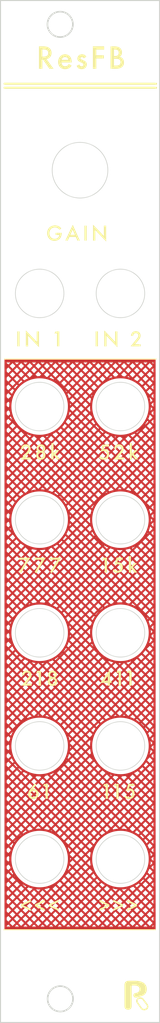
<source format=kicad_pcb>
(kicad_pcb (version 20240108) (generator "pcbnew") (generator_version "8.0")
  (layers (0 "F.Cu" signal) (31 "B.Cu" signal) (34 "B.Paste" user) (35 "F.Paste" user) (36 "B.SilkS" user "B.Silkscreen") (37 "F.SilkS" user "F.Silkscreen") (38 "B.Mask" user) (39 "F.Mask" user) (44 "Edge.Cuts" user))
  (net 0 "")
  (net 1 "GND")
  (gr_poly (pts (xy 111.576553 60.6686) (xy 111.266109 60.6686) (xy 111.068553 60.213517) (xy 110.264219 60.213517) (xy 110.059609 60.6686) (xy 109.749164 60.6686) (xy 110.09062 59.94188) (xy 110.384164 59.94188) (xy 110.952136 59.94188) (xy 110.673442 59.303353) (xy 110.384164 59.94188) (xy 110.09062 59.94188) (xy 110.684025 58.678936)) (stroke (width -0.000001)) (fill solid) (layer "F.SilkS"))
  (gr_poly (pts (xy 106.71447 86.277742) (xy 106.750444 86.280638) (xy 106.784433 86.285249) (xy 106.816479 86.2914) (xy 106.846624 86.298915) (xy 106.874908 86.307619) (xy 106.901373 86.317335) (xy 106.926061 86.327889) (xy 106.949012 86.339104) (xy 106.970268 86.350806) (xy 106.989871 86.362817) (xy 107.007861 86.374962) (xy 107.024281 86.387067) (xy 107.03917 86.398954) (xy 107.064526 86.421376) (xy 107.08375 86.441005) (xy 107.101733 86.461497) (xy 107.118476 86.482806) (xy 107.133979 86.504885) (xy 107.148242 86.527687) (xy 107.161265 86.551167) (xy 107.173047 86.575277) (xy 107.183589 86.59997) (xy 107.19289 86.625202) (xy 107.200952 86.650924) (xy 107.207773 86.67709) (xy 107.213354 86.703655) (xy 107.217695 86.730571) (xy 107.220796 86.757792) (xy 107.222656 86.785271) (xy 107.223276 86.812962) (xy 107.223027 86.828954) (xy 107.222277 86.845153) (xy 107.22102 86.861516) (xy 107.219252 86.878004) (xy 107.216967 86.894575) (xy 107.21416 86.911187) (xy 107.210826 86.927798) (xy 107.20696 86.944369) (xy 107.202556 86.960857) (xy 107.19761 86.97722) (xy 107.192116 86.993419) (xy 107.186069 87.009411) (xy 107.179464 87.025154) (xy 107.172296 87.040609) (xy 107.164559 87.055733) (xy 107.156248 87.070485) (xy 107.149425 87.079821) (xy 107.142179 87.089282) (xy 107.134498 87.098825) (xy 107.126372 87.10841) (xy 107.117792 87.117994) (xy 107.108747 87.127537) (xy 107.099227 87.136997) (xy 107.089221 87.146333) (xy 107.078718 87.155504) (xy 107.067709 87.164468) (xy 107.056184 87.173183) (xy 107.044131 87.18161) (xy 107.031541 87.189705) (xy 107.018403 87.197428) (xy 107.004707 87.204738) (xy 106.990443 87.211593) (xy 107.00673 87.218452) (xy 107.022517 87.225781) (xy 107.037797 87.233555) (xy 107.052565 87.241746) (xy 107.066816 87.250331) (xy 107.080546 87.259282) (xy 107.093748 87.268574) (xy 107.106418 87.278181) (xy 107.118551 87.288077) (xy 107.130141 87.298237) (xy 107.141184 87.308635) (xy 107.151673 87.319244) (xy 107.161605 87.33004) (xy 107.170973 87.340996) (xy 107.179772 87.352086) (xy 107.187998 87.363285) (xy 107.177415 87.363285) (xy 107.189993 87.38064) (xy 107.20131 87.398273) (xy 107.211428 87.416134) (xy 107.22041 87.434171) (xy 107.228316 87.452332) (xy 107.23521 87.470565) (xy 107.241152 87.488819) (xy 107.246206 87.507042) (xy 107.250434 87.525183) (xy 107.253896 87.543189) (xy 107.256655 87.561009) (xy 107.258774 87.578592) (xy 107.260314 87.595885) (xy 107.261337 87.612837) (xy 107.262081 87.645512) (xy 107.261231 87.68053) (xy 107.258754 87.714158) (xy 107.254756 87.746411) (xy 107.249348 87.777306) (xy 107.242638 87.806857) (xy 107.234734 87.83508) (xy 107.225745 87.861991) (xy 107.215779 87.887605) (xy 107.204945 87.911937) (xy 107.193352 87.935003) (xy 107.181107 87.956818) (xy 107.16832 87.977398) (xy 107.155098 87.996759) (xy 107.141551 88.014915) (xy 107.127787 88.031883) (xy 107.113915 88.047678) (xy 107.096754 88.064773) (xy 107.078327 88.08159) (xy 107.058608 88.098015) (xy 107.037572 88.113933) (xy 107.015191 88.12923) (xy 106.991442 88.143794) (xy 106.966297 88.157511) (xy 106.939731 88.170266) (xy 106.911718 88.181946) (xy 106.882232 88.192438) (xy 106.851248 88.201628) (xy 106.818739 88.209402) (xy 106.801905 88.212722) (xy 106.78468 88.215646) (xy 106.767061 88.218159) (xy 106.749045 88.220247) (xy 106.730628 88.221896) (xy 106.711808 88.223091) (xy 106.69258 88.223818) (xy 106.672943 88.224064) (xy 106.634038 88.22313) (xy 106.596689 88.220392) (xy 106.56088 88.215948) (xy 106.526595 88.209898) (xy 106.493819 88.202339) (xy 106.462537 88.193369) (xy 106.432733 88.183087) (xy 106.404391 88.17159) (xy 106.377496 88.158977) (xy 106.352032 88.145345) (xy 106.327984 88.130794) (xy 106.305337 88.115422) (xy 106.284075 88.099325) (xy 106.264182 88.082604) (xy 106.245643 88.065355) (xy 106.228443 88.047678) (xy 106.213989 88.032503) (xy 106.199793 88.016072) (xy 106.185949 87.99837) (xy 106.172549 87.979382) (xy 106.159687 87.959091) (xy 106.147455 87.937482) (xy 106.135947 87.914541) (xy 106.125255 87.89025) (xy 106.115473 87.864595) (xy 106.106693 87.837561) (xy 106.099009 87.809131) (xy 106.092513 87.779291) (xy 106.087299 87.748024) (xy 106.083459 87.715316) (xy 106.081087 87.68115) (xy 106.080437 87.652561) (xy 106.358971 87.652561) (xy 106.359302 87.666568) (xy 106.360294 87.680771) (xy 106.361947 87.695118) (xy 106.364263 87.709558) (xy 106.367239 87.724039) (xy 106.370877 87.73851) (xy 106.375177 87.752919) (xy 106.380137 87.767214) (xy 106.38576 87.781344) (xy 106.392044 87.795256) (xy 106.398989 87.8089) (xy 106.406596 87.822224) (xy 106.414864 87.835175) (xy 106.423794 87.847703) (xy 106.433385 87.859755) (xy 106.443637 87.871281) (xy 106.451289 87.879909) (xy 106.459705 87.888541) (xy 106.468907 87.897102) (xy 106.478915 87.905512) (xy 106.48975 87.913695) (xy 106.501432 87.921573) (xy 106.513983 87.929069) (xy 106.527422 87.936105) (xy 106.534482 87.939426) (xy 106.541771 87.942603) (xy 106.549293 87.945626) (xy 106.55705 87.948486) (xy 106.565045 87.951173) (xy 106.57328 87.953677) (xy 106.581758 87.955989) (xy 106.590481 87.958098) (xy 106.599453 87.959995) (xy 106.608675 87.961671) (xy 106.61815 87.963116) (xy 106.627881 87.96432) (xy 106.637871 87.965273) (xy 106.648121 87.965965) (xy 106.658635 87.966388) (xy 106.669415 87.966531) (xy 106.690709 87.965965) (xy 106.710949 87.96432) (xy 106.730156 87.961671) (xy 106.748349 87.958098) (xy 106.765551 87.953677) (xy 106.78178 87.948486) (xy 106.797059 87.942603) (xy 106.811408 87.936105) (xy 106.824848 87.929069) (xy 106.837398 87.921573) (xy 106.84908 87.913695) (xy 106.859915 87.905512) (xy 106.869923 87.897102) (xy 106.879125 87.888541) (xy 106.887542 87.879909) (xy 106.895193 87.871281) (xy 106.905446 87.859136) (xy 106.915037 87.846546) (xy 106.923967 87.833564) (xy 106.932235 87.82024) (xy 106.939841 87.806627) (xy 106.946787 87.792777) (xy 106.953071 87.77874) (xy 106.958693 87.764569) (xy 106.963654 87.750315) (xy 106.967953 87.73603) (xy 106.971591 87.721765) (xy 106.974568 87.707573) (xy 106.976883 87.693505) (xy 106.978537 87.679613) (xy 106.979529 87.665948) (xy 106.97986 87.652561) (xy 106.979489 87.637236) (xy 106.978385 87.621729) (xy 106.976558 87.606108) (xy 106.974017 87.590441) (xy 106.970773 87.574794) (xy 106.966837 87.559235) (xy 106.962219 87.543831) (xy 106.956929 87.528649) (xy 106.950978 87.513757) (xy 106.944375 87.499221) (xy 106.937132 87.485109) (xy 106.929258 87.471488) (xy 106.920764 87.458425) (xy 106.911661 87.445988) (xy 106.901957 87.434243) (xy 106.891665 87.423258) (xy 106.880759 87.412965) (xy 106.869238 87.403261) (xy 106.857148 87.394157) (xy 106.844536 87.385663) (xy 106.831449 87.377789) (xy 106.817933 87.370546) (xy 106.804035 87.363943) (xy 106.789801 87.357992) (xy 106.775277 87.352702) (xy 106.760511 87.348084) (xy 106.745548 87.344148) (xy 106.730435 87.340904) (xy 106.715219 87.338364) (xy 106.699946 87.336536) (xy 106.684662 87.335432) (xy 106.669415 87.335062) (xy 106.654168 87.335432) (xy 106.638885 87.336536) (xy 106.623612 87.338364) (xy 106.608396 87.340904) (xy 106.593283 87.344148) (xy 106.57832 87.348084) (xy 106.563553 87.352702) (xy 106.54903 87.357992) (xy 106.534795 87.363943) (xy 106.520897 87.370546) (xy 106.507381 87.377789) (xy 106.494294 87.385663) (xy 106.481683 87.394157) (xy 106.469593 87.403261) (xy 106.458072 87.412965) (xy 106.447165 87.423258) (xy 106.436873 87.434244) (xy 106.42717 87.445989) (xy 106.418066 87.458427) (xy 106.409572 87.47149) (xy 106.401699 87.485111) (xy 106.394455 87.499223) (xy 106.387853 87.513759) (xy 106.381901 87.528651) (xy 106.376612 87.543833) (xy 106.371993 87.559236) (xy 106.368057 87.574795) (xy 106.364814 87.590441) (xy 106.362273 87.606108) (xy 106.360445 87.621729) (xy 106.359341 87.637236) (xy 106.358971 87.652561) (xy 106.080437 87.652561) (xy 106.080276 87.645512) (xy 106.080452 87.629397) (xy 106.08102 87.612837) (xy 106.082043 87.595885) (xy 106.083583 87.578592) (xy 106.085702 87.56101) (xy 106.088462 87.54319) (xy 106.091924 87.525184) (xy 106.096151 87.507044) (xy 106.101205 87.488821) (xy 106.107148 87.470567) (xy 106.114042 87.452334) (xy 106.121948 87.434173) (xy 106.130929 87.416136) (xy 106.141048 87.398275) (xy 106.152365 87.380641) (xy 106.164943 87.363285) (xy 106.173169 87.352086) (xy 106.181968 87.340996) (xy 106.191336 87.33004) (xy 106.201268 87.319244) (xy 106.211757 87.308634) (xy 106.2228 87.298236) (xy 106.23439 87.288076) (xy 106.246523 87.278179) (xy 106.259193 87.268572) (xy 106.272395 87.259279) (xy 106.286125 87.250328) (xy 106.300376 87.241744) (xy 106.315145 87.233553) (xy 106.330425 87.22578) (xy 106.346211 87.218451) (xy 106.362499 87.211593) (xy 106.348195 87.204737) (xy 106.334393 87.197427) (xy 106.321098 87.189703) (xy 106.308314 87.181607) (xy 106.296047 87.173181) (xy 106.284302 87.164466) (xy 106.273084 87.155502) (xy 106.262398 87.146332) (xy 106.252249 87.136996) (xy 106.242643 87.127536) (xy 106.233585 87.117993) (xy 106.22508 87.108409) (xy 106.217133 87.098825) (xy 106.20975 87.089282) (xy 106.202934 87.079821) (xy 106.196693 87.070485) (xy 106.187801 87.055733) (xy 106.179633 87.040609) (xy 106.172167 87.025154) (xy 106.165384 87.00941) (xy 106.159262 86.993418) (xy 106.153781 86.977219) (xy 106.14892 86.960855) (xy 106.144658 86.944367) (xy 106.140975 86.927796) (xy 106.137851 86.911184) (xy 106.135263 86.894573) (xy 106.133193 86.878002) (xy 106.131618 86.861515) (xy 106.130519 86.845151) (xy 106.129875 86.828953) (xy 106.129711 86.816482) (xy 106.387193 86.816482) (xy 106.387599 86.832187) (xy 106.388791 86.847541) (xy 106.390728 86.862523) (xy 106.393367 86.877113) (xy 106.396667 86.891289) (xy 106.400588 86.905032) (xy 106.405087 86.91832) (xy 106.410124 86.931132) (xy 106.415656 86.943449) (xy 106.421644 86.955249) (xy 106.428045 86.966511) (xy 106.434818 86.977215) (xy 106.441922 86.987341) (xy 106.449315 86.996867) (xy 106.456956 87.005772) (xy 106.464804 87.014037) (xy 106.474467 87.023708) (xy 106.484889 87.032867) (xy 106.496004 87.041499) (xy 106.507744 87.049589) (xy 106.520042 87.05712) (xy 106.532831 87.064079) (xy 106.546044 87.070448) (xy 106.559613 87.076212) (xy 106.573472 87.081357) (xy 106.587553 87.085866) (xy 106.601789 87.089724) (xy 106.616113 87.092915) (xy 106.630457 87.095424) (xy 106.644755 87.097235) (xy 106.65894 87.098334) (xy 106.672943 87.098703) (xy 106.686946 87.098334) (xy 106.701131 87.097236) (xy 106.715429 87.095424) (xy 106.729773 87.092916) (xy 106.744097 87.089725) (xy 106.758333 87.085867) (xy 106.772414 87.081359) (xy 106.786273 87.076214) (xy 106.799842 87.07045) (xy 106.813055 87.064081) (xy 106.825844 87.057123) (xy 106.838142 87.049591) (xy 106.849882 87.041501) (xy 106.860997 87.032868) (xy 106.871419 87.023709) (xy 106.881082 87.014037) (xy 106.88893 87.005811) (xy 106.896571 86.997012) (xy 106.903964 86.987643) (xy 106.911068 86.977712) (xy 106.917841 86.967222) (xy 106.924242 86.956179) (xy 106.93023 86.944589) (xy 106.935763 86.932456) (xy 106.940799 86.919786) (xy 106.945299 86.906583) (xy 106.949219 86.892854) (xy 106.95252 86.878602) (xy 106.955159 86.863834) (xy 106.957095 86.848555) (xy 106.958287 86.832769) (xy 106.958693 86.816482) (xy 106.958326 86.800114) (xy 106.957239 86.784097) (xy 106.955461 86.768453) (xy 106.953016 86.753201) (xy 106.94993 86.738363) (xy 106.946229 86.723958) (xy 106.941939 86.710009) (xy 106.937086 86.696535) (xy 106.931695 86.683557) (xy 106.925793 86.671096) (xy 106.919404 86.659173) (xy 106.912556 86.647807) (xy 106.905274 86.637021) (xy 106.897584 86.626834) (xy 106.889511 86.617267) (xy 106.881082 86.608342) (xy 106.871575 86.599912) (xy 106.861583 86.591839) (xy 106.851115 86.584149) (xy 106.840182 86.576867) (xy 106.828794 86.570019) (xy 106.816962 86.56363) (xy 106.804696 86.557728) (xy 106.792006 86.552338) (xy 106.778902 86.547484) (xy 106.765396 86.543194) (xy 106.751496 86.539494) (xy 106.737215 86.536408) (xy 106.722561 86.533963) (xy 106.707546 86.532184) (xy 106.692179 86.531098) (xy 106.676471 86.53073) (xy 106.660724 86.531098) (xy 106.645251 86.532184) (xy 106.630078 86.533963) (xy 106.615231 86.536408) (xy 106.600735 86.539494) (xy 106.586616 86.543194) (xy 106.5729 86.547484) (xy 106.559613 86.552338) (xy 106.546781 86.557728) (xy 106.53443 86.56363) (xy 106.522585 86.570019) (xy 106.511272 86.576867) (xy 106.500517 86.584149) (xy 106.490346 86.591839) (xy 106.480785 86.599912) (xy 106.47186 86.608342) (xy 106.464804 86.608342) (xy 106.455794 86.617888) (xy 106.447289 86.627992) (xy 106.439302 86.638634) (xy 106.431842 86.649793) (xy 106.424919 86.661448) (xy 106.418543 86.673578) (xy 106.412726 86.686163) (xy 106.407478 86.699182) (xy 106.402808 86.712615) (xy 106.398727 86.72644) (xy 106.395246 86.740638) (xy 106.392374 86.755187) (xy 106.390123 86.770066) (xy 106.388502 86.785256) (xy 106.387522 86.800734) (xy 106.387193 86.816482) (xy 106.129711 86.816482) (xy 106.129665 86.812962) (xy 106.130285 86.785271) (xy 106.132145 86.757792) (xy 106.135246 86.730571) (xy 106.139587 86.703655) (xy 106.145168 86.67709) (xy 106.151989 86.650924) (xy 106.160051 86.625202) (xy 106.169352 86.59997) (xy 106.179894 86.575277) (xy 106.191677 86.551167) (xy 106.204699 86.527687) (xy 106.218962 86.504885) (xy 106.234465 86.482806) (xy 106.251208 86.461497) (xy 106.269191 86.441005) (xy 106.288415 86.421376) (xy 106.300369 86.410449) (xy 106.313771 86.398954) (xy 106.328661 86.387067) (xy 106.34508 86.374962) (xy 106.36307 86.362817) (xy 106.382673 86.350806) (xy 106.403929 86.339104) (xy 106.42688 86.327889) (xy 106.451568 86.317335) (xy 106.464576 86.312361) (xy 106.478033 86.307619) (xy 106.491945 86.303129) (xy 106.506317 86.298915) (xy 106.521155 86.294998) (xy 106.536462 86.2914) (xy 106.552245 86.288143) (xy 106.568508 86.285249) (xy 106.585257 86.28274) (xy 106.602498 86.280638) (xy 106.620234 86.278964) (xy 106.638471 86.277742) (xy 106.657215 86.276993) (xy 106.676471 86.276738)) (stroke (width -0.000001)) (fill solid) (layer "F.SilkS"))
  (gr_poly (pts (xy 114.987913 102.412781) (xy 114.698634 102.412781) (xy 114.698634 100.797059) (xy 114.370551 100.797059) (xy 114.529301 100.532477) (xy 114.987913 100.532477)) (stroke (width -0.000001)) (fill solid) (layer "F.SilkS"))
  (gr_poly (pts (xy 108.052303 102.479813) (xy 107.826525 102.338705) (xy 108.761386 100.797069) (xy 108.761387 100.797059) (xy 107.837109 100.797059) (xy 107.837109 100.532477) (xy 109.237636 100.532477)) (stroke (width -0.000001)) (fill solid) (layer "F.SilkS"))
  (gr_poly (pts (xy 115.107857 130.860762) (xy 114.81858 130.860762) (xy 114.81858 129.24505) (xy 114.490495 129.24505) (xy 114.649247 128.980462) (xy 115.107857 128.980462)) (stroke (width -0.000001)) (fill solid) (layer "F.SilkS"))
  (gr_poly (pts (xy 107.15272 143.804179) (xy 106.221387 144.245148) (xy 107.15272 144.686127) (xy 107.15272 144.957764) (xy 105.928582 144.361572) (xy 105.928582 144.128733) (xy 107.15272 143.532542)) (stroke (width -0.000001)) (fill solid) (layer "F.SilkS"))
  (gr_poly (pts (xy 108.17497 114.725733) (xy 108.210944 114.728628) (xy 108.244933 114.73324) (xy 108.276979 114.739391) (xy 108.307124 114.746906) (xy 108.335408 114.75561) (xy 108.361873 114.765326) (xy 108.386561 114.77588) (xy 108.409512 114.787095) (xy 108.430768 114.798796) (xy 108.450371 114.810808) (xy 108.468361 114.822953) (xy 108.484781 114.835058) (xy 108.49967 114.846945) (xy 108.525026 114.869367) (xy 108.54425 114.888996) (xy 108.562233 114.909488) (xy 108.578976 114.930797) (xy 108.594479 114.952876) (xy 108.608742 114.975678) (xy 108.621764 114.999158) (xy 108.633547 115.023268) (xy 108.644089 115.047961) (xy 108.65339 115.073193) (xy 108.661452 115.098915) (xy 108.668273 115.125081) (xy 108.673854 115.151646) (xy 108.678195 115.178562) (xy 108.681296 115.205783) (xy 108.683156 115.233262) (xy 108.683776 115.260953) (xy 108.683527 115.276945) (xy 108.682777 115.293144) (xy 108.681521 115.309507) (xy 108.679752 115.325995) (xy 108.677467 115.342566) (xy 108.674661 115.359178) (xy 108.671327 115.375789) (xy 108.66746 115.39236) (xy 108.663057 115.408848) (xy 108.65811 115.425211) (xy 108.652616 115.44141) (xy 108.646569 115.457401) (xy 108.639964 115.473145) (xy 108.632796 115.4886) (xy 108.625059 115.503724) (xy 108.616749 115.518475) (xy 108.609926 115.527812) (xy 108.602679 115.537273) (xy 108.594998 115.546816) (xy 108.586873 115.556401) (xy 108.578293 115.565985) (xy 108.569248 115.575528) (xy 108.559727 115.584989) (xy 108.549721 115.594325) (xy 108.539218 115.603496) (xy 108.52821 115.61246) (xy 108.516684 115.621176) (xy 108.504631 115.629603) (xy 108.492041 115.637699) (xy 108.478903 115.645422) (xy 108.465207 115.652733) (xy 108.450943 115.659589) (xy 108.467231 115.666447) (xy 108.483017 115.673776) (xy 108.498297 115.681548) (xy 108.513065 115.689739) (xy 108.527317 115.698323) (xy 108.541046 115.707274) (xy 108.554249 115.716566) (xy 108.566919 115.726172) (xy 108.579052 115.736069) (xy 108.590642 115.746228) (xy 108.601684 115.756626) (xy 108.612174 115.767235) (xy 108.622105 115.778031) (xy 108.631473 115.788987) (xy 108.640273 115.800077) (xy 108.648499 115.811276) (xy 108.637915 115.811276) (xy 108.650493 115.828631) (xy 108.66181 115.846264) (xy 108.671928 115.864125) (xy 108.68091 115.882162) (xy 108.688816 115.900323) (xy 108.69571 115.918556) (xy 108.701653 115.93681) (xy 108.706707 115.955033) (xy 108.710934 115.973174) (xy 108.714396 115.99118) (xy 108.717156 116.009) (xy 108.719275 116.026583) (xy 108.720814 116.043876) (xy 108.721838 116.060828) (xy 108.722582 116.093503) (xy 108.721732 116.128521) (xy 108.719254 116.162149) (xy 108.715257 116.194402) (xy 108.709849 116.225297) (xy 108.703139 116.254848) (xy 108.695235 116.283071) (xy 108.686245 116.309982) (xy 108.67628 116.335596) (xy 108.665446 116.359928) (xy 108.653852 116.382994) (xy 108.641607 116.404809) (xy 108.62882 116.425389) (xy 108.615598 116.44475) (xy 108.602051 116.462906) (xy 108.588287 116.479874) (xy 108.574415 116.495668) (xy 108.557254 116.512764) (xy 108.538827 116.529581) (xy 108.519108 116.546006) (xy 108.498072 116.561923) (xy 108.475691 116.577221) (xy 108.451942 116.591785) (xy 108.426797 116.605502) (xy 108.400231 116.618257) (xy 108.372218 116.629937) (xy 108.342732 116.640429) (xy 108.311748 116.649619) (xy 108.279239 116.657393) (xy 108.262405 116.660713) (xy 108.24518 116.663637) (xy 108.227561 116.66615) (xy 108.209545 116.668238) (xy 108.191128 116.669886) (xy 108.172308 116.671082) (xy 108.15308 116.671809) (xy 108.133443 116.672055) (xy 108.094538 116.67112) (xy 108.057189 116.668383) (xy 108.02138 116.663939) (xy 107.987095 116.657889) (xy 107.954319 116.65033) (xy 107.923037 116.64136) (xy 107.893233 116.631077) (xy 107.864891 116.619581) (xy 107.837996 116.606967) (xy 107.812532 116.593336) (xy 107.788485 116.578785) (xy 107.765837 116.563413) (xy 107.744575 116.547316) (xy 107.724682 116.530595) (xy 107.706143 116.513346) (xy 107.688943 116.495668) (xy 107.674489 116.480494) (xy 107.660293 116.464063) (xy 107.646449 116.446361) (xy 107.63305 116.427373) (xy 107.620187 116.407082) (xy 107.607955 116.385473) (xy 107.596447 116.362532) (xy 107.585755 116.338241) (xy 107.575973 116.312586) (xy 107.567193 116.285552) (xy 107.559509 116.257122) (xy 107.553013 116.227282) (xy 107.547799 116.196015) (xy 107.543959 116.163307) (xy 107.541588 116.129141) (xy 107.540937 116.100552) (xy 107.819471 116.100552) (xy 107.819802 116.114559) (xy 107.820794 116.128762) (xy 107.822447 116.143109) (xy 107.824763 116.157549) (xy 107.827739 116.17203) (xy 107.831377 116.186501) (xy 107.835677 116.20091) (xy 107.840638 116.215205) (xy 107.84626 116.229335) (xy 107.852544 116.243247) (xy 107.859489 116.256891) (xy 107.867096 116.270215) (xy 107.875364 116.283166) (xy 107.884294 116.295694) (xy 107.893885 116.307746) (xy 107.904137 116.319272) (xy 107.911789 116.3279) (xy 107.920205 116.336532) (xy 107.929407 116.345093) (xy 107.939415 116.353504) (xy 107.95025 116.361687) (xy 107.961932 116.369566) (xy 107.974483 116.377062) (xy 107.987922 116.384098) (xy 107.994982 116.38742) (xy 108.002271 116.390597) (xy 108.009793 116.39362) (xy 108.01755 116.396481) (xy 108.025545 116.399168) (xy 108.03378 116.401672) (xy 108.042258 116.403984) (xy 108.050981 116.406093) (xy 108.059952 116.407991) (xy 108.069174 116.409667) (xy 108.07865 116.411112) (xy 108.088381 116.412315) (xy 108.09837 116.413269) (xy 108.108621 116.413961) (xy 108.119135 116.414384) (xy 108.129915 116.414527) (xy 108.151209 116.413961) (xy 108.171449 116.412315) (xy 108.190655 116.409667) (xy 108.208849 116.406093) (xy 108.22605 116.401672) (xy 108.24228 116.396481) (xy 108.257559 116.390597) (xy 108.271908 116.384098) (xy 108.285347 116.377062) (xy 108.297898 116.369566) (xy 108.30958 116.361687) (xy 108.320415 116.353504) (xy 108.330423 116.345093) (xy 108.339625 116.336532) (xy 108.348041 116.3279) (xy 108.355693 116.319272) (xy 108.365945 116.307127) (xy 108.375536 116.294537) (xy 108.384466 116.281555) (xy 108.392734 116.268231) (xy 108.400341 116.254618) (xy 108.407286 116.240768) (xy 108.41357 116.226731) (xy 108.419192 116.212559) (xy 108.424153 116.198306) (xy 108.428453 116.184021) (xy 108.432091 116.169756) (xy 108.435067 116.155564) (xy 108.437383 116.141496) (xy 108.439036 116.127604) (xy 108.440028 116.113938) (xy 108.440359 116.100552) (xy 108.439989 116.085226) (xy 108.438885 116.06972) (xy 108.437057 116.054099) (xy 108.434516 116.038432) (xy 108.431273 116.022785) (xy 108.427337 116.007226) (xy 108.422718 115.991822) (xy 108.417428 115.97664) (xy 108.411477 115.961748) (xy 108.404874 115.947212) (xy 108.397631 115.9331) (xy 108.389757 115.919479) (xy 108.381264 115.906416) (xy 108.37216 115.893979) (xy 108.362457 115.882234) (xy 108.352165 115.871248) (xy 108.341258 115.860957) (xy 108.329737 115.851254) (xy 108.317648 115.84215) (xy 108.305036 115.833656) (xy 108.291949 115.825782) (xy 108.278433 115.818539) (xy 108.264535 115.811936) (xy 108.2503 115.805985) (xy 108.235777 115.800695) (xy 108.22101 115.796076) (xy 108.206047 115.79214) (xy 108.190934 115.788896) (xy 108.175718 115.786355) (xy 108.160445 115.784527) (xy 108.145162 115.783423) (xy 108.129915 115.783053) (xy 108.114668 115.783423) (xy 108.099384 115.784527) (xy 108.084111 115.786355) (xy 108.068895 115.788896) (xy 108.053783 115.79214) (xy 108.03882 115.796076) (xy 108.024053 115.800695) (xy 108.00953 115.805985) (xy 107.995295 115.811936) (xy 107.981397 115.818539) (xy 107.967881 115.825782) (xy 107.954794 115.833656) (xy 107.942183 115.84215) (xy 107.930093 115.851254) (xy 107.918572 115.860957) (xy 107.907665 115.871248) (xy 107.897373 115.882234) (xy 107.88767 115.89398) (xy 107.878566 115.906418) (xy 107.870072 115.919481) (xy 107.862199 115.933102) (xy 107.854955 115.947214) (xy 107.848353 115.96175) (xy 107.842401 115.976642) (xy 107.837111 115.991824) (xy 107.832493 116.007227) (xy 107.828557 116.022786) (xy 107.825314 116.038432) (xy 107.822773 116.054099) (xy 107.820945 116.06972) (xy 107.819841 116.085227) (xy 107.819471 116.100552) (xy 107.540937 116.100552) (xy 107.540776 116.093503) (xy 107.540952 116.077388) (xy 107.54152 116.060828) (xy 107.542544 116.043876) (xy 107.544083 116.026583) (xy 107.546202 116.009001) (xy 107.548962 115.991181) (xy 107.552424 115.973175) (xy 107.556651 115.955035) (xy 107.561705 115.936812) (xy 107.567648 115.918558) (xy 107.574542 115.900325) (xy 107.582448 115.882164) (xy 107.591429 115.864127) (xy 107.601548 115.846266) (xy 107.612865 115.828632) (xy 107.625443 115.811276) (xy 107.633669 115.800077) (xy 107.642468 115.788987) (xy 107.651837 115.778031) (xy 107.661768 115.767235) (xy 107.672257 115.756625) (xy 107.6833 115.746227) (xy 107.69489 115.736067) (xy 107.707023 115.72617) (xy 107.719693 115.716563) (xy 107.732895 115.707272) (xy 107.746625 115.698321) (xy 107.760876 115.689737) (xy 107.775645 115.681546) (xy 107.790924 115.673774) (xy 107.806711 115.666446) (xy 107.822998 115.659589) (xy 107.808695 115.652732) (xy 107.794893 115.645421) (xy 107.781598 115.637697) (xy 107.768814 115.6296) (xy 107.756547 115.621174) (xy 107.744801 115.612458) (xy 107.733583 115.603494) (xy 107.722898 115.594323) (xy 107.712749 115.584987) (xy 107.703143 115.575527) (xy 107.694086 115.565984) (xy 107.68558 115.5564) (xy 107.677634 115.546816) (xy 107.67025 115.537273) (xy 107.663435 115.527812) (xy 107.657193 115.518475) (xy 107.648301 115.503724) (xy 107.640133 115.4886) (xy 107.632667 115.473145) (xy 107.625884 115.457401) (xy 107.619762 115.441409) (xy 107.614281 115.42521) (xy 107.60942 115.408846) (xy 107.605158 115.392358) (xy 107.601475 115.375787) (xy 107.598351 115.359175) (xy 107.595763 115.342563) (xy 107.593693 115.325993) (xy 107.592118 115.309505) (xy 107.591019 115.293142) (xy 107.590375 115.276944) (xy 107.590211 115.264473) (xy 107.847693 115.264473) (xy 107.8481 115.280178) (xy 107.849292 115.295532) (xy 107.851228 115.310514) (xy 107.853867 115.325104) (xy 107.857167 115.33928) (xy 107.861088 115.353023) (xy 107.865587 115.366311) (xy 107.870624 115.379123) (xy 107.876157 115.39144) (xy 107.882144 115.40324) (xy 107.888545 115.414502) (xy 107.895318 115.425206) (xy 107.902422 115.435332) (xy 107.909815 115.444858) (xy 107.917456 115.453763) (xy 107.925304 115.462028) (xy 107.934967 115.471699) (xy 107.945389 115.480858) (xy 107.956504 115.48949) (xy 107.968244 115.49758) (xy 107.980542 115.505111) (xy 107.993331 115.51207) (xy 108.006544 115.518439) (xy 108.020113 115.524203) (xy 108.033972 115.529348) (xy 108.048053 115.533857) (xy 108.062289 115.537715) (xy 108.076612 115.540906) (xy 108.090957 115.543415) (xy 108.105255 115.545226) (xy 108.119439 115.546325) (xy 108.133443 115.546694) (xy 108.147446 115.546325) (xy 108.161631 115.545227) (xy 108.175929 115.543415) (xy 108.190273 115.540907) (xy 108.204597 115.537716) (xy 108.218833 115.533858) (xy 108.232914 115.529349) (xy 108.246773 115.524205) (xy 108.260342 115.518441) (xy 108.273555 115.512072) (xy 108.286344 115.505114) (xy 108.298642 115.497582) (xy 108.310382 115.489492) (xy 108.321497 115.480859) (xy 108.331919 115.4717) (xy 108.341581 115.462028) (xy 108.349429 115.453802) (xy 108.357071 115.445003) (xy 108.364464 115.435635) (xy 108.371568 115.425703) (xy 108.378341 115.415214) (xy 108.384742 115.404172) (xy 108.390729 115.392582) (xy 108.396262 115.380449) (xy 108.401299 115.367779) (xy 108.405798 115.354576) (xy 108.409719 115.340847) (xy 108.413019 115.326595) (xy 108.415658 115.311827) (xy 108.417594 115.296547) (xy 108.418786 115.28076) (xy 108.419193 115.264473) (xy 108.418825 115.248105) (xy 108.417739 115.232088) (xy 108.41596 115.216444) (xy 108.413515 115.201192) (xy 108.410429 115.186354) (xy 108.406728 115.171949) (xy 108.402438 115.158) (xy 108.397585 115.144526) (xy 108.392194 115.131548) (xy 108.386292 115.119087) (xy 108.379904 115.107164) (xy 108.373056 115.095798) (xy 108.365774 115.085012) (xy 108.358083 115.074825) (xy 108.350011 115.065258) (xy 108.341581 115.056333) (xy 108.332075 115.047903) (xy 108.322082 115.03983) (xy 108.311614 115.03214) (xy 108.300682 115.024858) (xy 108.289294 115.018009) (xy 108.277462 115.011621) (xy 108.265195 115.005719) (xy 108.252505 115.000328) (xy 108.239402 114.995475) (xy 108.225895 114.991185) (xy 108.211996 114.987485) (xy 108.197715 114.984399) (xy 108.183061 114.981954) (xy 108.168045 114.980175) (xy 108.152679 114.979089) (xy 108.136971 114.978721) (xy 108.121224 114.979089) (xy 108.105751 114.980175) (xy 108.090578 114.981954) (xy 108.075731 114.984399) (xy 108.061234 114.987485) (xy 108.047116 114.991185) (xy 108.0334 114.995475) (xy 108.020113 115.000328) (xy 108.007281 115.005719) (xy 107.994929 115.011621) (xy 107.983084 115.018009) (xy 107.971771 115.024858) (xy 107.961017 115.03214) (xy 107.950846 115.03983) (xy 107.941285 115.047903) (xy 107.93236 115.056333) (xy 107.925304 115.056333) (xy 107.916293 115.065879) (xy 107.907789 115.075983) (xy 107.899802 115.086625) (xy 107.892341 115.097784) (xy 107.885418 115.109439) (xy 107.879043 115.121569) (xy 107.873226 115.134154) (xy 107.867978 115.147173) (xy 107.863308 115.160606) (xy 107.859227 115.174431) (xy 107.855746 115.188629) (xy 107.852875 115.203177) (xy 107.850623 115.218057) (xy 107.849002 115.233246) (xy 107.848022 115.248725) (xy 107.847693 115.264473) (xy 107.590211 115.264473) (xy 107.590165 115.260953) (xy 107.590785 115.233262) (xy 107.592646 115.205783) (xy 107.595746 115.178562) (xy 107.600087 115.151646) (xy 107.605668 115.125081) (xy 107.612489 115.098915) (xy 107.620551 115.073193) (xy 107.629853 115.047961) (xy 107.640395 115.023268) (xy 107.652177 114.999158) (xy 107.665199 114.975678) (xy 107.679462 114.952876) (xy 107.694965 114.930797) (xy 107.711708 114.909488) (xy 107.729691 114.888996) (xy 107.748915 114.869367) (xy 107.760869 114.85844) (xy 107.774271 114.846945) (xy 107.789161 114.835058) (xy 107.80558 114.822953) (xy 107.82357 114.810808) (xy 107.843173 114.798796) (xy 107.864429 114.787095) (xy 107.88738 114.77588) (xy 107.912068 114.765326) (xy 107.925076 114.760352) (xy 107.938533 114.75561) (xy 107.952445 114.75112) (xy 107.966817 114.746906) (xy 107.981655 114.742989) (xy 107.996962 114.739391) (xy 108.012745 114.736134) (xy 108.029008 114.73324) (xy 108.045757 114.730731) (xy 108.062998 114.728628) (xy 108.080734 114.726955) (xy 108.098971 114.725733) (xy 108.117715 114.724983) (xy 108.136971 114.724729)) (stroke (width -0.000001)) (fill solid) (layer "F.SilkS"))
  (gr_poly (pts (xy 113.84844 73.964793) (xy 113.559163 73.964793) (xy 113.559163 72.084486) (xy 113.84844 72.084486)) (stroke (width -0.000001)) (fill solid) (layer "F.SilkS"))
  (gr_poly (pts (xy 115.259551 144.128744) (xy 115.259551 144.361583) (xy 114.035412 144.957774) (xy 114.035412 144.686147) (xy 114.966745 144.245168) (xy 114.035412 143.804199) (xy 114.035412 143.532552)) (stroke (width -0.000001)) (fill solid) (layer "F.SilkS"))
  (gr_poly (pts (xy 107.547831 130.860762) (xy 107.258554 130.860762) (xy 107.258554 129.24505) (xy 106.930471 129.24505) (xy 107.08922 128.980462) (xy 107.547831 128.980462)) (stroke (width -0.000001)) (fill solid) (layer "F.SilkS"))
  (gr_poly (pts (xy 114.596329 60.090045) (xy 114.596329 58.788296) (xy 114.885606 58.788296) (xy 114.885606 60.78502) (xy 113.520357 59.356268) (xy 113.520357 60.67213) (xy 113.23108 60.67213) (xy 113.23108 58.661294)) (stroke (width -0.000001)) (fill solid) (layer "F.SilkS"))
  (gr_poly (pts (xy 118.759106 144.128744) (xy 118.759106 144.361583) (xy 117.534968 144.957774) (xy 117.534968 144.686147) (xy 118.4663 144.245168) (xy 117.534968 143.804199) (xy 117.534968 143.532552)) (stroke (width -0.000001)) (fill solid) (layer "F.SilkS"))
  (gr_poly (pts (xy 115.929818 36.243686) (xy 115.993392 36.245437) (xy 116.054092 36.248501) (xy 116.112054 36.252996) (xy 116.167412 36.259041) (xy 116.220299 36.266755) (xy 116.270851 36.276258) (xy 116.319201 36.287667) (xy 116.365484 36.301102) (xy 116.409834 36.316682) (xy 116.452386 36.334525) (xy 116.493274 36.35475) (xy 116.532633 36.377476) (xy 116.570596 36.402823) (xy 116.607298 36.430908) (xy 116.642874 36.461851) (xy 116.670408 36.489389) (xy 116.696128 36.517779) (xy 116.72004 36.547047) (xy 116.742148 36.57722) (xy 116.762458 36.608324) (xy 116.780974 36.640383) (xy 116.797703 36.673424) (xy 116.812648 36.707473) (xy 116.825816 36.742555) (xy 116.837212 36.778696) (xy 116.84684 36.815923) (xy 116.854706 36.854261) (xy 116.860815 36.893736) (xy 116.865172 36.934373) (xy 116.867783 36.976199) (xy 116.868652 37.01924) (xy 116.868437 37.039824) (xy 116.867763 37.060553) (xy 116.866582 37.081407) (xy 116.864848 37.102363) (xy 116.862515 37.123402) (xy 116.859536 37.144504) (xy 116.855865 37.165646) (xy 116.851454 37.186809) (xy 116.846258 37.207973) (xy 116.84023 37.229115) (xy 116.833323 37.250216) (xy 116.825492 37.271255) (xy 116.816688 37.292212) (xy 116.806867 37.313065) (xy 116.795981 37.333794) (xy 116.783984 37.354379) (xy 116.771841 37.37427) (xy 116.759263 37.392957) (xy 116.746313 37.410476) (xy 116.733053 37.426863) (xy 116.719544 37.442155) (xy 116.70585 37.456388) (xy 116.692032 37.469597) (xy 116.678152 37.48182) (xy 116.664272 37.493091) (xy 116.650453 37.503448) (xy 116.636759 37.512926) (xy 116.623251 37.521562) (xy 116.609991 37.529392) (xy 116.597041 37.536452) (xy 116.584462 37.542778) (xy 116.572318 37.548406) (xy 116.596468 37.555317) (xy 116.630582 37.56599) (xy 116.650767 37.572983) (xy 116.672715 37.581211) (xy 116.696182 37.590772) (xy 116.720926 37.601764) (xy 116.746703 37.614286) (xy 116.773271 37.628436) (xy 116.800386 37.644312) (xy 116.827807 37.662012) (xy 116.855289 37.681634) (xy 116.868978 37.692197) (xy 116.882591 37.703277) (xy 116.896098 37.714887) (xy 116.909468 37.727039) (xy 116.922673 37.739745) (xy 116.93568 37.753017) (xy 116.962778 37.783804) (xy 116.987266 37.815257) (xy 117.009264 37.847299) (xy 117.02889 37.879852) (xy 117.046262 37.91284) (xy 117.061501 37.946184) (xy 117.074724 37.979807) (xy 117.08605 38.013632) (xy 117.095599 38.047581) (xy 117.103489 38.081576) (xy 117.109839 38.11554) (xy 117.114768 38.149396) (xy 117.118395 38.183066) (xy 117.120838 38.216472) (xy 117.122217 38.249537) (xy 117.122651 38.282184) (xy 117.122062 38.320019) (xy 117.12026 38.356825) (xy 117.117186 38.39265) (xy 117.112784 38.427539) (xy 117.106997 38.46154) (xy 117.099768 38.494698) (xy 117.091041 38.527061) (xy 117.080758 38.558674) (xy 117.068863 38.589584) (xy 117.055299 38.619838) (xy 117.040009 38.649482) (xy 117.022936 38.678563) (xy 117.004024 38.707127) (xy 116.983215 38.735221) (xy 116.960452 38.762891) (xy 116.93568 38.790184) (xy 116.914159 38.811769) (xy 116.891962 38.832225) (xy 116.869136 38.851582) (xy 116.845728 38.869869) (xy 116.797355 38.903348) (xy 116.747219 38.932894) (xy 116.695698 38.958739) (xy 116.64317 38.981118) (xy 116.590011 39.000261) (xy 116.536599 39.016403) (xy 116.483311 39.029774) (xy 116.430525 39.040608) (xy 116.378616 39.049137) (xy 116.327964 39.055594) (xy 116.278944 39.060211) (xy 116.231935 39.063221) (xy 116.145456 39.06535) (xy 115.439902 39.06535) (xy 115.439902 38.659656) (xy 115.866765 38.659656) (xy 116.12782 38.659656) (xy 116.177126 38.658574) (xy 116.231227 38.654971) (xy 116.259508 38.652055) (xy 116.288306 38.648308) (xy 116.317392 38.643661) (xy 116.346541 38.638049) (xy 116.375525 38.631402) (xy 116.404116 38.623655) (xy 116.432086 38.61474) (xy 116.459209 38.60459) (xy 116.485258 38.593137) (xy 116.510004 38.580316) (xy 116.53322 38.566057) (xy 116.554679 38.550295) (xy 116.570217 38.537119) (xy 116.585052 38.522769) (xy 116.599142 38.507313) (xy 116.612447 38.490819) (xy 116.624926 38.473353) (xy 116.636536 38.454983) (xy 116.647236 38.435776) (xy 116.656986 38.415799) (xy 116.665743 38.395119) (xy 116.673467 38.373803) (xy 116.680116 38.351919) (xy 116.685649 38.329533) (xy 116.690024 38.306714) (xy 116.6932 38.283528) (xy 116.695137 38.260042) (xy 116.695791 38.236323) (xy 116.695299 38.215167) (xy 116.693834 38.194072) (xy 116.691419 38.173102) (xy 116.688074 38.152318) (xy 116.68382 38.131782) (xy 116.678676 38.111555) (xy 116.672664 38.091701) (xy 116.665805 38.072281) (xy 116.658119 38.053357) (xy 116.649627 38.034992) (xy 116.64035 38.017246) (xy 116.630307 38.000182) (xy 116.619521 37.983863) (xy 116.608011 37.96835) (xy 116.595798 37.953705) (xy 116.582903 37.93999) (xy 116.571505 37.929693) (xy 116.559811 37.91996) (xy 116.547834 37.910774) (xy 116.535588 37.902121) (xy 116.510341 37.88635) (xy 116.48418 37.872521) (xy 116.457213 37.860511) (xy 116.429548 37.850197) (xy 116.401294 37.841453) (xy 116.372559 37.834156) (xy 116.343452 37.828183) (xy 116.314082 37.823408) (xy 116.284557 37.819708) (xy 116.254985 37.816958) (xy 116.225475 37.815036) (xy 116.196136 37.813817) (xy 116.138403 37.81299) (xy 115.866765 37.81299) (xy 115.866765 38.659656) (xy 115.439902 38.659656) (xy 115.439902 37.456684) (xy 115.866764 37.456684) (xy 115.997291 37.456684) (xy 116.038639 37.455892) (xy 116.06038 37.454754) (xy 116.082674 37.452991) (xy 116.105402 37.450505) (xy 116.128445 37.447196) (xy 116.151685 37.442968) (xy 116.175002 37.437722) (xy 116.198278 37.43136) (xy 116.221394 37.423784) (xy 116.24423 37.414894) (xy 116.266669 37.404594) (xy 116.288591 37.392785) (xy 116.309877 37.379369) (xy 116.330409 37.364248) (xy 116.340355 37.356017) (xy 116.350068 37.347323) (xy 116.359072 37.338603) (xy 116.367574 37.329649) (xy 116.375588 37.320477) (xy 116.383127 37.311101) (xy 116.390206 37.301537) (xy 116.39684 37.291799) (xy 116.408827 37.271862) (xy 116.419202 37.251407) (xy 116.428079 37.230555) (xy 116.43557 37.209424) (xy 116.441791 37.188132) (xy 116.446853 37.166799) (xy 116.450872 37.145544) (xy 116.453961 37.124485) (xy 116.456233 37.103741) (xy 116.457802 37.083432) (xy 116.458782 37.063675) (xy 116.45943 37.026295) (xy 116.45925 37.010222) (xy 116.458651 36.993788) (xy 116.457546 36.977043) (xy 116.455847 36.960039) (xy 116.453466 36.942829) (xy 116.450314 36.925464) (xy 116.446305 36.907996) (xy 116.44135 36.890476) (xy 116.435361 36.872956) (xy 116.428251 36.855488) (xy 116.419932 36.838123) (xy 116.410316 36.820913) (xy 116.399315 36.803909) (xy 116.386841 36.787165) (xy 116.372807 36.77073) (xy 116.357124 36.754657) (xy 116.338359 36.738353) (xy 116.319124 36.723775) (xy 116.299445 36.71083) (xy 116.279347 36.699425) (xy 116.258857 36.689467) (xy 116.237999 36.680863) (xy 116.216801 36.67352) (xy 116.195287 36.667344) (xy 116.173484 36.662244) (xy 116.151417 36.658125) (xy 116.129113 36.654895) (xy 116.106596 36.652461) (xy 116.083894 36.65073) (xy 116.061031 36.649609) (xy 116.014929 36.648823) (xy 115.866764 36.648823) (xy 115.866764 37.456684) (xy 115.439902 37.456684) (xy 115.439902 36.243129) (xy 115.863236 36.243129)) (stroke (width -0.000001)) (fill solid) (layer "F.SilkS"))
  (gr_poly (pts (xy 108.479238 58.749909) (xy 108.51117 58.751174) (xy 108.543154 58.753306) (xy 108.575132 58.756328) (xy 108.607048 58.760259) (xy 108.638845 58.76512) (xy 108.670467 58.770931) (xy 108.701856 58.777715) (xy 108.732956 58.78549) (xy 108.763709 58.794279) (xy 108.79406 58.804101) (xy 108.82395 58.814977) (xy 108.853324 58.826928) (xy 108.882124 58.839974) (xy 108.910293 58.854137) (xy 108.937776 58.869437) (xy 108.966182 58.88621) (xy 108.993208 58.903412) (xy 109.01888 58.920976) (xy 109.043223 58.938834) (xy 109.066265 58.95692) (xy 109.08803 58.975165) (xy 109.108545 58.993504) (xy 109.127835 59.011869) (xy 109.145926 59.030193) (xy 109.162844 59.048408) (xy 109.178615 59.066447) (xy 109.193264 59.084244) (xy 109.206818 59.10173) (xy 109.219302 59.11884) (xy 109.230743 59.135505) (xy 109.241165 59.151658) (xy 109.01186 59.313935) (xy 109.000951 59.29931) (xy 108.989412 59.284576) (xy 108.977273 59.269791) (xy 108.964566 59.25501) (xy 108.951321 59.240292) (xy 108.93757 59.225693) (xy 108.923343 59.211269) (xy 108.908673 59.197078) (xy 108.893588 59.183176) (xy 108.878121 59.16962) (xy 108.862303 59.156468) (xy 108.846165 59.143775) (xy 108.829737 59.131599) (xy 108.81305 59.119997) (xy 108.796137 59.109025) (xy 108.779027 59.098741) (xy 108.759102 59.087365) (xy 108.739022 59.077023) (xy 108.718798 59.067673) (xy 108.698439 59.059274) (xy 108.677956 59.051784) (xy 108.65736 59.045163) (xy 108.63666 59.039368) (xy 108.615867 59.034359) (xy 108.594991 59.030094) (xy 108.574043 59.026532) (xy 108.553033 59.023631) (xy 108.531972 59.02135) (xy 108.510869 59.019648) (xy 108.489735 59.018484) (xy 108.46858 59.017816) (xy 108.447415 59.017602) (xy 108.40218 59.018773) (xy 108.359048 59.022177) (xy 108.317973 59.027648) (xy 108.278909 59.03502) (xy 108.241808 59.044129) (xy 108.206624 59.054809) (xy 108.173311 59.066894) (xy 108.141822 59.08022) (xy 108.11211 59.09462) (xy 108.08413 59.109931) (xy 108.057835 59.125985) (xy 108.033177 59.142618) (xy 108.010111 59.159664) (xy 107.988591 59.176959) (xy 107.968569 59.194336) (xy 107.949999 59.21163) (xy 107.927393 59.235673) (xy 107.905909 59.261425) (xy 107.885592 59.28878) (xy 107.86649 59.317628) (xy 107.848649 59.347862) (xy 107.832115 59.379371) (xy 107.816935 59.412049) (xy 107.803155 59.445786) (xy 107.790823 59.480474) (xy 107.779983 59.516004) (xy 107.770684 59.552268) (xy 107.762972 59.589157) (xy 107.756892 59.626563) (xy 107.752492 59.664378) (xy 107.749817 59.702492) (xy 107.748916 59.740797) (xy 107.749738 59.776463) (xy 107.752188 59.811973) (xy 107.756241 59.847256) (xy 107.761869 59.882239) (xy 107.769048 59.91685) (xy 107.777751 59.951017) (xy 107.787953 59.984667) (xy 107.799627 60.017728) (xy 107.812749 60.050127) (xy 107.827292 60.081792) (xy 107.843229 60.112651) (xy 107.860537 60.142632) (xy 107.879188 60.171662) (xy 107.899156 60.199669) (xy 107.920417 60.22658) (xy 107.942943 60.252323) (xy 107.967747 60.277135) (xy 107.993207 60.30001) (xy 108.019318 60.320993) (xy 108.046076 60.340131) (xy 108.073474 60.357471) (xy 108.101507 60.37306) (xy 108.130171 60.386943) (xy 108.159461 60.399167) (xy 108.18937 60.409779) (xy 108.219894 60.418825) (xy 108.251029 60.426351) (xy 108.282767 60.432405) (xy 108.315106 60.437033) (xy 108.348038 60.440281) (xy 108.38156 60.442196) (xy 108.415665 60.442823) (xy 108.445805 60.44224) (xy 108.475376 60.440474) (xy 108.504388 60.437498) (xy 108.532853 60.433288) (xy 108.560781 60.427816) (xy 108.588182 60.421058) (xy 108.615066 60.412987) (xy 108.641443 60.403578) (xy 108.667324 60.392804) (xy 108.69272 60.38064) (xy 108.71764 60.367061) (xy 108.742095 60.352039) (xy 108.766095 60.33555) (xy 108.789651 60.317568) (xy 108.812773 60.298066) (xy 108.835471 60.277019) (xy 108.854578 60.257756) (xy 108.872244 60.238344) (xy 108.888514 60.218797) (xy 108.903435 60.199131) (xy 108.917055 60.179362) (xy 108.929418 60.159506) (xy 108.940573 60.139576) (xy 108.950564 60.119591) (xy 108.95944 60.099563) (xy 108.967246 60.07951) (xy 108.974028 60.059447) (xy 108.979834 60.039389) (xy 108.98471 60.019351) (xy 108.988702 59.999349) (xy 108.991857 59.979399) (xy 108.994221 59.959517) (xy 108.525027 59.959517) (xy 108.525027 59.694934) (xy 108.521498 59.68788) (xy 109.29761 59.68788) (xy 109.29761 59.701992) (xy 109.296495 59.761515) (xy 109.293159 59.81967) (xy 109.28761 59.876408) (xy 109.279861 59.931684) (xy 109.26992 59.985451) (xy 109.257798 60.037662) (xy 109.243506 60.088271) (xy 109.227054 60.137232) (xy 109.208452 60.184498) (xy 109.187711 60.230022) (xy 109.164841 60.273759) (xy 109.139852 60.315661) (xy 109.112754 60.355681) (xy 109.083559 60.393775) (xy 109.052276 60.429894) (xy 109.018915 60.463992) (xy 108.982095 60.49808) (xy 108.944453 60.528995) (xy 108.906077 60.556871) (xy 108.867055 60.581843) (xy 108.827476 60.604045) (xy 108.787426 60.623611) (xy 108.746993 60.640676) (xy 108.706266 60.655375) (xy 108.665332 60.667841) (xy 108.62428 60.678208) (xy 108.583196 60.686613) (xy 108.542169 60.693188) (xy 108.501287 60.698067) (xy 108.460638 60.701387) (xy 108.420309 60.70328) (xy 108.380388 60.703881) (xy 108.329731 60.702965) (xy 108.280893 60.700195) (xy 108.233792 60.695533) (xy 108.188344 60.688943) (xy 108.144467 60.68039) (xy 108.102079 60.669836) (xy 108.061096 60.657247) (xy 108.021436 60.642586) (xy 107.983016 60.625816) (xy 107.945754 60.606901) (xy 107.909567 60.585806) (xy 107.874372 60.562494) (xy 107.840087 60.536929) (xy 107.806628 60.509075) (xy 107.773913 60.478895) (xy 107.74186 60.446353) (xy 107.7085 60.409941) (xy 107.677216 60.37218) (xy 107.648021 60.333127) (xy 107.620923 60.292839) (xy 107.595934 60.251373) (xy 107.573064 60.208786) (xy 107.552323 60.165134) (xy 107.533721 60.120474) (xy 107.517269 60.074864) (xy 107.502977 60.028359) (xy 107.490855 59.981018) (xy 107.480915 59.932896) (xy 107.473165 59.88405) (xy 107.467617 59.834539) (xy 107.46428 59.784417) (xy 107.463166 59.733743) (xy 107.46455 59.679311) (xy 107.468623 59.625877) (xy 107.475258 59.573527) (xy 107.484332 59.522351) (xy 107.495722 59.472436) (xy 107.509302 59.42387) (xy 107.52495 59.37674) (xy 107.542541 59.331135) (xy 107.56195 59.287142) (xy 107.583055 59.244849) (xy 107.605731 59.204344) (xy 107.629853 59.165716) (xy 107.655299 59.129051) (xy 107.681943 59.094437) (xy 107.709662 59.061963) (xy 107.738332 59.031716) (xy 107.769821 59.001804) (xy 107.803382 58.972998) (xy 107.838938 58.945412) (xy 107.876411 58.919158) (xy 107.915724 58.894352) (xy 107.956799 58.871106) (xy 107.999559 58.849534) (xy 108.043926 58.829751) (xy 108.089822 58.811869) (xy 108.137171 58.796002) (xy 108.185894 58.782264) (xy 108.235914 58.77077) (xy 108.287154 58.761632) (xy 108.339535 58.754963) (xy 108.392982 58.750879) (xy 108.447415 58.749492)) (stroke (width -0.000001)) (fill solid) (layer "F.SilkS"))
  (gr_poly (pts (xy 115.361857 116.015892) (xy 115.566469 116.015892) (xy 115.566469 116.280474) (xy 115.361857 116.280474) (xy 115.361857 116.636777) (xy 115.086691 116.636777) (xy 115.086691 116.280474) (xy 114.155358 116.280474) (xy 114.341956 116.022946) (xy 114.65983 116.022946) (xy 115.086691 116.022946) (xy 115.086691 115.41617) (xy 114.65983 116.022946) (xy 114.341956 116.022946) (xy 115.361857 114.615364)) (stroke (width -0.000001)) (fill solid) (layer "F.SilkS"))
  (gr_poly (pts (xy 107.060813 36.245189) (xy 107.118306 36.24785) (xy 107.173329 36.251673) (xy 107.225996 36.256716) (xy 107.27642 36.263035) (xy 107.324715 36.270687) (xy 107.370995 36.27973) (xy 107.415373 36.290219) (xy 107.457963 36.302212) (xy 107.498879 36.315766) (xy 107.538234 36.330938) (xy 107.576142 36.347783) (xy 107.612717 36.36636) (xy 107.648072 36.386725) (xy 107.682321 36.408935) (xy 107.710596 36.428809) (xy 107.737245 36.449365) (xy 107.762314 36.47054) (xy 107.785853 36.492271) (xy 107.807909 36.514496) (xy 107.828529 36.537151) (xy 107.847762 36.560175) (xy 107.865655 36.583504) (xy 107.882257 36.607076) (xy 107.897614 36.630829) (xy 107.924787 36.678623) (xy 107.947557 36.726387) (xy 107.966307 36.773618) (xy 107.981419 36.819816) (xy 107.993275 36.864479) (xy 108.002259 36.907106) (xy 108.008751 36.947196) (xy 108.013135 36.984247) (xy 108.015793 37.017758) (xy 108.01746 37.072157) (xy 108.01673 37.109867) (xy 108.014556 37.146918) (xy 108.01096 37.18329) (xy 108.005967 37.218966) (xy 107.999599 37.253926) (xy 107.99188 37.288151) (xy 107.982833 37.321623) (xy 107.972481 37.354324) (xy 107.960847 37.386233) (xy 107.947955 37.417333) (xy 107.933828 37.447606) (xy 107.918489 37.477031) (xy 107.901962 37.505591) (xy 107.884269 37.533266) (xy 107.865434 37.560038) (xy 107.845481 37.585889) (xy 107.824432 37.610799) (xy 107.80231 37.63475) (xy 107.77914 37.657723) (xy 107.754944 37.679699) (xy 107.729745 37.70066) (xy 107.703567 37.720586) (xy 107.676433 37.73946) (xy 107.648366 37.757262) (xy 107.589527 37.789576) (xy 107.527237 37.817379) (xy 107.46168 37.84052) (xy 107.393043 37.858851) (xy 108.27146 39.06535) (xy 107.749349 39.06535) (xy 106.941488 37.911767) (xy 106.863877 37.911767) (xy 106.863877 39.06535) (xy 106.433488 39.06535) (xy 106.433488 37.534295) (xy 106.863877 37.534295) (xy 106.867405 37.537823) (xy 107.00146 37.537823) (xy 107.061667 37.536342) (xy 107.101346 37.533568) (xy 107.145769 37.528618) (xy 107.193705 37.520878) (xy 107.243926 37.509732) (xy 107.295201 37.494566) (xy 107.32085 37.485283) (xy 107.346301 37.474764) (xy 107.3714 37.462933) (xy 107.395994 37.449712) (xy 107.41993 37.435025) (xy 107.443053 37.418795) (xy 107.465209 37.400945) (xy 107.486246 37.381398) (xy 107.506008 37.360077) (xy 107.524343 37.336905) (xy 107.541097 37.311806) (xy 107.556116 37.284703) (xy 107.569245 37.255518) (xy 107.580333 37.224175) (xy 107.589224 37.190597) (xy 107.595765 37.154707) (xy 107.599803 37.116428) (xy 107.601183 37.075684) (xy 107.600093 37.039356) (xy 107.596892 37.005078) (xy 107.591677 36.97279) (xy 107.58455 36.942435) (xy 107.575608 36.913953) (xy 107.564952 36.887285) (xy 107.552681 36.862373) (xy 107.538895 36.839158) (xy 107.523693 36.817581) (xy 107.507175 36.797583) (xy 107.489439 36.779106) (xy 107.470586 36.762091) (xy 107.450715 36.746479) (xy 107.429925 36.732211) (xy 107.408316 36.719228) (xy 107.385988 36.707473) (xy 107.36304 36.696885) (xy 107.339571 36.687406) (xy 107.31568 36.678977) (xy 107.291469 36.67154) (xy 107.267034 36.665036) (xy 107.242478 36.659406) (xy 107.193394 36.650532) (xy 107.145012 36.644449) (xy 107.09813 36.640686) (xy 107.053542 36.638773) (xy 107.012044 36.63824) (xy 106.863877 36.63824) (xy 106.863877 37.534295) (xy 106.433488 37.534295) (xy 106.433488 36.243129) (xy 106.93796 36.243129)) (stroke (width -0.000001)) (fill solid) (layer "F.SilkS"))
  (gr_poly (pts (xy 116.741218 116.636777) (xy 116.45194 116.636777) (xy 116.45194 115.021054) (xy 116.127384 115.021054) (xy 116.286134 114.756472) (xy 116.741218 114.756472)) (stroke (width -0.000001)) (fill solid) (layer "F.SilkS"))
  (gr_poly (pts (xy 108.99422 73.964793) (xy 108.704942 73.964793) (xy 108.704942 72.34907) (xy 108.376859 72.34907) (xy 108.535609 72.084486) (xy 108.99422 72.084486)) (stroke (width -0.000001)) (fill solid) (layer "F.SilkS"))
  (gr_poly (pts (xy 119.193189 155.898351) (xy 119.221417 155.901155) (xy 119.249408 155.905779) (xy 119.277083 155.912179) (xy 119.304366 155.920316) (xy 119.331178 155.930148) (xy 119.357442 155.941634) (xy 119.383082 155.954732) (xy 119.408018 155.969401) (xy 119.432174 155.985599) (xy 119.455473 156.003286) (xy 119.477836 156.02242) (xy 119.499186 156.042959) (xy 119.519445 156.064862) (xy 119.538537 156.088089) (xy 119.556383 156.112597) (xy 119.55991 156.116106) (xy 119.997355 156.694669) (xy 120.00955 156.710825) (xy 120.020996 156.727503) (xy 120.031687 156.744646) (xy 120.041619 156.762197) (xy 120.050785 156.780099) (xy 120.059182 156.798295) (xy 120.066804 156.816729) (xy 120.073645 156.835343) (xy 120.0797 156.854081) (xy 120.084965 156.872887) (xy 120.089434 156.891702) (xy 120.093102 156.910471) (xy 120.095964 156.929137) (xy 120.098015 156.947642) (xy 120.099249 156.96593) (xy 120.099662 156.983945) (xy 120.098958 157.006425) (xy 120.096844 157.028838) (xy 120.093313 157.051116) (xy 120.088362 157.073192) (xy 120.081984 157.094999) (xy 120.074175 157.116471) (xy 120.064929 157.137539) (xy 120.054241 157.158136) (xy 120.042107 157.178196) (xy 120.035495 157.188004) (xy 120.02852 157.197652) (xy 120.02118 157.207131) (xy 120.013476 157.216435) (xy 120.005406 157.225553) (xy 119.99697 157.234479) (xy 119.988167 157.243202) (xy 119.978996 157.251716) (xy 119.969457 157.260012) (xy 119.959549 157.26808) (xy 119.949272 157.275914) (xy 119.938625 157.283504) (xy 119.927606 157.290842) (xy 119.916217 157.29792) (xy 119.901043 157.306853) (xy 119.885941 157.315134) (xy 119.870902 157.322775) (xy 119.855914 157.329785) (xy 119.840968 157.336175) (xy 119.826052 157.341955) (xy 119.811157 157.347136) (xy 119.796273 157.351727) (xy 119.781388 157.35574) (xy 119.766493 157.359183) (xy 119.751578 157.362069) (xy 119.736631 157.364407) (xy 119.721643 157.366207) (xy 119.706604 157.36748) (xy 119.691502 157.368237) (xy 119.676328 157.368486) (xy 119.64794 157.367542) (xy 119.619711 157.364738) (xy 119.591721 157.360115) (xy 119.564045 157.353714) (xy 119.536763 157.345577) (xy 119.50995 157.335745) (xy 119.483686 157.32426) (xy 119.458047 157.311162) (xy 119.43311 157.296493) (xy 119.408954 157.280294) (xy 119.385656 157.262608) (xy 119.363293 157.243474) (xy 119.341943 157.222935) (xy 119.321683 157.201031) (xy 119.302591 157.177805) (xy 119.284745 157.153297) (xy 118.886105 156.585324) (xy 118.860646 156.549863) (xy 118.835229 156.512623) (xy 118.822858 156.493504) (xy 118.810886 156.474143) (xy 118.79944 156.454605) (xy 118.788651 156.434959) (xy 118.778647 156.415271) (xy 118.769558 156.395609) (xy 118.761513 156.37604) (xy 118.754641 156.356631) (xy 118.749071 156.337449) (xy 118.744933 156.318562) (xy 118.742355 156.300036) (xy 118.741692 156.29093) (xy 118.741467 156.281939) (xy 118.742171 156.25946) (xy 118.744285 156.237049) (xy 118.747816 156.214772) (xy 118.752767 156.192697) (xy 118.759145 156.170891) (xy 118.766954 156.14942) (xy 118.7762 156.128352) (xy 118.786887 156.107755) (xy 118.799022 156.087695) (xy 118.805633 156.077887) (xy 118.812608 156.068239) (xy 118.819948 156.058759) (xy 118.827652 156.049455) (xy 118.835722 156.040336) (xy 118.844158 156.031411) (xy 118.852961 156.022686) (xy 118.862132 156.014172) (xy 118.871671 156.005876) (xy 118.881579 155.997806) (xy 118.891856 155.989972) (xy 118.902503 155.982381) (xy 118.913521 155.975042) (xy 118.924911 155.967964) (xy 118.940085 155.959033) (xy 118.955186 155.950753) (xy 118.970226 155.943113) (xy 118.985214 155.936104) (xy 119.00016 155.929715) (xy 119.015076 155.923936) (xy 119.029971 155.918756) (xy 119.044856 155.914165) (xy 119.05974 155.910153) (xy 119.074635 155.90671) (xy 119.089551 155.903824) (xy 119.104498 155.901487) (xy 119.119485 155.899686) (xy 119.134525 155.898413) (xy 119.149627 155.897657) (xy 119.164801 155.897407)) (stroke (width 0.176388) (color 1 1 1 1)) (fill none) (layer "F.SilkS"))
  (gr_poly (pts (xy 114.628513 36.648823) (xy 113.644263 36.648823) (xy 113.644263 37.364962) (xy 114.593236 37.364962) (xy 114.593236 37.770656) (xy 113.644263 37.770656) (xy 113.644263 39.06535) (xy 113.213875 39.06535) (xy 113.213875 36.243129) (xy 114.628513 36.243129)) (stroke (width -0.000001)) (fill solid) (layer "F.SilkS"))
  (gr_line (start 102.108 40.944801) (end 121.157995 40.944801) (stroke (width 0.253999) (color 35 31 32 1)) (layer "F.SilkS"))
  (gr_poly (pts (xy 108.902498 143.804179) (xy 107.971165 144.245148) (xy 108.902498 144.686127) (xy 108.902498 144.957764) (xy 107.67836 144.361572) (xy 107.67836 144.128733) (xy 108.902498 143.532542)) (stroke (width -0.000001)) (fill solid) (layer "F.SilkS"))
  (gr_poly (pts (xy 103.995361 73.964793) (xy 103.706083 73.964793) (xy 103.706083 72.084486) (xy 103.995361 72.084486)) (stroke (width -0.000001)) (fill solid) (layer "F.SilkS"))
  (gr_poly (pts (xy 105.402943 143.804179) (xy 104.47161 144.245148) (xy 105.402943 144.686127) (xy 105.402943 144.957764) (xy 104.178805 144.361572) (xy 104.178805 144.128733) (xy 105.402943 143.532542)) (stroke (width -0.000001)) (fill solid) (layer "F.SilkS"))
  (gr_poly (pts (xy 104.815651 86.277526) (xy 104.851616 86.279889) (xy 104.886421 86.283771) (xy 104.920065 86.289123) (xy 104.952546 86.295899) (xy 104.983863 86.304051) (xy 105.014015 86.313533) (xy 105.043 86.324297) (xy 105.070817 86.336296) (xy 105.097465 86.349483) (xy 105.122943 86.36381) (xy 105.147248 86.379232) (xy 105.170381 86.395699) (xy 105.192339 86.413166) (xy 105.213122 86.431586) (xy 105.232728 86.45091) (xy 105.251156 86.471092) (xy 105.268404 86.492085) (xy 105.284471 86.513841) (xy 105.299356 86.536314) (xy 105.313058 86.559455) (xy 105.325575 86.583219) (xy 105.336906 86.607558) (xy 105.34705 86.632425) (xy 105.356005 86.657772) (xy 105.363771 86.683553) (xy 105.370345 86.70972) (xy 105.375727 86.736226) (xy 105.379915 86.763025) (xy 105.382908 86.790068) (xy 105.385304 86.8447) (xy 105.384613 86.873477) (xy 105.382583 86.901613) (xy 105.379281 86.929129) (xy 105.374776 86.956046) (xy 105.369134 86.982383) (xy 105.362422 87.008163) (xy 105.354708 87.033405) (xy 105.346058 87.05813) (xy 105.33654 87.082359) (xy 105.326221 87.106113) (xy 105.315168 87.129411) (xy 105.303449 87.152276) (xy 105.29113 87.174727) (xy 105.278279 87.196785) (xy 105.251249 87.239806) (xy 105.225114 87.278233) (xy 105.196954 87.317031) (xy 105.166727 87.356574) (xy 105.134391 87.397233) (xy 105.099906 87.439381) (xy 105.063229 87.483389) (xy 104.983138 87.578475) (xy 104.690332 87.924198) (xy 105.39236 87.924198) (xy 105.39236 88.188781) (xy 105.385304 88.188786) (xy 104.12236 88.188786) (xy 104.774999 87.398564) (xy 104.828136 87.33247) (xy 104.887888 87.256126) (xy 104.947639 87.177799) (xy 104.975448 87.140476) (xy 105.000777 87.105758) (xy 105.020214 87.076287) (xy 105.029542 87.061239) (xy 105.038535 87.045948) (xy 105.047135 87.030389) (xy 105.055285 87.014535) (xy 105.062929 86.998361) (xy 105.070009 86.981841) (xy 105.07647 86.964948) (xy 105.082253 86.947658) (xy 105.087303 86.929944) (xy 105.091562 86.911781) (xy 105.094973 86.893143) (xy 105.09748 86.874003) (xy 105.099026 86.854336) (xy 105.099554 86.834116) (xy 105.099244 86.819279) (xy 105.098315 86.804548) (xy 105.096767 86.789948) (xy 105.0946 86.775502) (xy 105.091816 86.761234) (xy 105.088415 86.747168) (xy 105.084398 86.733329) (xy 105.079766 86.71974) (xy 105.074518 86.706424) (xy 105.068656 86.693406) (xy 105.06218 86.68071) (xy 105.055092 86.668359) (xy 105.047391 86.656378) (xy 105.039078 86.64479) (xy 105.030154 86.63362) (xy 105.02062 86.62289) (xy 105.010476 86.612626) (xy 104.999723 86.602851) (xy 104.988362 86.593588) (xy 104.976392 86.584863) (xy 104.963816 86.576698) (xy 104.950632 86.569118) (xy 104.936843 86.562146) (xy 104.922449 86.555806) (xy 104.90745 86.550123) (xy 104.891847 86.54512) (xy 104.875641 86.540821) (xy 104.858832 86.537251) (xy 104.841421 86.534432) (xy 104.823408 86.532389) (xy 104.804795 86.531145) (xy 104.785582 86.530725) (xy 104.766348 86.531196) (xy 104.747674 86.532592) (xy 104.72956 86.534885) (xy 104.712009 86.53805) (xy 104.69502 86.542059) (xy 104.678597 86.546888) (xy 104.662739 86.552508) (xy 104.647448 86.558893) (xy 104.632725 86.566018) (xy 104.618573 86.573855) (xy 104.604991 86.582378) (xy 104.591982 86.59156) (xy 104.579546 86.601376) (xy 104.567685 86.611798) (xy 104.556401 86.6228) (xy 104.545693 86.634355) (xy 104.535565 86.646438) (xy 104.526017 86.659022) (xy 104.51705 86.672079) (xy 104.508666 86.685584) (xy 104.500865 86.69951) (xy 104.49365 86.713831) (xy 104.487022 86.72852) (xy 104.480981 86.743551) (xy 104.475529 86.758897) (xy 104.470668 86.774532) (xy 104.462722 86.806561) (xy 104.457153 86.839427) (xy 104.453971 86.872919) (xy 104.178805 86.872919) (xy 104.180936 86.838944) (xy 104.184613 86.805842) (xy 104.189727 86.773661) (xy 104.196168 86.742446) (xy 104.203829 86.712244) (xy 104.212601 86.683101) (xy 104.222376 86.655064) (xy 104.233044 86.62818) (xy 104.244498 86.602495) (xy 104.256629 86.578055) (xy 104.269329 86.554907) (xy 104.282488 86.533097) (xy 104.295999 86.512673) (xy 104.309753 86.49368) (xy 104.323641 86.476165) (xy 104.337555 86.460174) (xy 104.350956 86.445323) (xy 104.366052 86.430007) (xy 104.382885 86.414423) (xy 104.401496 86.398766) (xy 104.421925 86.383234) (xy 104.444215 86.368022) (xy 104.468406 86.353326) (xy 104.481228 86.346234) (xy 104.494541 86.339345) (xy 104.508349 86.332682) (xy 104.52266 86.326272) (xy 104.537476 86.320139) (xy 104.552804 86.314306) (xy 104.568649 86.308799) (xy 104.585016 86.303642) (xy 104.60191 86.298859) (xy 104.619336 86.294476) (xy 104.637299 86.290517) (xy 104.655805 86.287006) (xy 104.674859 86.283968) (xy 104.694466 86.281427) (xy 104.714631 86.279408) (xy 104.73536 86.277935) (xy 104.756656 86.277034) (xy 104.778527 86.276728)) (stroke (width -0.000001)) (fill solid) (layer "F.SilkS"))
  (gr_poly (pts (xy 106.108499 102.479813) (xy 105.882721 102.338705) (xy 106.817582 100.797069) (xy 106.817582 100.797059) (xy 105.893305 100.797059) (xy 105.893305 100.532477) (xy 107.293832 100.532477)) (stroke (width -0.000001)) (fill solid) (layer "F.SilkS"))
  (gr_poly (pts (xy 108.26397 86.13209) (xy 108.26397 87.398564) (xy 108.652026 86.999923) (xy 109.018915 86.999923) (xy 108.507387 87.493809) (xy 109.054192 88.188781) (xy 108.704942 88.188781) (xy 108.316887 87.68078) (xy 108.267498 87.730168) (xy 108.267498 88.188781) (xy 107.992331 88.188781) (xy 107.992331 86.132085) (xy 108.267498 86.132085)) (stroke (width -0.000001)) (fill solid) (layer "F.SilkS"))
  (gr_line (start 102.108 75.562873) (end 121.157995 75.562873) (stroke (width 0.126999) (color 35 31 32 1)) (layer "F.SilkS"))
  (gr_poly (pts (xy 118.644535 72.053536) (xy 118.6805 72.055899) (xy 118.715305 72.05978) (xy 118.748949 72.065133) (xy 118.78143 72.071909) (xy 118.812747 72.080061) (xy 118.842899 72.089543) (xy 118.871884 72.100307) (xy 118.899701 72.112306) (xy 118.926349 72.125493) (xy 118.951826 72.139821) (xy 118.976132 72.155243) (xy 118.999265 72.171711) (xy 119.021223 72.189178) (xy 119.042006 72.207597) (xy 119.061612 72.226921) (xy 119.080039 72.247104) (xy 119.097287 72.268096) (xy 119.113355 72.289853) (xy 119.12824 72.312325) (xy 119.141942 72.335467) (xy 119.154459 72.359231) (xy 119.16579 72.38357) (xy 119.175934 72.408437) (xy 119.184889 72.433784) (xy 119.192655 72.459565) (xy 119.199229 72.485731) (xy 119.204611 72.512238) (xy 119.208799 72.539036) (xy 119.211792 72.566078) (xy 119.214188 72.62071) (xy 119.213497 72.649487) (xy 119.211467 72.677623) (xy 119.208165 72.705139) (xy 119.20366 72.732056) (xy 119.198018 72.758394) (xy 119.191306 72.784174) (xy 119.183592 72.809416) (xy 119.174942 72.834142) (xy 119.165424 72.858371) (xy 119.155106 72.882125) (xy 119.144053 72.905425) (xy 119.132334 72.92829) (xy 119.120015 72.950742) (xy 119.107164 72.972801) (xy 119.080133 73.015823) (xy 119.053999 73.05425) (xy 119.025838 73.093048) (xy 118.995611 73.132591) (xy 118.963276 73.17325) (xy 118.92879 73.215397) (xy 118.892114 73.259405) (xy 118.812023 73.35449) (xy 118.519217 73.700213) (xy 119.221244 73.700213) (xy 119.221244 73.964795) (xy 119.214188 73.96479) (xy 117.951244 73.96479) (xy 118.603883 73.174568) (xy 118.657019 73.108477) (xy 118.716771 73.032134) (xy 118.776522 72.953806) (xy 118.804331 72.916482) (xy 118.829659 72.881762) (xy 118.849097 72.852293) (xy 118.858425 72.837246) (xy 118.867418 72.821956) (xy 118.876018 72.806397) (xy 118.884168 72.790543) (xy 118.891812 72.77437) (xy 118.898892 72.75785) (xy 118.905352 72.740958) (xy 118.911136 72.723668) (xy 118.916185 72.705954) (xy 118.920444 72.687791) (xy 118.923856 72.669152) (xy 118.926363 72.650012) (xy 118.927909 72.630345) (xy 118.928437 72.610125) (xy 118.927236 72.580557) (xy 118.925734 72.565957) (xy 118.923627 72.551511) (xy 118.920917 72.537243) (xy 118.9176 72.523177) (xy 118.913676 72.509338) (xy 118.909144 72.495748) (xy 118.904002 72.482432) (xy 118.898249 72.469415) (xy 118.891884 72.456718) (xy 118.884904 72.444368) (xy 118.87731 72.432387) (xy 118.8691 72.420799) (xy 118.860272 72.409628) (xy 118.850825 72.398899) (xy 118.840759 72.388635) (xy 118.83007 72.37886) (xy 118.81876 72.369597) (xy 118.806825 72.360872) (xy 118.794264 72.352707) (xy 118.781078 72.345127) (xy 118.767263 72.338155) (xy 118.752819 72.331816) (xy 118.737745 72.326132) (xy 118.722039 72.32113) (xy 118.7057 72.316831) (xy 118.688727 72.31326) (xy 118.671118 72.310441) (xy 118.652872 72.308398) (xy 118.633988 72.307155) (xy 118.614464 72.306735) (xy 118.59492 72.307206) (xy 118.575975 72.308601) (xy 118.557628 72.310895) (xy 118.539878 72.314059) (xy 118.522726 72.318069) (xy 118.506169 72.322897) (xy 118.490208 72.328517) (xy 118.474842 72.334902) (xy 118.46007 72.342026) (xy 118.445892 72.349863) (xy 118.432307 72.358386) (xy 118.419314 72.367568) (xy 118.406913 72.377384) (xy 118.395103 72.387806) (xy 118.383883 72.398808) (xy 118.373253 72.410363) (xy 118.363212 72.422446) (xy 118.35376 72.43503) (xy 118.344896 72.448087) (xy 118.336618 72.461592) (xy 118.328927 72.475518) (xy 118.321822 72.48984) (xy 118.315303 72.504529) (xy 118.309368 72.51956) (xy 118.304016 72.534906) (xy 118.299248 72.550541) (xy 118.29146 72.582571) (xy 118.285997 72.615438) (xy 118.282854 72.648931) (xy 118.007689 72.648931) (xy 118.00982 72.614957) (xy 118.013497 72.581855) (xy 118.018611 72.549674) (xy 118.025052 72.518459) (xy 118.032713 72.488256) (xy 118.041485 72.459113) (xy 118.05126 72.431076) (xy 118.061929 72.404192) (xy 118.073383 72.378506) (xy 118.085514 72.354065) (xy 118.098213 72.330917) (xy 118.111373 72.309107) (xy 118.124883 72.288682) (xy 118.138637 72.269688) (xy 118.152525 72.252172) (xy 118.166439 72.236181) (xy 118.17984 72.221331) (xy 118.194936 72.206016) (xy 118.211769 72.190432) (xy 118.230379 72.174776) (xy 118.250809 72.159243) (xy 118.273098 72.144032) (xy 118.29729 72.129337) (xy 118.310112 72.122244) (xy 118.323424 72.115355) (xy 118.337233 72.108693) (xy 118.351543 72.102283) (xy 118.36636 72.096149) (xy 118.381688 72.090316) (xy 118.397533 72.084809) (xy 118.4139 72.079652) (xy 118.430794 72.074869) (xy 118.44822 72.070486) (xy 118.466184 72.066527) (xy 118.48469 72.063016) (xy 118.503744 72.059977) (xy 118.523351 72.057436) (xy 118.543516 72.055417) (xy 118.564244 72.053945) (xy 118.585541 72.053043) (xy 118.607411 72.052737)) (stroke (width -0.000001)) (fill solid) (layer "F.SilkS"))
  (gr_line (start 102.031802 147.32) (end 121.081797 147.32) (stroke (width 0.126999) (color 35 31 32 1)) (layer "F.SilkS"))
  (gr_poly (pts (xy 118.434551 129.24154) (xy 118.423967 129.24505) (xy 117.841884 129.24505) (xy 117.750162 129.559025) (xy 117.838357 129.551975) (xy 117.868112 129.552597) (xy 117.897805 129.554469) (xy 117.927375 129.557602) (xy 117.956758 129.562006) (xy 117.985893 129.567691) (xy 118.014718 129.574669) (xy 118.043171 129.582948) (xy 118.07119 129.592541) (xy 118.098713 129.603456) (xy 118.125678 129.615704) (xy 118.152022 129.629297) (xy 118.177685 129.644243) (xy 118.202603 129.660554) (xy 118.226715 129.67824) (xy 118.24996 129.697311) (xy 118.272273 129.717777) (xy 118.289449 129.735026) (xy 118.30649 129.753738) (xy 118.323262 129.773969) (xy 118.339631 129.795776) (xy 118.355463 129.819216) (xy 118.370623 129.844346) (xy 118.384977 129.871222) (xy 118.398391 129.899902) (xy 118.410729 129.930442) (xy 118.421859 129.9629) (xy 118.426928 129.979865) (xy 118.431644 129.997331) (xy 118.435991 130.015304) (xy 118.439952 130.033793) (xy 118.44351 130.052803) (xy 118.446648 130.072342) (xy 118.449349 130.092418) (xy 118.451597 130.113036) (xy 118.453374 130.134205) (xy 118.454665 130.155931) (xy 118.455451 130.178222) (xy 118.455717 130.201084) (xy 118.454973 130.239032) (xy 118.452741 130.276142) (xy 118.44902 130.312406) (xy 118.443811 130.347812) (xy 118.437114 130.382351) (xy 118.428928 130.416011) (xy 118.419254 130.448783) (xy 118.408092 130.480655) (xy 118.395442 130.511619) (xy 118.381303 130.541662) (xy 118.365677 130.570776) (xy 118.348561 130.598949) (xy 118.329958 130.626171) (xy 118.309866 130.652433) (xy 118.288286 130.677722) (xy 118.265218 130.70203) (xy 118.237069 130.728587) (xy 118.208201 130.752757) (xy 118.178641 130.774632) (xy 118.148415 130.794306) (xy 118.117548 130.811871) (xy 118.086066 130.827421) (xy 118.053994 130.841048) (xy 118.02136 130.852845) (xy 117.988188 130.862906) (xy 117.954504 130.871324) (xy 117.920335 130.878192) (xy 117.885705 130.883602) (xy 117.850642 130.887648) (xy 117.815171 130.890423) (xy 117.779317 130.892019) (xy 117.743106 130.892531) (xy 117.701166 130.891787) (xy 117.679568 130.890764) (xy 117.657613 130.889224) (xy 117.635348 130.887105) (xy 117.61282 130.884346) (xy 117.590075 130.880884) (xy 117.567159 130.876658) (xy 117.544119 130.871604) (xy 117.521001 130.865662) (xy 117.497853 130.85877) (xy 117.47472 130.850864) (xy 117.451649 130.841884) (xy 117.428686 130.831767) (xy 117.405879 130.820451) (xy 117.383273 130.807875) (xy 117.369237 130.799055) (xy 117.349042 130.785605) (xy 117.336983 130.77704) (xy 117.323803 130.767193) (xy 117.309642 130.756024) (xy 117.294637 130.743491) (xy 117.27893 130.729552) (xy 117.26266 130.714166) (xy 117.245966 130.697292) (xy 117.228988 130.678889) (xy 117.211865 130.658915) (xy 117.194737 130.637329) (xy 117.186214 130.625918) (xy 117.177743 130.614089) (xy 117.16934 130.601837) (xy 117.161023 130.589156) (xy 117.379744 130.409234) (xy 117.382342 130.413892) (xy 117.389941 130.426651) (xy 117.395527 130.435501) (xy 117.402254 130.445694) (xy 117.410088 130.457004) (xy 117.418991 130.469202) (xy 117.428927 130.482062) (xy 117.439861 130.495356) (xy 117.451756 130.508857) (xy 117.464576 130.522337) (xy 117.471322 130.528999) (xy 117.478285 130.53557) (xy 117.485462 130.542022) (xy 117.492847 130.548327) (xy 117.500436 130.554456) (xy 117.508225 130.560382) (xy 117.516209 130.566074) (xy 117.524383 130.571506) (xy 117.536536 130.579195) (xy 117.549174 130.586387) (xy 117.562288 130.593084) (xy 117.575867 130.599285) (xy 117.589901 130.604989) (xy 117.604379 130.610198) (xy 117.619291 130.614911) (xy 117.634627 130.619128) (xy 117.650376 130.622848) (xy 117.666528 130.626073) (xy 117.683073 130.628802) (xy 117.7 130.631034) (xy 117.7173 130.63277) (xy 117.734961 130.634011) (xy 117.752974 130.634755) (xy 117.771328 130.635003) (xy 117.799032 130.634318) (xy 117.825285 130.632336) (xy 117.850122 130.629166) (xy 117.873578 130.624915) (xy 117.895692 130.619693) (xy 117.916498 130.613608) (xy 117.936032 130.606769) (xy 117.954332 130.599284) (xy 117.971432 130.591261) (xy 117.98737 130.58281) (xy 118.002182 130.574038) (xy 118.015903 130.565055) (xy 118.028569 130.555969) (xy 118.040218 130.546889) (xy 118.060606 130.529178) (xy 118.071255 130.518054) (xy 118.081965 130.50584) (xy 118.092635 130.492519) (xy 118.10316 130.478078) (xy 118.113436 130.462499) (xy 118.123362 130.445768) (xy 118.132832 130.427869) (xy 118.141745 130.408787) (xy 118.149996 130.388505) (xy 118.157482 130.36701) (xy 118.1641 130.344285) (xy 118.167051 130.332457) (xy 118.169746 130.320315) (xy 118.172173 130.307858) (xy 118.174318 130.295084) (xy 118.176169 130.281991) (xy 118.177712 130.268577) (xy 118.178934 130.254841) (xy 118.179823 130.240779) (xy 118.180367 130.226391) (xy 118.18055 130.211674) (xy 118.179941 130.182726) (xy 118.178159 130.155376) (xy 118.175272 130.129565) (xy 118.171345 130.105237) (xy 118.166447 130.082335) (xy 118.160644 130.060802) (xy 118.154005 130.040581) (xy 118.146595 130.021616) (xy 118.138483 130.003851) (xy 118.129735 129.987227) (xy 118.120418 129.971688) (xy 118.110601 129.957178) (xy 118.100349 129.94364) (xy 118.08973 129.931017) (xy 118.078812 129.919252) (xy 118.067661 129.908288) (xy 118.050068 129.892567) (xy 118.031757 129.878422) (xy 118.012835 129.865775) (xy 117.993413 129.85455) (xy 117.973598 129.844667) (xy 117.953498 129.836051) (xy 117.933223 129.828623) (xy 117.912881 129.822306) (xy 117.89258 129.817023) (xy 117.872429 129.812695) (xy 117.852536 129.809246) (xy 117.83301 129.806597) (xy 117.813959 129.804673) (xy 117.795493 129.803394) (xy 117.777719 129.802683) (xy 117.760746 129.802463) (xy 117.73109 129.802973) (xy 117.716779 129.803626) (xy 117.702757 129.804557) (xy 117.688984 129.805778) (xy 117.675417 129.807299) (xy 117.662016 129.80913) (xy 117.648738 129.81128) (xy 117.635544 129.813762) (xy 117.62239 129.816585) (xy 117.609237 129.819759) (xy 117.596042 129.823295) (xy 117.582765 129.827202) (xy 117.569364 129.831493) (xy 117.555797 129.836175) (xy 117.542024 129.841261) (xy 117.519851 129.849531) (xy 117.498257 129.858462) (xy 117.477159 129.868054) (xy 117.456475 129.878307) (xy 117.436121 129.889221) (xy 117.416015 129.900796) (xy 117.396075 129.913032) (xy 117.376218 129.925927) (xy 117.654912 128.976953) (xy 118.434551 128.976953)) (stroke (width -0.000001)) (fill solid) (layer "F.SilkS"))
  (gr_poly (pts (xy 106.697637 116.636777) (xy 106.40836 116.636777) (xy 106.40836 115.021054) (xy 106.080276 115.021054) (xy 106.239026 114.756472) (xy 106.697637 114.756472)) (stroke (width -0.000001)) (fill solid) (layer "F.SilkS"))
  (gr_line (start 102.108 41.4528) (end 121.157995 41.4528) (stroke (width 0.253999) (color 35 31 32 1)) (layer "F.SilkS"))
  (gr_poly (pts (xy 106.150832 73.386236) (xy 106.150832 72.084483) (xy 106.440109 72.084483) (xy 106.440109 74.081205) (xy 105.07486 72.652453) (xy 105.07486 73.968315) (xy 104.785582 73.968315) (xy 104.785583 73.96479) (xy 104.785583 71.957484)) (stroke (width -0.000001)) (fill solid) (layer "F.SilkS"))
  (gr_poly (pts (xy 112.440858 60.6686) (xy 112.151581 60.6686) (xy 112.151581 58.788296) (xy 112.440858 58.788296)) (stroke (width -0.000001)) (fill solid) (layer "F.SilkS"))
  (gr_poly (pts (xy 106.119082 129.072188) (xy 106.117329 129.070881) (xy 106.119082 129.068658)) (stroke (width -0.000001)) (fill solid) (layer "F.SilkS"))
  (gr_poly (pts (xy 104.168222 102.479813) (xy 103.942444 102.338705) (xy 104.877305 100.797069) (xy 104.877305 100.797059) (xy 103.953027 100.797059) (xy 103.953027 100.532477) (xy 105.353555 100.532477)) (stroke (width -0.000001)) (fill solid) (layer "F.SilkS"))
  (gr_poly (pts (xy 118.705456 153.736513) (xy 118.878032 153.751781) (xy 119.037171 153.776724) (xy 119.111773 153.792694) (xy 119.183102 153.810927) (xy 119.251185 153.831372) (xy 119.316051 153.853977) (xy 119.377729 153.87869) (xy 119.436247 153.905461) (xy 119.491633 153.934236) (xy 119.543916 153.964965) (xy 119.593125 153.997595) (xy 119.639287 154.032075) (xy 119.682431 154.068354) (xy 119.722586 154.10638) (xy 119.759779 154.1461) (xy 119.79404 154.187464) (xy 119.825397 154.230419) (xy 119.853878 154.274915) (xy 119.879512 154.320899) (xy 119.902326 154.368319) (xy 119.92235 154.417125) (xy 119.939612 154.467263) (xy 119.965964 154.571334) (xy 119.981608 154.680117) (xy 119.986772 154.7932) (xy 119.98411 154.873843) (xy 119.976058 154.95168) (xy 119.962518 155.026634) (xy 119.953659 155.063005) (xy 119.943392 155.098626) (xy 119.931703 155.133488) (xy 119.918581 155.167581) (xy 119.904013 155.200894) (xy 119.887988 155.233419) (xy 119.870492 155.265146) (xy 119.851514 155.296064) (xy 119.831041 155.326165) (xy 119.809061 155.355438) (xy 119.785562 155.383874) (xy 119.760531 155.411463) (xy 119.733956 155.438196) (xy 119.705825 155.464063) (xy 119.676126 155.489053) (xy 119.644846 155.513158) (xy 119.611974 155.536368) (xy 119.577496 155.558672) (xy 119.5414 155.580062) (xy 119.503675 155.600528) (xy 119.464308 155.620059) (xy 119.423286 155.638647) (xy 119.336231 155.672952) (xy 119.242412 155.703366) (xy 118.716772 155.851529) (xy 118.716772 155.848009) (xy 118.691449 155.852538) (xy 118.667065 155.85559) (xy 118.643608 155.857237) (xy 118.621068 155.857553) (xy 118.599431 155.856611) (xy 118.578688 155.854483) (xy 118.558826 155.851243) (xy 118.539833 155.846964) (xy 118.521697 155.841718) (xy 118.504408 155.835579) (xy 118.487954 155.828619) (xy 118.472323 155.820912) (xy 118.457502 155.812531) (xy 118.443482 155.803548) (xy 118.43025 155.794037) (xy 118.417794 155.78407) (xy 118.395165 155.763063) (xy 118.375502 155.741109) (xy 118.358712 155.718794) (xy 118.344703 155.696701) (xy 118.33338 155.675415) (xy 118.324652 155.655518) (xy 118.318425 155.637595) (xy 118.314606 155.62223) (xy 118.312653 155.607321) (xy 118.311422 155.592377) (xy 118.310914 155.577427) (xy 118.311127 155.562499) (xy 118.312061 155.547619) (xy 118.313715 155.532816) (xy 118.316088 155.518118) (xy 118.319181 155.503552) (xy 118.322992 155.489147) (xy 118.327521 155.474929) (xy 118.332767 155.460928) (xy 118.338729 155.44717) (xy 118.345406 155.433683) (xy 118.352799 155.420495) (xy 118.360906 155.407634) (xy 118.369728 155.395127) (xy 118.379262 155.383003) (xy 118.389508 155.37129) (xy 118.400467 155.360014) (xy 118.412137 155.349204) (xy 118.424517 155.338887) (xy 118.437607 155.329092) (xy 118.451407 155.319845) (xy 118.465915 155.311176) (xy 118.481131 155.303111) (xy 118.497054 155.295678) (xy 118.513684 155.288906) (xy 118.53102 155.282821) (xy 118.549062 155.277452) (xy 118.567808 155.272827) (xy 118.587259 155.268973) (xy 118.607412 155.265917) (xy 118.657525 155.258516) (xy 118.705866 155.24821) (xy 118.752233 155.23499) (xy 118.796424 155.218844) (xy 118.838238 155.199764) (xy 118.85819 155.18912) (xy 118.877473 155.177738) (xy 118.896061 155.165617) (xy 118.913928 155.152756) (xy 118.93105 155.139153) (xy 118.947401 155.124808) (xy 118.962957 155.109718) (xy 118.977692 155.093883) (xy 118.99158 155.077301) (xy 119.004597 155.059972) (xy 119.016717 155.041893) (xy 119.027916 155.023063) (xy 119.038168 155.003481) (xy 119.047447 154.983147) (xy 119.055729 154.962058) (xy 119.062989 154.940213) (xy 119.069201 154.917611) (xy 119.07434 154.89425) (xy 119.07838 154.870131) (xy 119.081298 154.84525) (xy 119.083067 154.819607) (xy 119.083662 154.7932) (xy 119.08283 154.762058) (xy 119.080357 154.732121) (xy 119.076276 154.703375) (xy 119.070619 154.675806) (xy 119.063419 154.6494) (xy 119.05471 154.624143) (xy 119.044524 154.600019) (xy 119.032895 154.577016) (xy 119.019855 154.555119) (xy 119.005436 154.534313) (xy 118.989674 154.514585) (xy 118.972599 154.49592) (xy 118.954245 154.478304) (xy 118.934645 154.461722) (xy 118.913832 154.446162) (xy 118.891839 154.431608) (xy 118.868698 154.418046) (xy 118.844443 154.405462) (xy 118.819107 154.393841) (xy 118.792723 154.383171) (xy 118.765323 154.373435) (xy 118.736941 154.364621) (xy 118.707609 154.356714) (xy 118.67736 154.349699) (xy 118.646228 154.343563) (xy 118.614246 154.338291) (xy 118.547859 154.330283) (xy 118.478466 154.325561) (xy 118.406328 154.324013) (xy 118.222885 154.324013) (xy 118.207387 154.324508) (xy 118.192664 154.32599) (xy 118.185603 154.3271) (xy 118.178748 154.328454) (xy 118.172101 154.330053) (xy 118.165668 154.331895) (xy 118.159452 154.333979) (xy 118.153457 154.336307) (xy 118.147687 154.338875) (xy 118.142145 154.341685) (xy 118.136836 154.344735) (xy 118.131763 154.348024) (xy 118.126931 154.351553) (xy 118.122343 154.35532) (xy 118.118003 154.359325) (xy 118.113914 154.363567) (xy 118.110082 154.368045) (xy 118.106509 154.372759) (xy 118.1032 154.377708) (xy 118.100158 154.382892) (xy 118.097388 154.38831) (xy 118.094892 154.393961) (xy 118.092676 154.399844) (xy 118.090743 154.405959) (xy 118.089096 154.412306) (xy 118.08774 154.418884) (xy 118.086679 154.425691) (xy 118.085916 154.432728) (xy 118.085456 154.439993) (xy 118.085301 154.447487) (xy 118.085301 156.948677) (xy 118.084817 156.972248) (xy 118.083371 156.995328) (xy 118.080973 157.017898) (xy 118.077632 157.039943) (xy 118.073359 157.061445) (xy 118.068163 157.082388) (xy 118.062053 157.102755) (xy 118.055039 157.122529) (xy 118.047132 157.141693) (xy 118.03834 157.16023) (xy 118.028674 157.178124) (xy 118.018142 157.195358) (xy 118.006756 157.211914) (xy 117.994524 157.227778) (xy 117.981456 157.24293) (xy 117.967562 157.257355) (xy 117.952851 157.271036) (xy 117.937333 157.283957) (xy 117.921019 157.296099) (xy 117.903917 157.307447) (xy 117.886037 157.317984) (xy 117.867389 157.327692) (xy 117.847983 157.336556) (xy 117.827829 157.344558) (xy 117.806935 157.351681) (xy 117.785312 157.357909) (xy 117.762969 157.363225) (xy 117.739917 157.367612) (xy 117.716164 157.371054) (xy 117.691721 157.373533) (xy 117.666597 157.375032) (xy 117.640801 157.375536) (xy 117.614996 157.375032) (xy 117.589843 157.373533) (xy 117.565352 157.371054) (xy 117.541535 157.367612) (xy 117.518403 157.363225) (xy 117.495966 157.357909) (xy 117.474236 157.351681) (xy 117.453224 157.344558) (xy 117.43294 157.336556) (xy 117.413396 157.327692) (xy 117.394602 157.317984) (xy 117.37657 157.307447) (xy 117.359311 157.296099) (xy 117.342835 157.283957) (xy 117.327154 157.271036) (xy 117.312278 157.257355) (xy 117.298219 157.24293) (xy 117.284987 157.227778) (xy 117.272593 157.211914) (xy 117.261049 157.195358) (xy 117.250366 157.178124) (xy 117.240554 157.16023) (xy 117.231624 157.141693) (xy 117.223587 157.122529) (xy 117.216455 157.102755) (xy 117.210238 157.082388) (xy 117.204948 157.061445) (xy 117.200595 157.039943) (xy 117.19719 157.017898) (xy 117.194744 156.995328) (xy 117.193268 156.972248) (xy 117.192774 156.948677) (xy 117.192774 154.242867) (xy 117.193372 154.212844) (xy 117.195156 154.183637) (xy 117.198114 154.155254) (xy 117.202234 154.127704) (xy 117.207505 154.100996) (xy 117.213912 154.07514) (xy 117.221445 154.050144) (xy 117.230092 154.026018) (xy 117.239838 154.00277) (xy 117.250673 153.980409) (xy 117.262585 153.958945) (xy 117.27556 153.938387) (xy 117.289587 153.918744) (xy 117.304653 153.900024) (xy 117.320746 153.882236) (xy 117.337854 153.865391) (xy 117.355965 153.849496) (xy 117.375065 153.834562) (xy 117.395144 153.820596) (xy 117.416189 153.807608) (xy 117.438187 153.795608) (xy 117.461126 153.784603) (xy 117.484993 153.774603) (xy 117.509778 153.765618) (xy 117.535467 153.757656) (xy 117.562048 153.750726) (xy 117.589508 153.744838) (xy 117.617837 153.739999) (xy 117.64702 153.736221) (xy 117.677046 153.73351) (xy 117.707904 153.731877) (xy 117.739579 153.731331) (xy 118.519218 153.731331)) (stroke (width -0.000001)) (fill solid) (layer "F.SilkS"))
  (gr_poly (pts (xy 106.117329 129.070881) (xy 105.671054 129.636621) (xy 105.686626 129.634142) (xy 105.701702 129.631994) (xy 105.716447 129.630175) (xy 105.731026 129.628687) (xy 105.745606 129.62753) (xy 105.760351 129.626703) (xy 105.775427 129.626207) (xy 105.790999 129.626041) (xy 105.831102 129.627131) (xy 105.869402 129.630292) (xy 105.905914 129.635366) (xy 105.940653 129.642191) (xy 105.973636 129.650608) (xy 106.004877 129.660457) (xy 106.034392 129.671576) (xy 106.062196 129.683807) (xy 106.088306 129.696989) (xy 106.112736 129.710962) (xy 106.135502 129.725565) (xy 106.156619 129.740638) (xy 106.176104 129.756022) (xy 106.193971 129.771556) (xy 106.210236 129.787079) (xy 106.224915 129.802433) (xy 106.243636 129.822926) (xy 106.261412 129.844674) (xy 106.278206 129.867612) (xy 106.293982 129.891672) (xy 106.308704 129.916786) (xy 106.322335 129.942887) (xy 106.33484 129.969908) (xy 106.346182 129.997782) (xy 106.356326 130.026442) (xy 106.365234 130.055819) (xy 106.372871 130.085848) (xy 106.3792 130.11646) (xy 106.384186 130.147589) (xy 106.387792 130.179167) (xy 106.389982 130.211127) (xy 106.390721 130.243402) (xy 106.390016 130.275841) (xy 106.387896 130.30828) (xy 106.384349 130.340636) (xy 106.379366 130.372826) (xy 106.372935 130.404769) (xy 106.365048 130.43638) (xy 106.355693 130.467578) (xy 106.34486 130.498281) (xy 106.332538 130.528404) (xy 106.318718 130.557866) (xy 106.303389 130.586584) (xy 106.286541 130.614475) (xy 106.268163 130.641457) (xy 106.248245 130.667446) (xy 106.226777 130.692361) (xy 106.203748 130.716119) (xy 106.173515 130.743681) (xy 106.14246 130.768267) (xy 106.110754 130.790041) (xy 106.078567 130.809169) (xy 106.046071 130.825816) (xy 106.013434 130.840148) (xy 105.980829 130.85233) (xy 105.948426 130.862527) (xy 105.916394 130.870905) (xy 105.884905 130.877629) (xy 105.854129 130.882866) (xy 105.824237 130.886779) (xy 105.795399 130.889534) (xy 105.767785 130.891298) (xy 105.716915 130.89251) (xy 105.686294 130.892078) (xy 105.655338 130.890705) (xy 105.624122 130.888278) (xy 105.592726 130.884683) (xy 105.561227 130.879807) (xy 105.529702 130.873535) (xy 105.498228 130.865754) (xy 105.466884 130.856351) (xy 105.435746 130.845211) (xy 105.404893 130.832222) (xy 105.374401 130.817269) (xy 105.344349 130.800238) (xy 105.314813 130.781017) (xy 105.285872 130.75949) (xy 105.257602 130.735546) (xy 105.230082 130.709069) (xy 105.211982 130.688851) (xy 105.194749 130.667868) (xy 105.178426 130.646099) (xy 105.163054 130.623524) (xy 105.148674 130.600122) (xy 105.135328 130.575871) (xy 105.123057 130.550753) (xy 105.111902 130.524746) (xy 105.101904 130.497829) (xy 105.093105 130.469982) (xy 105.085547 130.441184) (xy 105.07927 130.411414) (xy 105.074315 130.380653) (xy 105.070726 130.348879) (xy 105.068542 130.316071) (xy 105.067804 130.28221) (xy 105.068175 130.256736) (xy 105.068298 130.254001) (xy 105.353554 130.254001) (xy 105.353969 130.272052) (xy 105.355215 130.290428) (xy 105.357298 130.309042) (xy 105.360224 130.327806) (xy 105.363997 130.346632) (xy 105.368623 130.365432) (xy 105.374107 130.384119) (xy 105.380454 130.402604) (xy 105.387669 130.4208) (xy 105.395757 130.438619) (xy 105.404724 130.455974) (xy 105.414574 130.472775) (xy 105.425313 130.488936) (xy 105.436946 130.504369) (xy 105.449479 130.518985) (xy 105.462916 130.532698) (xy 105.474764 130.543187) (xy 105.487755 130.553449) (xy 105.501789 130.563421) (xy 105.516769 130.573043) (xy 105.532597 130.582251) (xy 105.549174 130.590983) (xy 105.566402 130.599178) (xy 105.584183 130.606774) (xy 105.602419 130.613709) (xy 105.621011 130.61992) (xy 105.639862 130.625346) (xy 105.658873 130.629924) (xy 105.677945 130.633593) (xy 105.696982 130.63629) (xy 105.715885 130.637954) (xy 105.734554 130.638523) (xy 105.751285 130.638109) (xy 105.768351 130.636869) (xy 105.785675 130.634802) (xy 105.803181 130.631908) (xy 105.820789 130.628188) (xy 105.838424 130.62364) (xy 105.856007 130.618266) (xy 105.87346 130.612065) (xy 105.890707 130.605038) (xy 105.90767 130.597183) (xy 105.924271 130.588503) (xy 105.940433 130.578995) (xy 105.956078 130.568661) (xy 105.971129 130.5575) (xy 105.985508 130.545512) (xy 105.999138 130.532698) (xy 106.011993 130.518987) (xy 106.024094 130.504372) (xy 106.03543 130.488941) (xy 106.045991 130.472781) (xy 106.055766 130.45598) (xy 106.064746 130.438627) (xy 106.072919 130.420808) (xy 106.080276 130.402612) (xy 106.086806 130.384126) (xy 106.0925 130.365439) (xy 106.097345 130.346638) (xy 106.101333 130.327812) (xy 106.104452 130.309047) (xy 106.106693 130.290431) (xy 106.108046 130.272054) (xy 106.108499 130.254001) (xy 106.108046 130.235947) (xy 106.106693 130.217568) (xy 106.104452 130.198952) (xy 106.101333 130.180187) (xy 106.097345 130.16136) (xy 106.0925 130.142558) (xy 106.086807 130.123871) (xy 106.080276 130.105386) (xy 106.072919 130.08719) (xy 106.064746 130.069371) (xy 106.055766 130.052017) (xy 106.045991 130.035216) (xy 106.03543 130.019056) (xy 106.024094 130.003623) (xy 106.011993 129.989007) (xy 105.999138 129.975295) (xy 105.986748 129.963642) (xy 105.973444 129.952517) (xy 105.959303 129.94195) (xy 105.944402 129.931972) (xy 105.928819 129.922614) (xy 105.912631 129.913907) (xy 105.895917 129.905882) (xy 105.878752 129.898571) (xy 105.861216 129.892003) (xy 105.843385 129.886211) (xy 105.825337 129.881225) (xy 105.807149 129.877076) (xy 105.7889 129.873795) (xy 105.770666 129.871413) (xy 105.752525 129.869961) (xy 105.734554 129.86947) (xy 105.716543 129.869922) (xy 105.698284 129.871268) (xy 105.67986 129.873492) (xy 105.661353 129.876579) (xy 105.642846 129.880514) (xy 105.624421 129.88528) (xy 105.606162 129.890863) (xy 105.588151 129.897247) (xy 105.570471 129.904417) (xy 105.553204 129.912356) (xy 105.536434 129.92105) (xy 105.520242 129.930483) (xy 105.504711 129.940639) (xy 105.489925 129.951503) (xy 105.475965 129.96306) (xy 105.462915 129.975295) (xy 105.462916 129.975295) (xy 105.451223 129.987029) (xy 105.439985 129.999715) (xy 105.429243 130.01331) (xy 105.419039 130.027773) (xy 105.409413 130.043063) (xy 105.400408 130.059138) (xy 105.392064 130.075958) (xy 105.384422 130.09348) (xy 105.377525 130.111664) (xy 105.371414 130.130468) (xy 105.366129 130.149851) (xy 105.361712 130.169771) (xy 105.358205 130.190188) (xy 105.355649 130.211059) (xy 105.354085 130.232344) (xy 105.353554 130.254001) (xy 105.068298 130.254001) (xy 105.069286 130.231877) (xy 105.07113 130.207586) (xy 105.073702 130.183817) (xy 105.076998 130.160524) (xy 105.081013 130.13766) (xy 105.08574 130.115178) (xy 105.091176 130.093033) (xy 105.097314 130.071177) (xy 105.10415 130.049563) (xy 105.111678 130.028147) (xy 105.119894 130.006881) (xy 105.128792 129.985718) (xy 105.138367 129.964613) (xy 105.148613 129.943518) (xy 105.159526 129.922387) (xy 105.172799 129.89657) (xy 105.186164 129.871957) (xy 105.199633 129.848429) (xy 105.213215 129.825867) (xy 105.226921 129.804153) (xy 105.240762 129.783167) (xy 105.268888 129.742906) (xy 105.297675 129.704134) (xy 105.327206 129.6659) (xy 105.388832 129.587243) (xy 105.910943 128.916966)) (stroke (width -0.000001)) (fill solid) (layer "F.SilkS"))
  (gr_poly (pts (xy 116.448413 130.860762) (xy 116.159135 130.860762) (xy 116.159135 129.24505) (xy 115.83458 129.24505) (xy 115.993329 128.980462) (xy 116.448413 128.980462)) (stroke (width -0.000001)) (fill solid) (layer "F.SilkS"))
  (gr_poly (pts (xy 116.51376 86.277526) (xy 116.549725 86.279889) (xy 116.584531 86.283771) (xy 116.618174 86.289123) (xy 116.650655 86.295899) (xy 116.681972 86.304051) (xy 116.712124 86.313533) (xy 116.741109 86.324297) (xy 116.768926 86.336296) (xy 116.795574 86.349483) (xy 116.821052 86.36381) (xy 116.845358 86.379232) (xy 116.86849 86.395699) (xy 116.890449 86.413166) (xy 116.911232 86.431586) (xy 116.930837 86.45091) (xy 116.949265 86.471092) (xy 116.966513 86.492085) (xy 116.982581 86.513841) (xy 116.997466 86.536314) (xy 117.011168 86.559455) (xy 117.023685 86.583219) (xy 117.035016 86.607558) (xy 117.04516 86.632425) (xy 117.054115 86.657772) (xy 117.061881 86.683553) (xy 117.068455 86.70972) (xy 117.073837 86.736226) (xy 117.078025 86.763025) (xy 117.081018 86.790068) (xy 117.083414 86.8447) (xy 117.082723 86.873477) (xy 117.080693 86.901613) (xy 117.077392 86.929129) (xy 117.072886 86.956046) (xy 117.067244 86.982383) (xy 117.060532 87.008163) (xy 117.052818 87.033405) (xy 117.044168 87.05813) (xy 117.03465 87.082359) (xy 117.024331 87.106113) (xy 117.013278 87.129411) (xy 117.001559 87.152276) (xy 116.98924 87.174727) (xy 116.976389 87.196785) (xy 116.949358 87.239806) (xy 116.923224 87.278233) (xy 116.895064 87.317031) (xy 116.864836 87.356574) (xy 116.832501 87.397233) (xy 116.798015 87.439381) (xy 116.761339 87.483389) (xy 116.681248 87.578475) (xy 116.388442 87.924198) (xy 117.090469 87.924198) (xy 117.090469 88.188781) (xy 117.083413 88.188786) (xy 115.820469 88.188786) (xy 116.473108 87.398564) (xy 116.526244 87.33247) (xy 116.585996 87.256126) (xy 116.645748 87.177799) (xy 116.673557 87.140476) (xy 116.698885 87.105758) (xy 116.718323 87.076287) (xy 116.727651 87.061239) (xy 116.736643 87.045948) (xy 116.745243 87.030389) (xy 116.753393 87.014535) (xy 116.761037 86.998361) (xy 116.768117 86.981841) (xy 116.774578 86.964948) (xy 116.780361 86.947658) (xy 116.785411 86.929944) (xy 116.789669 86.911781) (xy 116.793081 86.893143) (xy 116.795588 86.874003) (xy 116.797134 86.854336) (xy 116.797662 86.834116) (xy 116.797352 86.819279) (xy 116.796423 86.804548) (xy 116.794874 86.789948) (xy 116.792708 86.775502) (xy 116.789924 86.761234) (xy 116.786523 86.747168) (xy 116.782506 86.733329) (xy 116.777873 86.71974) (xy 116.772626 86.706424) (xy 116.766764 86.693406) (xy 116.760288 86.68071) (xy 116.7532 86.668359) (xy 116.745499 86.656378) (xy 116.737186 86.64479) (xy 116.728263 86.63362) (xy 116.718728 86.62289) (xy 116.708584 86.612626) (xy 116.697831 86.602851) (xy 116.68647 86.593588) (xy 116.6745 86.584863) (xy 116.661924 86.576698) (xy 116.648741 86.569118) (xy 116.634952 86.562146) (xy 116.620557 86.555806) (xy 116.605558 86.550123) (xy 116.589955 86.54512) (xy 116.573749 86.540821) (xy 116.55694 86.537251) (xy 116.539529 86.534432) (xy 116.521517 86.532389) (xy 116.502904 86.531145) (xy 116.483691 86.530725) (xy 116.464457 86.531196) (xy 116.445783 86.532592) (xy 116.427669 86.534885) (xy 116.410117 86.53805) (xy 116.393129 86.542059) (xy 116.376705 86.546888) (xy 116.360847 86.552508) (xy 116.345556 86.558893) (xy 116.330833 86.566018) (xy 116.316681 86.573855) (xy 116.303099 86.582378) (xy 116.29009 86.59156) (xy 116.277654 86.601376) (xy 116.265793 86.611798) (xy 116.254508 86.6228) (xy 116.243801 86.634355) (xy 116.233673 86.646438) (xy 116.224125 86.659022) (xy 116.215158 86.672079) (xy 116.206773 86.685584) (xy 116.198973 86.69951) (xy 116.191758 86.713831) (xy 116.185129 86.72852) (xy 116.179089 86.743551) (xy 116.173637 86.758897) (xy 116.168776 86.774532) (xy 116.16083 86.806561) (xy 116.155261 86.839427) (xy 116.152079 86.872919) (xy 115.876914 86.872919) (xy 115.879046 86.838944) (xy 115.882722 86.805842) (xy 115.887836 86.773661) (xy 115.894277 86.742446) (xy 115.901938 86.712244) (xy 115.91071 86.683101) (xy 115.920485 86.655064) (xy 115.931154 86.62818) (xy 115.942608 86.602495) (xy 115.954739 86.578055) (xy 115.967438 86.554907) (xy 115.980598 86.533097) (xy 115.994108 86.512673) (xy 116.007862 86.49368) (xy 116.02175 86.476165) (xy 116.035664 86.460174) (xy 116.049065 86.445323) (xy 116.064162 86.430007) (xy 116.080994 86.414423) (xy 116.099605 86.398766) (xy 116.120034 86.383234) (xy 116.142324 86.368022) (xy 116.166515 86.353326) (xy 116.179337 86.346234) (xy 116.19265 86.339345) (xy 116.206459 86.332682) (xy 116.220769 86.326272) (xy 116.235585 86.320139) (xy 116.250913 86.314306) (xy 116.266758 86.308799) (xy 116.283125 86.303642) (xy 116.300019 86.298859) (xy 116.317445 86.294476) (xy 116.335409 86.290517) (xy 116.353915 86.287006) (xy 116.372969 86.283968) (xy 116.392576 86.281427) (xy 116.412741 86.279408) (xy 116.433469 86.277935) (xy 116.454766 86.277034) (xy 116.476636 86.276728)) (stroke (width -0.000001)) (fill solid) (layer "F.SilkS"))
  (gr_poly (pts (xy 118.117051 87.398564) (xy 118.501579 86.999923) (xy 118.868469 86.999923) (xy 118.356941 87.493809) (xy 118.903746 88.188781) (xy 118.554495 88.188781) (xy 118.16644 87.68078) (xy 118.117051 87.730168) (xy 118.117051 88.188781) (xy 117.841885 88.188781) (xy 117.841885 86.132085) (xy 118.117051 86.132085)) (stroke (width -0.000001)) (fill solid) (layer "F.SilkS"))
  (gr_poly (pts (xy 104.942651 114.725517) (xy 104.978616 114.72788) (xy 105.013421 114.731762) (xy 105.047065 114.737114) (xy 105.079546 114.74389) (xy 105.110863 114.752043) (xy 105.141015 114.761524) (xy 105.17 114.772288) (xy 105.197817 114.784288) (xy 105.224465 114.797475) (xy 105.249943 114.811803) (xy 105.274249 114.827224) (xy 105.297381 114.843692) (xy 105.31934 114.861159) (xy 105.340122 114.879578) (xy 105.359728 114.898903) (xy 105.378156 114.919085) (xy 105.395404 114.940078) (xy 105.411471 114.961834) (xy 105.426356 114.984307) (xy 105.440058 115.007449) (xy 105.452575 115.031213) (xy 105.463906 115.055551) (xy 105.47405 115.080418) (xy 105.483005 115.105765) (xy 105.490771 115.131546) (xy 105.497345 115.157713) (xy 105.502727 115.184219) (xy 105.506915 115.211017) (xy 105.509908 115.23806) (xy 105.512304 115.292691) (xy 105.511613 115.321468) (xy 105.509583 115.349604) (xy 105.506282 115.37712) (xy 105.501776 115.404037) (xy 105.496134 115.430374) (xy 105.489422 115.456154) (xy 105.481708 115.481396) (xy 105.473058 115.506121) (xy 105.46354 115.53035) (xy 105.453221 115.554104) (xy 105.442168 115.577402) (xy 105.430449 115.600267) (xy 105.41813 115.622718) (xy 105.405279 115.644776) (xy 105.378249 115.687797) (xy 105.352115 115.726224) (xy 105.323954 115.765023) (xy 105.293727 115.804566) (xy 105.261392 115.845226) (xy 105.226906 115.887374) (xy 105.19023 115.931382) (xy 105.110138 116.026466) (xy 104.817333 116.372189) (xy 105.51936 116.372189) (xy 105.51936 116.636772) (xy 105.512304 116.636777) (xy 104.249361 116.636777) (xy 104.901999 115.846555) (xy 104.955137 115.780463) (xy 105.014888 115.704119) (xy 105.07464 115.625791) (xy 105.102449 115.588467) (xy 105.127777 115.553749) (xy 105.147214 115.524279) (xy 105.156543 115.509232) (xy 105.165535 115.493941) (xy 105.174135 115.478382) (xy 105.182285 115.462528) (xy 105.189929 115.446354) (xy 105.19701 115.429833) (xy 105.20347 115.412941) (xy 105.209254 115.395651) (xy 105.214303 115.377936) (xy 105.218562 115.359773) (xy 105.221974 115.341134) (xy 105.224481 115.321994) (xy 105.226027 115.302327) (xy 105.226555 115.282107) (xy 105.226245 115.267269) (xy 105.225315 115.252539) (xy 105.223767 115.237939) (xy 105.221601 115.223493) (xy 105.218817 115.209225) (xy 105.215416 115.195159) (xy 105.211399 115.18132) (xy 105.206766 115.16773) (xy 105.201518 115.154415) (xy 105.195657 115.141397) (xy 105.189181 115.128701) (xy 105.182092 115.11635) (xy 105.174391 115.104369) (xy 105.166079 115.092781) (xy 105.157155 115.081611) (xy 105.147621 115.070881) (xy 105.137477 115.060617) (xy 105.126724 115.050842) (xy 105.115362 115.041579) (xy 105.103393 115.032854) (xy 105.090816 115.024689) (xy 105.077633 115.017108) (xy 105.063844 115.010137) (xy 105.049449 115.003797) (xy 105.03445 114.998114) (xy 105.018847 114.993111) (xy 105.002641 114.988812) (xy 104.985832 114.985242) (xy 104.968421 114.982423) (xy 104.950409 114.980379) (xy 104.931796 114.979136) (xy 104.912583 114.978716) (xy 104.893349 114.979187) (xy 104.874675 114.980583) (xy 104.856561 114.982876) (xy 104.839009 114.986041) (xy 104.822021 114.99005) (xy 104.805597 114.994878) (xy 104.789739 115.000499) (xy 104.774448 115.006884) (xy 104.759726 115.014009) (xy 104.745573 115.021845) (xy 104.731991 115.030368) (xy 104.718982 115.039551) (xy 104.706546 115.049366) (xy 104.694686 115.059789) (xy 104.683401 115.070791) (xy 104.672694 115.082346) (xy 104.662565 115.094429) (xy 104.653017 115.107013) (xy 104.64405 115.12007) (xy 104.635666 115.133575) (xy 104.627866 115.147501) (xy 104.62065 115.161822) (xy 104.614022 115.176511) (xy 104.607981 115.191542) (xy 104.60253 115.206888) (xy 104.597668 115.222523) (xy 104.589722 115.254552) (xy 104.584153 115.287418) (xy 104.580972 115.32091) (xy 104.305805 115.32091) (xy 104.307936 115.286935) (xy 104.311613 115.253833) (xy 104.316727 115.221652) (xy 104.323168 115.190437) (xy 104.330829 115.160235) (xy 104.339601 115.131092) (xy 104.349376 115.103055) (xy 104.360044 115.076171) (xy 104.371499 115.050486) (xy 104.38363 115.026046) (xy 104.396329 115.002898) (xy 104.409488 114.981088) (xy 104.422999 114.960664) (xy 104.436753 114.941671) (xy 104.450641 114.924156) (xy 104.464555 114.908165) (xy 104.477956 114.893315) (xy 104.493053 114.877999) (xy 104.509885 114.862415) (xy 104.528496 114.846759) (xy 104.548925 114.831227) (xy 104.571215 114.816015) (xy 104.595406 114.80132) (xy 104.608228 114.794227) (xy 104.621541 114.787337) (xy 104.63535 114.780675) (xy 104.64966 114.774265) (xy 104.664476 114.768131) (xy 104.679804 114.762298) (xy 104.695649 114.756791) (xy 104.712016 114.751634) (xy 104.72891 114.746851) (xy 104.746336 114.742468) (xy 104.7643 114.738508) (xy 104.782806 114.734997) (xy 104.80186 114.731959) (xy 104.821467 114.729418) (xy 104.841632 114.727399) (xy 104.86236 114.725926) (xy 104.883656 114.725025) (xy 104.905527 114.724719)) (stroke (width -0.000001)) (fill solid) (layer "F.SilkS"))
  (gr_poly (pts (xy 111.879209 37.238256) (xy 111.902196 37.239154) (xy 111.924676 37.240683) (xy 111.946686 37.242868) (xy 111.968261 37.245735) (xy 111.989439 37.24931) (xy 112.010256 37.253619) (xy 112.030746 37.258688) (xy 112.050947 37.264542) (xy 112.070895 37.271207) (xy 112.090626 37.27871) (xy 112.110176 37.287075) (xy 112.129582 37.29633) (xy 112.148878 37.306499) (xy 112.168103 37.317608) (xy 112.187291 37.329684) (xy 112.198775 37.337295) (xy 112.210697 37.345594) (xy 112.223002 37.354605) (xy 112.235633 37.364356) (xy 112.248532 37.374871) (xy 112.261643 37.386177) (xy 112.274909 37.398299) (xy 112.288274 37.411264) (xy 112.301679 37.425097) (xy 112.31507 37.439824) (xy 112.328387 37.455471) (xy 112.341576 37.472063) (xy 112.354579 37.489627) (xy 112.367338 37.508188) (xy 112.379799 37.527773) (xy 112.391902 37.548406) (xy 112.081458 37.753017) (xy 112.074403 37.753017) (xy 112.066008 37.740268) (xy 112.056688 37.727255) (xy 112.046428 37.714128) (xy 112.035211 37.701038) (xy 112.023024 37.688133) (xy 112.009849 37.675565) (xy 111.995671 37.663482) (xy 111.980476 37.652035) (xy 111.972491 37.646596) (xy 111.964247 37.641373) (xy 111.95574 37.636384) (xy 111.946969 37.631647) (xy 111.937932 37.627181) (xy 111.928626 37.623006) (xy 111.919051 37.619139) (xy 111.909204 37.615599) (xy 111.899083 37.612406) (xy 111.888686 37.609578) (xy 111.878011 37.607134) (xy 111.867057 37.605092) (xy 111.855821 37.603471) (xy 111.844301 37.60229) (xy 111.832496 37.601568) (xy 111.820403 37.601323) (xy 111.809365 37.601567) (xy 111.798741 37.602281) (xy 111.788529 37.603439) (xy 111.778731 37.605016) (xy 111.769347 37.606986) (xy 111.760376 37.609323) (xy 111.751818 37.612) (xy 111.743674 37.614993) (xy 111.735943 37.618275) (xy 111.728626 37.621821) (xy 111.721722 37.625605) (xy 111.715231 37.6296) (xy 111.709154 37.633782) (xy 111.70349 37.638123) (xy 111.69824 37.6426) (xy 111.693403 37.647184) (xy 111.689479 37.651315) (xy 111.685659 37.655755) (xy 111.681962 37.660486) (xy 111.67841 37.665484) (xy 111.675024 37.670731) (xy 111.671823 37.676206) (xy 111.668829 37.681887) (xy 111.666063 37.687754) (xy 111.663544 37.693786) (xy 111.661295 37.699963) (xy 111.659335 37.706264) (xy 111.657684 37.712668) (xy 111.656365 37.719156) (xy 111.655397 37.725705) (xy 111.654801 37.732295) (xy 111.654597 37.738906) (xy 111.654845 37.747342) (xy 111.655583 37.755456) (xy 111.656807 37.763261) (xy 111.658511 37.770766) (xy 111.660691 37.777982) (xy 111.663341 37.784919) (xy 111.666456 37.791587) (xy 111.670031 37.797996) (xy 111.674061 37.804158) (xy 111.678541 37.810082) (xy 111.683465 37.815778) (xy 111.688828 37.821258) (xy 111.694625 37.82653) (xy 111.700851 37.831607) (xy 111.707501 37.836497) (xy 111.71457 37.841212) (xy 111.719216 37.844407) (xy 111.723961 37.847427) (xy 111.728902 37.850343) (xy 111.734138 37.853228) (xy 111.739766 37.856155) (xy 111.745886 37.859195) (xy 111.75999 37.865906) (xy 111.79841 37.883876) (xy 111.824296 37.896292) (xy 111.839252 37.903611) (xy 111.855681 37.911767) (xy 112.067348 38.017601) (xy 112.101695 38.034854) (xy 112.135753 38.052437) (xy 112.169233 38.070683) (xy 112.185665 38.080157) (xy 112.201844 38.08992) (xy 112.217734 38.100014) (xy 112.233298 38.11048) (xy 112.2485 38.12136) (xy 112.263304 38.132694) (xy 112.277675 38.144525) (xy 112.291575 38.156893) (xy 112.304968 38.169839) (xy 112.317819 38.183406) (xy 112.335563 38.202052) (xy 112.351788 38.220951) (xy 112.366545 38.240108) (xy 112.379886 38.259529) (xy 112.391863 38.279218) (xy 112.402527 38.299182) (xy 112.411931 38.319424) (xy 112.420125 38.339951) (xy 112.427162 38.360767) (xy 112.433092 38.381878) (xy 112.437969 38.403288) (xy 112.441843 38.425004) (xy 112.444766 38.447029) (xy 112.44679 38.46937) (xy 112.447967 38.49203) (xy 112.448347 38.515017) (xy 112.447651 38.545153) (xy 112.445584 38.5747) (xy 112.442185 38.603647) (xy 112.437488 38.631985) (xy 112.431531 38.659702) (xy 112.424349 38.686789) (xy 112.415978 38.713236) (xy 112.406455 38.739031) (xy 112.395816 38.764165) (xy 112.384096 38.788626) (xy 112.371333 38.812406) (xy 112.357562 38.835494) (xy 112.34282 38.857878) (xy 112.327142 38.879549) (xy 112.310565 38.900497) (xy 112.293125 38.920711) (xy 112.266299 38.947928) (xy 112.238755 38.972753) (xy 112.210518 38.995273) (xy 112.181614 39.015575) (xy 112.15207 39.033749) (xy 112.121911 39.049882) (xy 112.091163 39.064061) (xy 112.059851 39.076374) (xy 112.028002 39.08691) (xy 111.995641 39.095757) (xy 111.962795 39.103001) (xy 111.929489 39.108731) (xy 111.895748 39.113035) (xy 111.8616 39.116) (xy 111.827068 39.117715) (xy 111.792181 39.118267) (xy 111.748456 39.117323) (xy 111.725658 39.116011) (xy 111.702333 39.114023) (xy 111.678553 39.111269) (xy 111.654391 39.107663) (xy 111.629919 39.103116) (xy 111.605209 39.097541) (xy 111.580333 39.09085) (xy 111.555365 39.082955) (xy 111.530376 39.073767) (xy 111.505439 39.0632) (xy 111.480625 39.051166) (xy 111.456009 39.037576) (xy 111.43166 39.022342) (xy 111.407653 39.005378) (xy 111.388683 38.990338) (xy 111.370163 38.974358) (xy 111.352129 38.957489) (xy 111.334617 38.939783) (xy 111.317662 38.921292) (xy 111.301302 38.902067) (xy 111.285573 38.882159) (xy 111.27051 38.861621) (xy 111.25615 38.840504) (xy 111.242529 38.818861) (xy 111.229683 38.796741) (xy 111.217649 38.774198) (xy 111.206462 38.751283) (xy 111.196158 38.728048) (xy 111.186775 38.704544) (xy 111.178347 38.680822) (xy 111.517013 38.518545) (xy 111.521185 38.529942) (xy 111.525743 38.541592) (xy 111.530664 38.553419) (xy 111.53592 38.565343) (xy 111.541487 38.577288) (xy 111.547337 38.589176) (xy 111.553446 38.60093) (xy 111.559788 38.612472) (xy 111.566336 38.623724) (xy 111.573066 38.63461) (xy 111.57995 38.645051) (xy 111.586963 38.65497) (xy 111.59408 38.66429) (xy 111.601274 38.672933) (xy 111.60852 38.680822) (xy 111.615792 38.687878) (xy 111.620836 38.6927) (xy 111.626713 38.697848) (xy 111.633426 38.703234) (xy 111.640982 38.708769) (xy 111.649386 38.714367) (xy 111.658642 38.719938) (xy 111.668756 38.725396) (xy 111.679733 38.730652) (xy 111.691578 38.735619) (xy 111.697828 38.737967) (xy 111.704296 38.740209) (xy 111.710985 38.742335) (xy 111.717893 38.744334) (xy 111.725023 38.746194) (xy 111.732374 38.747905) (xy 111.739947 38.749456) (xy 111.747743 38.750836) (xy 111.755763 38.752034) (xy 111.764007 38.753039) (xy 111.772475 38.753839) (xy 111.781169 38.754424) (xy 111.790089 38.754784) (xy 111.799236 38.754906) (xy 111.811176 38.754659) (xy 111.823152 38.75392) (xy 111.835118 38.752697) (xy 111.847027 38.750992) (xy 111.858832 38.748812) (xy 111.870488 38.746162) (xy 111.881947 38.743047) (xy 111.893163 38.739472) (xy 111.90409 38.735442) (xy 111.914681 38.730962) (xy 111.92489 38.726038) (xy 111.93467 38.720675) (xy 111.943974 38.714878) (xy 111.952756 38.708652) (xy 111.96097 38.702002) (xy 111.968569 38.694934) (xy 111.975056 38.688117) (xy 111.981275 38.680912) (xy 111.987204 38.673346) (xy 111.992823 38.665444) (xy 111.998111 38.657231) (xy 112.003048 38.648735) (xy 112.007613 38.63998) (xy 112.011785 38.630993) (xy 112.015543 38.621799) (xy 112.018868 38.612424) (xy 112.021737 38.602894) (xy 112.024132 38.593234) (xy 112.02603 38.583472) (xy 112.027411 38.573632) (xy 112.028255 38.56374) (xy 112.028541 38.553822) (xy 112.028334 38.544062) (xy 112.027708 38.534606) (xy 112.026658 38.525429) (xy 112.025179 38.516505) (xy 112.023266 38.507809) (xy 112.020914 38.499314) (xy 112.018118 38.490995) (xy 112.014871 38.482826) (xy 112.011171 38.474781) (xy 112.00701 38.466834) (xy 112.002384 38.458959) (xy 111.997288 38.451131) (xy 111.991716 38.443324) (xy 111.985664 38.435511) (xy 111.979126 38.427667) (xy 111.972097 38.419767) (xy 111.962714 38.41071) (xy 111.953087 38.402045) (xy 111.943223 38.393753) (xy 111.933126 38.385812) (xy 111.922802 38.378202) (xy 111.912256 38.370902) (xy 111.901493 38.363891) (xy 111.890517 38.357149) (xy 111.879335 38.350655) (xy 111.867952 38.344388) (xy 111.856372 38.338328) (xy 111.844601 38.332454) (xy 111.820506 38.321182) (xy 111.795708 38.310406) (xy 111.644014 38.23985) (xy 111.613001 38.22494) (xy 111.58112 38.209203) (xy 111.548826 38.192473) (xy 111.516573 38.174587) (xy 111.500604 38.165157) (xy 111.484816 38.155377) (xy 111.469266 38.145224) (xy 111.45401 38.134679) (xy 111.439106 38.12372) (xy 111.424609 38.112327) (xy 111.410578 38.100479) (xy 111.397069 38.088156) (xy 111.380528 38.071495) (xy 111.365278 38.05458) (xy 111.351289 38.037407) (xy 111.33853 38.019971) (xy 111.32697 38.002266) (xy 111.316578 37.984286) (xy 111.307323 37.966028) (xy 111.299173 37.947486) (xy 111.292099 37.928654) (xy 111.286068 37.909528) (xy 111.28105 37.890102) (xy 111.277014 37.870371) (xy 111.273929 37.85033) (xy 111.271764 37.829974) (xy 111.270488 37.809297) (xy 111.270069 37.788295) (xy 111.270725 37.761266) (xy 111.272674 37.734448) (xy 111.275883 37.707889) (xy 111.280322 37.681635) (xy 111.28596 37.655732) (xy 111.292765 37.630227) (xy 111.300708 37.605167) (xy 111.309756 37.580597) (xy 111.31988 37.556565) (xy 111.331047 37.533117) (xy 111.343227 37.510299) (xy 111.356389 37.488158) (xy 111.370502 37.466741) (xy 111.385535 37.446094) (xy 111.401456 37.426263) (xy 111.418236 37.407295) (xy 111.434078 37.391441) (xy 111.451212 37.375711) (xy 111.46969 37.360228) (xy 111.489563 37.345118) (xy 111.510883 37.330504) (xy 111.533701 37.31651) (xy 111.55807 37.30326) (xy 111.584041 37.290879) (xy 111.611666 37.279489) (xy 111.640995 37.269216) (xy 111.656316 37.264536) (xy 111.672082 37.260183) (xy 111.688301 37.25617) (xy 111.704978 37.252514) (xy 111.72212 37.24923) (xy 111.739734 37.246333) (xy 111.757825 37.24384) (xy 111.776401 37.241765) (xy 111.795468 37.240125) (xy 111.815033 37.238933) (xy 111.835101 37.238207) (xy 111.85568 37.237962)) (stroke (width -0.000001)) (fill solid) (layer "F.SilkS"))
  (gr_poly (pts (xy 118.085301 116.636777) (xy 117.796024 116.636777) (xy 117.796024 115.021054) (xy 117.471467 115.021054) (xy 117.630218 114.756472) (xy 118.085301 114.756472)) (stroke (width -0.000001)) (fill solid) (layer "F.SilkS"))
  (gr_poly (pts (xy 109.776668 37.239375) (xy 109.826148 37.243481) (xy 109.873375 37.250077) (xy 109.91838 37.258963) (xy 109.961194 37.269937) (xy 110.001848 37.282796) (xy 110.040373 37.297341) (xy 110.0768 37.313368) (xy 110.111159 37.330677) (xy 110.143483 37.349066) (xy 110.173801 37.368334) (xy 110.202146 37.388278) (xy 110.228548 37.408698) (xy 110.253037 37.429392) (xy 110.275646 37.450158) (xy 110.296404 37.470795) (xy 110.317297 37.493226) (xy 110.337005 37.51617) (xy 110.355562 37.539583) (xy 110.373002 37.56342) (xy 110.404669 37.61219) (xy 110.432278 37.662122) (xy 110.456106 37.71286) (xy 110.476424 37.764049) (xy 110.493507 37.81533) (xy 110.507629 37.866347) (xy 110.519065 37.916745) (xy 110.528086 37.966165) (xy 110.534969 38.014253) (xy 110.539986 38.06065) (xy 110.543411 38.105002) (xy 110.545518 38.14695) (xy 110.546876 38.222212) (xy 110.546876 38.2716) (xy 109.26982 38.2716) (xy 109.271718 38.295602) (xy 109.274747 38.319908) (xy 109.278882 38.34441) (xy 109.284097 38.369) (xy 109.290366 38.39357) (xy 109.297664 38.41801) (xy 109.305964 38.442213) (xy 109.315241 38.466069) (xy 109.325468 38.489471) (xy 109.336621 38.512309) (xy 109.348673 38.534476) (xy 109.361598 38.555862) (xy 109.37537 38.576359) (xy 109.389965 38.59586) (xy 109.405355 38.614254) (xy 109.421515 38.631434) (xy 109.440235 38.648979) (xy 109.459321 38.664644) (xy 109.478729 38.678532) (xy 109.49841 38.690744) (xy 109.518318 38.701386) (xy 109.538407 38.710561) (xy 109.558631 38.718371) (xy 109.578942 38.72492) (xy 109.599295 38.730311) (xy 109.619642 38.734649) (xy 109.639938 38.738035) (xy 109.660136 38.740574) (xy 109.680189 38.742369) (xy 109.700051 38.743523) (xy 109.739015 38.744323) (xy 109.759858 38.74403) (xy 109.78008 38.743137) (xy 109.799724 38.741625) (xy 109.818831 38.739472) (xy 109.837441 38.736657) (xy 109.855597 38.73316) (xy 109.873339 38.728961) (xy 109.890709 38.724038) (xy 109.907749 38.718371) (xy 109.924499 38.711939) (xy 109.941001 38.704721) (xy 109.957296 38.696698) (xy 109.973426 38.687847) (xy 109.989432 38.678149) (xy 110.005355 38.667583) (xy 110.021237 38.656128) (xy 110.0343 38.645384) (xy 110.047027 38.634335) (xy 110.059413 38.623006) (xy 110.071452 38.611425) (xy 110.083141 38.599616) (xy 110.094472 38.587605) (xy 110.105443 38.575419) (xy 110.116046 38.563083) (xy 110.126277 38.550623) (xy 110.136131 38.538065) (xy 110.145602 38.525434) (xy 110.154686 38.512757) (xy 110.163377 38.500059) (xy 110.17167 38.487367) (xy 110.17956 38.474705) (xy 110.187042 38.4621) (xy 110.532764 38.656128) (xy 110.532765 38.659656) (xy 110.517848 38.684617) (xy 110.502228 38.709196) (xy 110.485946 38.733341) (xy 110.469045 38.757001) (xy 110.451564 38.780122) (xy 110.433546 38.802655) (xy 110.415032 38.824547) (xy 110.396064 38.845746) (xy 110.376681 38.866201) (xy 110.356927 38.885861) (xy 110.336842 38.904673) (xy 110.316468 38.922586) (xy 110.295846 38.939547) (xy 110.275017 38.955507) (xy 110.254022 38.970412) (xy 110.232904 38.984211) (xy 110.205258 39.000832) (xy 110.176604 39.016306) (xy 110.14701 39.030643) (xy 110.116543 39.043853) (xy 110.085269 39.055947) (xy 110.053256 39.066935) (xy 110.020571 39.076828) (xy 109.987282 39.085635) (xy 109.953456 39.093367) (xy 109.919159 39.100035) (xy 109.884459 39.105649) (xy 109.849423 39.110219) (xy 109.814119 39.113756) (xy 109.778613 39.116269) (xy 109.742972 39.117769) (xy 109.707265 39.118267) (xy 109.663439 39.117552) (xy 109.62058 39.115359) (xy 109.578661 39.111616) (xy 109.537656 39.10625) (xy 109.497541 39.09919) (xy 109.458288 39.090362) (xy 109.419873 39.079694) (xy 109.382269 39.067114) (xy 109.34545 39.05255) (xy 109.309392 39.035929) (xy 109.274066 39.017179) (xy 109.239449 38.996228) (xy 109.205514 38.973003) (xy 109.172235 38.947432) (xy 109.139587 38.919442) (xy 109.107543 38.888961) (xy 109.076706 38.856317) (xy 109.047709 38.82194) (xy 109.020572 38.785921) (xy 108.995316 38.748346) (xy 108.971962 38.709304) (xy 108.95053 38.668882) (xy 108.931041 38.627168) (xy 108.913516 38.58425) (xy 108.897975 38.540215) (xy 108.884439 38.495153) (xy 108.872929 38.449149) (xy 108.863465 38.402294) (xy 108.856068 38.354673) (xy 108.85076 38.306375) (xy 108.847559 38.257489) (xy 108.846488 38.208101) (xy 108.847642 38.158352) (xy 108.85109 38.108427) (xy 108.856813 38.058482) (xy 108.864788 38.008671) (xy 108.874996 37.959149) (xy 108.880737 37.936462) (xy 109.298043 37.936462) (xy 110.123542 37.936462) (xy 110.123543 37.936462) (xy 110.119908 37.91811) (xy 110.115626 37.900109) (xy 110.110715 37.882481) (xy 110.105188 37.865245) (xy 110.099061 37.848422) (xy 110.092351 37.832034) (xy 110.085073 37.816101) (xy 110.077241 37.800642) (xy 110.068872 37.78568) (xy 110.059981 37.771235) (xy 110.050584 37.757327) (xy 110.040695 37.743978) (xy 110.030332 37.731207) (xy 110.019508 37.719035) (xy 110.00824 37.707484) (xy 109.996543 37.696573) (xy 109.985584 37.687285) (xy 109.973861 37.677997) (xy 109.961351 37.668792) (xy 109.948036 37.659752) (xy 109.933894 37.65096) (xy 109.918904 37.642499) (xy 109.903047 37.634451) (xy 109.8863 37.6269) (xy 109.868644 37.619927) (xy 109.850058 37.613615) (xy 109.83052 37.608048) (xy 109.810012 37.603308) (xy 109.788511 37.599477) (xy 109.765997 37.596638) (xy 109.754354 37.595616) (xy 109.74245 37.594874) (xy 109.730282 37.594421) (xy 109.717848 37.594268) (xy 109.691344 37.594954) (xy 109.666055 37.596948) (xy 109.641954 37.600151) (xy 109.619015 37.604465) (xy 109.597214 37.609792) (xy 109.576524 37.616034) (xy 109.556918 37.623092) (xy 109.538373 37.630868) (xy 109.52086 37.639265) (xy 109.504356 37.648183) (xy 109.488833 37.657526) (xy 109.474266 37.667193) (xy 109.46063 37.677089) (xy 109.447898 37.687113) (xy 109.436044 37.697168) (xy 109.425043 37.707157) (xy 109.413966 37.718065) (xy 109.403235 37.729598) (xy 109.392866 37.74172) (xy 109.382875 37.754396) (xy 109.373276 37.767588) (xy 109.364085 37.781261) (xy 109.355318 37.795378) (xy 109.346991 37.809903) (xy 109.339118 37.824801) (xy 109.331715 37.840034) (xy 109.324798 37.855567) (xy 109.318383 37.871364) (xy 109.312484 37.887388) (xy 109.307117 37.903603) (xy 109.302298 37.919973) (xy 109.298043 37.936462) (xy 108.880737 37.936462) (xy 108.887415 37.910072) (xy 108.902026 37.861595) (xy 108.918807 37.813872) (xy 108.937738 37.767058) (xy 108.958798 37.721309) (xy 108.981966 37.676779) (xy 109.007222 37.633624) (xy 109.034545 37.591999) (xy 109.063914 37.552058) (xy 109.09531 37.513957) (xy 109.12871 37.477851) (xy 109.157032 37.45074) (xy 109.186449 37.425003) (xy 109.216983 37.400693) (xy 109.248654 37.37786) (xy 109.281482 37.356558) (xy 109.315489 37.336836) (xy 109.350694 37.318748) (xy 109.387119 37.302344) (xy 109.424784 37.287676) (xy 109.463711 37.274797) (xy 109.503918 37.263757) (xy 109.545428 37.254609) (xy 109.588261 37.247403) (xy 109.632438 37.242192) (xy 109.677978 37.239028) (xy 109.724904 37.237962)) (stroke (width -0.000001)) (fill solid) (layer "F.SilkS"))
  (gr_poly (pts (xy 116.00744 73.386236) (xy 116.00744 72.084483) (xy 116.296717 72.084483) (xy 116.296717 74.081205) (xy 114.931468 72.652453) (xy 114.931468 73.968315) (xy 114.642191 73.968315) (xy 114.642191 71.957484)) (stroke (width -0.000001)) (fill solid) (layer "F.SilkS"))
  (gr_poly (pts (xy 115.238384 86.569534) (xy 115.227801 86.573063) (xy 114.645718 86.573063) (xy 114.553996 86.887033) (xy 114.642191 86.879979) (xy 114.671946 86.8806) (xy 114.701639 86.882473) (xy 114.731208 86.885606) (xy 114.760592 86.89001) (xy 114.789727 86.895696) (xy 114.818552 86.902674) (xy 114.847005 86.910954) (xy 114.875024 86.920547) (xy 114.902547 86.931462) (xy 114.929511 86.943711) (xy 114.955856 86.957304) (xy 114.981519 86.972251) (xy 115.006437 86.988562) (xy 115.030549 87.006248) (xy 115.053793 87.025319) (xy 115.076107 87.045786) (xy 115.093283 87.063034) (xy 115.110323 87.081744) (xy 115.127096 87.101974) (xy 115.143465 87.123781) (xy 115.159297 87.14722) (xy 115.174457 87.172349) (xy 115.188811 87.199225) (xy 115.202224 87.227904) (xy 115.214563 87.258444) (xy 115.225692 87.290901) (xy 115.230762 87.307866) (xy 115.235478 87.325332) (xy 115.239825 87.343306) (xy 115.243786 87.361794) (xy 115.247344 87.380804) (xy 115.250482 87.400344) (xy 115.253183 87.420419) (xy 115.255431 87.441038) (xy 115.257208 87.462207) (xy 115.258498 87.483934) (xy 115.259285 87.506225) (xy 115.259551 87.529087) (xy 115.258807 87.567037) (xy 115.256574 87.604149) (xy 115.252854 87.640413) (xy 115.247645 87.67582) (xy 115.240948 87.710359) (xy 115.232762 87.744019) (xy 115.223088 87.77679) (xy 115.211926 87.808663) (xy 115.199276 87.839625) (xy 115.185137 87.869669) (xy 115.16951 87.898781) (xy 115.152395 87.926954) (xy 115.133792 87.954176) (xy 115.1137 87.980436) (xy 115.09212 88.005726) (xy 115.069051 88.030033) (xy 115.040864 88.056589) (xy 115.01189 88.080758) (xy 114.982173 88.102632) (xy 114.951753 88.122304) (xy 114.920671 88.139869) (xy 114.88897 88.155418) (xy 114.856689 88.169045) (xy 114.823871 88.180842) (xy 114.790557 88.190903) (xy 114.756788 88.199321) (xy 114.722606 88.206189) (xy 114.688052 88.211599) (xy 114.653167 88.215646) (xy 114.617992 88.218421) (xy 114.58257 88.220017) (xy 114.54694 88.220529) (xy 114.505 88.219785) (xy 114.483402 88.218762) (xy 114.461447 88.217222) (xy 114.439182 88.215103) (xy 114.416654 88.212344) (xy 114.393908 88.208881) (xy 114.370992 88.204654) (xy 114.347953 88.1996) (xy 114.324835 88.193657) (xy 114.301687 88.186763) (xy 114.278553 88.178856) (xy 114.255482 88.169874) (xy 114.23252 88.159755) (xy 114.209712 88.148437) (xy 114.187106 88.135858) (xy 114.173071 88.127039) (xy 114.152876 88.113589) (xy 114.140817 88.105025) (xy 114.127637 88.095179) (xy 114.113475 88.08401) (xy 114.098471 88.071477) (xy 114.082764 88.057539) (xy 114.066494 88.042153) (xy 114.0498 88.025279) (xy 114.032822 88.006876) (xy 114.015699 87.986902) (xy 113.998571 87.965315) (xy 113.990048 87.953904) (xy 113.981577 87.942074) (xy 113.973174 87.929821) (xy 113.964857 87.917139) (xy 114.183578 87.737227) (xy 114.186175 87.741885) (xy 114.193775 87.754645) (xy 114.199361 87.763495) (xy 114.206088 87.773689) (xy 114.213921 87.784999) (xy 114.222824 87.797198) (xy 114.232761 87.810059) (xy 114.243695 87.823353) (xy 114.25559 87.836854) (xy 114.26841 87.850335) (xy 114.275156 87.856997) (xy 114.282119 87.863568) (xy 114.289295 87.87002) (xy 114.296681 87.876325) (xy 114.30427 87.882455) (xy 114.312059 87.88838) (xy 114.320043 87.894073) (xy 114.328217 87.899505) (xy 114.34037 87.907194) (xy 114.353008 87.914387) (xy 114.366122 87.921084) (xy 114.379701 87.927285) (xy 114.393734 87.93299) (xy 114.408212 87.938199) (xy 114.423124 87.942911) (xy 114.43846 87.947128) (xy 114.45421 87.950848) (xy 114.470362 87.954073) (xy 114.486907 87.956801) (xy 114.503834 87.959033) (xy 114.521134 87.960769) (xy 114.538795 87.962009) (xy 114.556808 87.962753) (xy 114.575161 87.963001) (xy 114.602866 87.962317) (xy 114.629119 87.960335) (xy 114.653955 87.957165) (xy 114.677412 87.952914) (xy 114.699526 87.947692) (xy 114.720331 87.941607) (xy 114.739866 87.934768) (xy 114.758166 87.927283) (xy 114.775266 87.91926) (xy 114.791204 87.910808) (xy 114.806015 87.902036) (xy 114.819736 87.893052) (xy 114.832403 87.883964) (xy 114.844052 87.874882) (xy 114.86444 87.857166) (xy 114.875089 87.846044) (xy 114.885799 87.83383) (xy 114.896469 87.820511) (xy 114.906993 87.80607) (xy 114.91727 87.790493) (xy 114.927195 87.773763) (xy 114.936666 87.755865) (xy 114.945578 87.736784) (xy 114.953829 87.716503) (xy 114.961316 87.695009) (xy 114.967934 87.672285) (xy 114.970885 87.660456) (xy 114.97358 87.648315) (xy 114.976007 87.635858) (xy 114.978152 87.623084) (xy 114.980002 87.609991) (xy 114.981545 87.596577) (xy 114.982768 87.58284) (xy 114.983657 87.568778) (xy 114.9842 87.554389) (xy 114.984384 87.539672) (xy 114.983775 87.510723) (xy 114.981993 87.483371) (xy 114.979105 87.45756) (xy 114.975179 87.433231) (xy 114.970281 87.410329) (xy 114.964478 87.388797) (xy 114.957839 87.368577) (xy 114.950429 87.349612) (xy 114.942317 87.331847) (xy 114.933569 87.315223) (xy 114.924252 87.299685) (xy 114.914434 87.285175) (xy 114.904183 87.271637) (xy 114.893564 87.259013) (xy 114.882646 87.247247) (xy 114.871495 87.236281) (xy 114.853902 87.220559) (xy 114.83559 87.206412) (xy 114.816669 87.193764) (xy 114.797247 87.182537) (xy 114.777432 87.172654) (xy 114.757332 87.164037) (xy 114.737057 87.156608) (xy 114.716715 87.150291) (xy 114.696414 87.145007) (xy 114.676263 87.140679) (xy 114.65637 87.137229) (xy 114.636844 87.134581) (xy 114.617793 87.132656) (xy 114.599327 87.131377) (xy 114.581553 87.130666) (xy 114.564579 87.130447) (xy 114.534924 87.130956) (xy 114.520613 87.131609) (xy 114.506591 87.132541) (xy 114.492818 87.133763) (xy 114.479251 87.135284) (xy 114.465849 87.137115) (xy 114.452572 87.139267) (xy 114.439377 87.141749) (xy 114.426224 87.144573) (xy 114.413071 87.147747) (xy 114.399876 87.151284) (xy 114.386599 87.155193) (xy 114.373197 87.159484) (xy 114.359631 87.164168) (xy 114.345857 87.169255) (xy 114.323685 87.177522) (xy 114.302091 87.186451) (xy 114.280993 87.196042) (xy 114.260309 87.206295) (xy 114.239955 87.217209) (xy 114.219849 87.228785) (xy 114.199909 87.241022) (xy 114.180052 87.253921) (xy 114.458746 86.304946) (xy 115.238384 86.304946)) (stroke (width -0.000001)) (fill solid) (layer "F.SilkS"))
  (gr_poly (pts (xy 116.970522 100.793529) (xy 116.959939 100.797059) (xy 116.377856 100.797059) (xy 116.286134 101.111034) (xy 116.374329 101.103974) (xy 116.404084 101.104596) (xy 116.433777 101.106468) (xy 116.463346 101.109602) (xy 116.49273 101.114006) (xy 116.521865 101.119693) (xy 116.55069 101.126671) (xy 116.579143 101.134951) (xy 116.607162 101.144544) (xy 116.634685 101.15546) (xy 116.66165 101.167709) (xy 116.687995 101.181302) (xy 116.713657 101.196249) (xy 116.738575 101.212559) (xy 116.762688 101.230245) (xy 116.785931 101.249315) (xy 116.808245 101.269781) (xy 116.825421 101.28703) (xy 116.842462 101.305742) (xy 116.859234 101.325972) (xy 116.875604 101.347779) (xy 116.891436 101.371219) (xy 116.906596 101.396348) (xy 116.92095 101.423225) (xy 116.934363 101.451904) (xy 116.946702 101.482444) (xy 116.957831 101.514901) (xy 116.962901 101.531867) (xy 116.967617 101.549333) (xy 116.971964 101.567306) (xy 116.975925 101.585795) (xy 116.979483 101.604805) (xy 116.982621 101.624344) (xy 116.985322 101.64442) (xy 116.98757 101.665039) (xy 116.989347 101.686208) (xy 116.990638 101.707934) (xy 116.991424 101.730225) (xy 116.99169 101.753088) (xy 116.990946 101.791037) (xy 116.988714 101.828149) (xy 116.984993 101.864414) (xy 116.979784 101.899821) (xy 116.973086 101.934359) (xy 116.964901 101.968019) (xy 116.955227 102.00079) (xy 116.944065 102.032663) (xy 116.931414 102.063625) (xy 116.917276 102.093668) (xy 116.901649 102.12278) (xy 116.884533 102.150952) (xy 116.86593 102.178174) (xy 116.845838 102.204434) (xy 116.824258 102.229722) (xy 116.801189 102.254029) (xy 116.773002 102.280585) (xy 116.744029 102.304754) (xy 116.714311 102.326629) (xy 116.683891 102.346302) (xy 116.65281 102.363867) (xy 116.621108 102.379416) (xy 116.588828 102.393042) (xy 116.55601 102.40484) (xy 116.522695 102.414901) (xy 116.488927 102.423318) (xy 116.454744 102.430186) (xy 116.42019 102.435596) (xy 116.385305 102.439642) (xy 116.35013 102.442416) (xy 116.314707 102.444013) (xy 116.279078 102.444525) (xy 116.237138 102.443781) (xy 116.215539 102.442758) (xy 116.193585 102.441218) (xy 116.17132 102.4391) (xy 116.148792 102.436341) (xy 116.126046 102.432879) (xy 116.103131 102.428652) (xy 116.080091 102.423599) (xy 116.056973 102.417656) (xy 116.033825 102.410762) (xy 116.010692 102.402856) (xy 115.987621 102.393874) (xy 115.964659 102.383756) (xy 115.941851 102.372438) (xy 115.919245 102.359859) (xy 115.90521 102.351039) (xy 115.885014 102.33759) (xy 115.872956 102.329026) (xy 115.859775 102.31918) (xy 115.845613 102.308011) (xy 115.830609 102.295478) (xy 115.814902 102.281539) (xy 115.798632 102.266154) (xy 115.781938 102.24928) (xy 115.76496 102.230877) (xy 115.747837 102.210902) (xy 115.730709 102.189315) (xy 115.722186 102.177904) (xy 115.713715 102.166075) (xy 115.705312 102.153821) (xy 115.696995 102.141139) (xy 115.915717 101.961223) (xy 115.918314 101.965881) (xy 115.925914 101.978642) (xy 115.9315 101.987492) (xy 115.938227 101.997686) (xy 115.94606 102.008997) (xy 115.954963 102.021196) (xy 115.9649 102.034057) (xy 115.975834 102.047352) (xy 115.987729 102.060854) (xy 116.000549 102.074335) (xy 116.007294 102.080997) (xy 116.014257 102.087568) (xy 116.021434 102.09402) (xy 116.028819 102.100325) (xy 116.036408 102.106455) (xy 116.044197 102.11238) (xy 116.052181 102.118073) (xy 116.060355 102.123505) (xy 116.072508 102.131194) (xy 116.085146 102.138386) (xy 116.09826 102.145083) (xy 116.111839 102.151284) (xy 116.125872 102.156988) (xy 116.14035 102.162197) (xy 116.155262 102.16691) (xy 116.170598 102.171126) (xy 116.186348 102.174847) (xy 116.2025 102.178072) (xy 116.219045 102.1808) (xy 116.235973 102.183033) (xy 116.253272 102.184769) (xy 116.270934 102.18601) (xy 116.288947 102.186754) (xy 116.307301 102.187002) (xy 116.335005 102.186317) (xy 116.361257 102.184335) (xy 116.386094 102.181165) (xy 116.409551 102.176915) (xy 116.431664 102.171693) (xy 116.45247 102.165608) (xy 116.472004 102.158768) (xy 116.490304 102.151283) (xy 116.507404 102.14326) (xy 116.523342 102.134808) (xy 116.538153 102.126036) (xy 116.551874 102.117052) (xy 116.564541 102.107965) (xy 116.57619 102.098882) (xy 116.596578 102.081167) (xy 116.607227 102.070043) (xy 116.617938 102.057829) (xy 116.628607 102.04451) (xy 116.639132 102.030069) (xy 116.649409 102.014491) (xy 116.659334 101.997761) (xy 116.668804 101.979863) (xy 116.677717 101.960782) (xy 116.685968 101.940501) (xy 116.693454 101.919007) (xy 116.700072 101.896282) (xy 116.703023 101.884454) (xy 116.705718 101.872312) (xy 116.708145 101.859856) (xy 116.71029 101.847081) (xy 116.71214 101.833988) (xy 116.713683 101.820574) (xy 116.714906 101.806837) (xy 116.715795 101.792774) (xy 116.716338 101.778385) (xy 116.716522 101.763667) (xy 116.715913 101.73472) (xy 116.714131 101.707368) (xy 116.711243 101.681557) (xy 116.707317 101.657229) (xy 116.702419 101.634327) (xy 116.696616 101.612795) (xy 116.689977 101.592575) (xy 116.682567 101.57361) (xy 116.674455 101.555845) (xy 116.665707 101.539222) (xy 116.65639 101.523683) (xy 116.646573 101.509174) (xy 116.636321 101.495636) (xy 116.625703 101.483012) (xy 116.614784 101.471246) (xy 116.603634 101.460282) (xy 116.586041 101.444559) (xy 116.567729 101.430413) (xy 116.548808 101.417765) (xy 116.529385 101.406538) (xy 116.50957 101.396654) (xy 116.48947 101.388037) (xy 116.469195 101.380609) (xy 116.448853 101.374291) (xy 116.428552 101.369007) (xy 116.4084 101.364679) (xy 116.388508 101.36123) (xy 116.368982 101.358581) (xy 116.349931 101.356656) (xy 116.331465 101.355377) (xy 116.31369 101.354667) (xy 116.296717 101.354447) (xy 116.267062 101.354957) (xy 116.252751 101.355609) (xy 116.23873 101.356541) (xy 116.224956 101.357762) (xy 116.211389 101.359283) (xy 116.197988 101.361114) (xy 116.18471 101.363265) (xy 116.171516 101.365747) (xy 116.158362 101.36857) (xy 116.145209 101.371744) (xy 116.132014 101.37528) (xy 116.118737 101.379189) (xy 116.105335 101.38348) (xy 116.091769 101.388163) (xy 116.077995 101.39325) (xy 116.055823 101.401519) (xy 116.034229 101.410449) (xy 116.013132 101.42004) (xy 115.992447 101.430293) (xy 115.972094 101.441207) (xy 115.951988 101.452783) (xy 115.932047 101.465021) (xy 115.91219 101.477921) (xy 116.190884 100.528947) (xy 116.970522 100.528947)) (stroke (width -0.000001)) (fill solid) (layer "F.SilkS"))
  (gr_poly (pts (xy 117.009329 144.128744) (xy 117.009329 144.361583) (xy 115.785191 144.957774) (xy 115.785191 144.686147) (xy 116.716523 144.245168) (xy 115.785191 143.804199) (xy 115.785191 143.532552)) (stroke (width -0.000001)) (fill solid) (layer "F.SilkS"))
  (gr_poly (pts (xy 118.00769 100.35609) (xy 118.00769 101.622559) (xy 118.395745 101.223918) (xy 118.762634 101.223918) (xy 118.251106 101.717805) (xy 118.797911 102.412776) (xy 118.44866 102.412776) (xy 118.060606 101.904775) (xy 118.011217 101.954168) (xy 118.011217 102.409246) (xy 117.736051 102.409246) (xy 117.736051 100.35255) (xy 118.011217 100.35255)) (stroke (width -0.000001)) (fill solid) (layer "F.SilkS"))
  (gr_poly (pts (xy 116.83828 135.382436) (xy 116.99325 135.39422) (xy 117.145966 135.413626) (xy 117.296238 135.440461) (xy 117.443873 135.474535) (xy 117.58868 135.515656) (xy 117.730467 135.563631) (xy 117.869041 135.61827) (xy 118.004213 135.67938) (xy 118.135789 135.746769) (xy 118.263577 135.820246) (xy 118.387388 135.899619) (xy 118.507027 135.984697) (xy 118.622304 136.075287) (xy 118.733028 136.171198) (xy 118.839005 136.272238) (xy 118.940046 136.378216) (xy 119.035957 136.488939) (xy 119.126547 136.604217) (xy 119.211624 136.723856) (xy 119.290998 136.847666) (xy 119.364475 136.975455) (xy 119.431864 137.10703) (xy 119.492973 137.242201) (xy 119.547612 137.380775) (xy 119.595587 137.522562) (xy 119.636707 137.667368) (xy 119.670781 137.815002) (xy 119.697617 137.965273) (xy 119.717023 138.117989) (xy 119.728807 138.272958) (xy 119.732778 138.429989) (xy 119.728807 138.58702) (xy 119.717023 138.74199) (xy 119.697617 138.894706) (xy 119.670781 139.044978) (xy 119.636707 139.192613) (xy 119.595587 139.33742) (xy 119.547612 139.479206) (xy 119.492973 139.617781) (xy 119.431864 139.752952) (xy 119.364475 139.884527) (xy 119.290998 140.012316) (xy 119.211624 140.136126) (xy 119.126547 140.255765) (xy 119.035957 140.371042) (xy 118.940046 140.481766) (xy 118.839005 140.587743) (xy 118.733028 140.688783) (xy 118.622304 140.784694) (xy 118.507027 140.875284) (xy 118.387388 140.960361) (xy 118.263577 141.039734) (xy 118.135789 141.113211) (xy 118.004213 141.1806) (xy 117.869041 141.241709) (xy 117.730467 141.296347) (xy 117.58868 141.344322) (xy 117.443873 141.385443) (xy 117.296238 141.419517) (xy 117.145966 141.446352) (xy 116.99325 141.465758) (xy 116.83828 141.477542) (xy 116.681249 141.481513) (xy 116.524218 141.477542) (xy 116.369248 141.465758) (xy 116.216531 141.446352) (xy 116.06626 141.419517) (xy 115.918625 141.385443) (xy 115.773818 141.344322) (xy 115.632031 141.296347) (xy 115.493457 141.241709) (xy 115.358285 141.1806) (xy 115.22671 141.113211) (xy 115.098921 141.039734) (xy 114.975111 140.960361) (xy 114.855471 140.875284) (xy 114.740194 140.784694) (xy 114.629471 140.688783) (xy 114.523493 140.587743) (xy 114.422453 140.481766) (xy 114.326542 140.371042) (xy 114.235952 140.255765) (xy 114.150874 140.136126) (xy 114.071501 140.012316) (xy 113.998024 139.884527) (xy 113.930635 139.752952) (xy 113.869525 139.617781) (xy 113.814887 139.479206) (xy 113.766912 139.33742) (xy 113.725791 139.192613) (xy 113.691717 139.044978) (xy 113.664882 138.894706) (xy 113.645476 138.74199) (xy 113.633692 138.58702) (xy 113.629721 138.429989) (xy 113.633692 138.272958) (xy 113.645476 138.117989) (xy 113.664882 137.965273) (xy 113.691717 137.815002) (xy 113.725791 137.667368) (xy 113.766912 137.522562) (xy 113.814887 137.380775) (xy 113.869525 137.242201) (xy 113.930635 137.10703) (xy 113.998024 136.975455) (xy 114.071501 136.847666) (xy 114.150874 136.723856) (xy 114.235952 136.604217) (xy 114.326542 136.488939) (xy 114.422453 136.378216) (xy 114.523493 136.272238) (xy 114.629471 136.171198) (xy 114.740194 136.075287) (xy 114.855471 135.984697) (xy 114.975111 135.899619) (xy 115.098921 135.820246) (xy 115.22671 135.746769) (xy 115.358285 135.67938) (xy 115.493457 135.61827) (xy 115.632031 135.563631) (xy 115.773818 135.515656) (xy 115.918625 135.474535) (xy 116.06626 135.440461) (xy 116.216531 135.413626) (xy 116.369248 135.39422) (xy 116.524218 135.382436) (xy 116.681249 135.378465)) (stroke (width 0.088194) (color 1 1 1 1)) (fill none) (layer "Edge.Cuts"))
  (gr_poly (pts (xy 121.598971 158.979295) (xy 101.6 158.979295) (xy 101.6 30.48) (xy 121.598971 30.48)) (stroke (width 0.126999) (color 35 31 32 1)) (fill none) (layer "Edge.Cuts"))
  (gr_poly (pts (xy 106.678281 78.486439) (xy 106.833251 78.498223) (xy 106.985967 78.517629) (xy 107.136239 78.544465) (xy 107.283874 78.578539) (xy 107.428681 78.619659) (xy 107.570467 78.667634) (xy 107.709042 78.722272) (xy 107.844213 78.783382) (xy 107.975789 78.850771) (xy 108.103578 78.924248) (xy 108.227388 79.00362) (xy 108.347027 79.088698) (xy 108.462305 79.179288) (xy 108.573028 79.275198) (xy 108.679005 79.376238) (xy 108.780046 79.482216) (xy 108.875957 79.592939) (xy 108.966547 79.708216) (xy 109.051624 79.827855) (xy 109.130997 79.951665) (xy 109.204474 80.079454) (xy 109.271863 80.21103) (xy 109.332973 80.346201) (xy 109.387611 80.484775) (xy 109.435586 80.626562) (xy 109.476707 80.771368) (xy 109.510781 80.919003) (xy 109.537617 81.069275) (xy 109.557022 81.221992) (xy 109.568807 81.376961) (xy 109.572777 81.533993) (xy 109.568807 81.691024) (xy 109.557022 81.845995) (xy 109.537617 81.998712) (xy 109.510781 82.148984) (xy 109.476707 82.296619) (xy 109.435586 82.441426) (xy 109.387611 82.583213) (xy 109.332973 82.721788) (xy 109.271863 82.856959) (xy 109.204474 82.988535) (xy 109.130997 83.116324) (xy 109.051624 83.240134) (xy 108.966547 83.359773) (xy 108.875957 83.475051) (xy 108.780046 83.585774) (xy 108.679005 83.691751) (xy 108.573028 83.792791) (xy 108.462305 83.888702) (xy 108.347027 83.979292) (xy 108.227388 84.06437) (xy 108.103578 84.143743) (xy 107.975789 84.21722) (xy 107.844213 84.284609) (xy 107.709042 84.345718) (xy 107.570467 84.400356) (xy 107.428681 84.448331) (xy 107.283874 84.489452) (xy 107.136239 84.523526) (xy 106.985967 84.550361) (xy 106.833251 84.569767) (xy 106.678281 84.581551) (xy 106.52125 84.585522) (xy 106.364219 84.581551) (xy 106.209249 84.569767) (xy 106.056532 84.550361) (xy 105.906261 84.523526) (xy 105.758626 84.489452) (xy 105.613819 84.448331) (xy 105.472032 84.400356) (xy 105.333458 84.345718) (xy 105.198286 84.284609) (xy 105.066711 84.21722) (xy 104.938922 84.143743) (xy 104.815112 84.06437) (xy 104.695472 83.979292) (xy 104.580195 83.888702) (xy 104.469472 83.792791) (xy 104.363494 83.691751) (xy 104.262454 83.585774) (xy 104.166543 83.475051) (xy 104.075953 83.359773) (xy 103.990875 83.240134) (xy 103.911502 83.116324) (xy 103.838025 82.988535) (xy 103.770636 82.856959) (xy 103.709526 82.721788) (xy 103.654888 82.583213) (xy 103.606913 82.441426) (xy 103.565792 82.296619) (xy 103.531718 82.148984) (xy 103.504883 81.998712) (xy 103.485477 81.845995) (xy 103.473693 81.691024) (xy 103.469722 81.533993) (xy 103.473693 81.376961) (xy 103.485477 81.221992) (xy 103.504883 81.069275) (xy 103.531718 80.919003) (xy 103.565792 80.771368) (xy 103.606913 80.626562) (xy 103.654888 80.484775) (xy 103.709526 80.346201) (xy 103.770636 80.21103) (xy 103.838025 80.079454) (xy 103.911502 79.951665) (xy 103.990875 79.827855) (xy 104.075953 79.708216) (xy 104.166543 79.592939) (xy 104.262454 79.482216) (xy 104.363494 79.376238) (xy 104.469472 79.275198) (xy 104.580195 79.179288) (xy 104.695472 79.088698) (xy 104.815112 79.00362) (xy 104.938922 78.924248) (xy 105.066711 78.850771) (xy 105.198286 78.783382) (xy 105.333458 78.722272) (xy 105.472032 78.667634) (xy 105.613819 78.619659) (xy 105.758626 78.578539) (xy 105.906261 78.544465) (xy 106.056532 78.517629) (xy 106.209249 78.498223) (xy 106.364219 78.486439) (xy 106.52125 78.482469)) (stroke (width 0.088194) (color 1 1 1 1)) (fill none) (layer "Edge.Cuts"))
  (gr_poly (pts (xy 116.83828 78.486439) (xy 116.99325 78.498223) (xy 117.145966 78.517629) (xy 117.296238 78.544465) (xy 117.443873 78.578539) (xy 117.58868 78.619659) (xy 117.730467 78.667634) (xy 117.869041 78.722272) (xy 118.004213 78.783382) (xy 118.135789 78.850771) (xy 118.263577 78.924248) (xy 118.387388 79.00362) (xy 118.507027 79.088698) (xy 118.622304 79.179288) (xy 118.733028 79.275198) (xy 118.839005 79.376238) (xy 118.940046 79.482216) (xy 119.035957 79.592939) (xy 119.126547 79.708216) (xy 119.211624 79.827855) (xy 119.290998 79.951665) (xy 119.364475 80.079454) (xy 119.431864 80.21103) (xy 119.492973 80.346201) (xy 119.547612 80.484775) (xy 119.595587 80.626562) (xy 119.636707 80.771368) (xy 119.670781 80.919003) (xy 119.697617 81.069275) (xy 119.717023 81.221992) (xy 119.728807 81.376961) (xy 119.732778 81.533993) (xy 119.728807 81.691024) (xy 119.717023 81.845995) (xy 119.697617 81.998712) (xy 119.670781 82.148984) (xy 119.636707 82.296619) (xy 119.595587 82.441426) (xy 119.547612 82.583213) (xy 119.492973 82.721788) (xy 119.431864 82.856959) (xy 119.364475 82.988535) (xy 119.290998 83.116324) (xy 119.211624 83.240134) (xy 119.126547 83.359773) (xy 119.035957 83.475051) (xy 118.940046 83.585774) (xy 118.839005 83.691751) (xy 118.733028 83.792791) (xy 118.622304 83.888702) (xy 118.507027 83.979292) (xy 118.387388 84.06437) (xy 118.263577 84.143743) (xy 118.135789 84.21722) (xy 118.004213 84.284609) (xy 117.869041 84.345718) (xy 117.730467 84.400356) (xy 117.58868 84.448331) (xy 117.443873 84.489452) (xy 117.296238 84.523526) (xy 117.145966 84.550361) (xy 116.99325 84.569767) (xy 116.83828 84.581551) (xy 116.681249 84.585522) (xy 116.524218 84.581551) (xy 116.369248 84.569767) (xy 116.216531 84.550361) (xy 116.06626 84.523526) (xy 115.918625 84.489452) (xy 115.773818 84.448331) (xy 115.632031 84.400356) (xy 115.493457 84.345718) (xy 115.358285 84.284609) (xy 115.22671 84.21722) (xy 115.098921 84.143743) (xy 114.975111 84.06437) (xy 114.855471 83.979292) (xy 114.740194 83.888702) (xy 114.629471 83.792791) (xy 114.523493 83.691751) (xy 114.422453 83.585774) (xy 114.326542 83.475051) (xy 114.235952 83.359773) (xy 114.150874 83.240134) (xy 114.071501 83.116324) (xy 113.998024 82.988535) (xy 113.930635 82.856959) (xy 113.869525 82.721788) (xy 113.814887 82.583213) (xy 113.766912 82.441426) (xy 113.725791 82.296619) (xy 113.691717 82.148984) (xy 113.664882 81.998712) (xy 113.645476 81.845995) (xy 113.633692 81.691024) (xy 113.629721 81.533993) (xy 113.633692 81.376961) (xy 113.645476 81.221992) (xy 113.664882 81.069275) (xy 113.691717 80.919003) (xy 113.725791 80.771368) (xy 113.766912 80.626562) (xy 113.814887 80.484775) (xy 113.869525 80.346201) (xy 113.930635 80.21103) (xy 113.998024 80.079454) (xy 114.071501 79.951665) (xy 114.150874 79.827855) (xy 114.235952 79.708216) (xy 114.326542 79.592939) (xy 114.422453 79.482216) (xy 114.523493 79.376238) (xy 114.629471 79.275198) (xy 114.740194 79.179288) (xy 114.855471 79.088698) (xy 114.975111 79.00362) (xy 115.098921 78.924248) (xy 115.22671 78.850771) (xy 115.358285 78.783382) (xy 115.493457 78.722272) (xy 115.632031 78.667634) (xy 115.773818 78.619659) (xy 115.918625 78.578539) (xy 116.06626 78.544465) (xy 116.216531 78.517629) (xy 116.369248 78.498223) (xy 116.524218 78.486439) (xy 116.681249 78.482469)) (stroke (width 0.088194) (color 1 1 1 1)) (fill none) (layer "Edge.Cuts"))
  (gr_poly (pts (xy 106.678281 92.710444) (xy 106.833251 92.722228) (xy 106.985967 92.741633) (xy 107.136239 92.768469) (xy 107.283874 92.802543) (xy 107.428681 92.843663) (xy 107.570467 92.891638) (xy 107.709042 92.946276) (xy 107.844213 93.007386) (xy 107.975789 93.074775) (xy 108.103578 93.148252) (xy 108.227388 93.227625) (xy 108.347027 93.312702) (xy 108.462305 93.403292) (xy 108.573028 93.499203) (xy 108.679005 93.600243) (xy 108.780046 93.70622) (xy 108.875957 93.816943) (xy 108.966547 93.93222) (xy 109.051624 94.05186) (xy 109.130997 94.175669) (xy 109.204474 94.303458) (xy 109.271863 94.435034) (xy 109.332973 94.570205) (xy 109.387611 94.708779) (xy 109.435586 94.850566) (xy 109.476707 94.995372) (xy 109.510781 95.143007) (xy 109.537617 95.293279) (xy 109.557022 95.445996) (xy 109.568807 95.600966) (xy 109.572777 95.757997) (xy 109.568807 95.915028) (xy 109.557022 96.069998) (xy 109.537617 96.222714) (xy 109.510781 96.372986) (xy 109.476707 96.520621) (xy 109.435586 96.665428) (xy 109.387611 96.807214) (xy 109.332973 96.945789) (xy 109.271863 97.08096) (xy 109.204474 97.212536) (xy 109.130997 97.340324) (xy 109.051624 97.464134) (xy 108.966547 97.583773) (xy 108.875957 97.69905) (xy 108.780046 97.809774) (xy 108.679005 97.915751) (xy 108.573028 98.016791) (xy 108.462305 98.112702) (xy 108.347027 98.203292) (xy 108.227388 98.288369) (xy 108.103578 98.367742) (xy 107.975789 98.441219) (xy 107.844213 98.508608) (xy 107.709042 98.569717) (xy 107.570467 98.624355) (xy 107.428681 98.67233) (xy 107.283874 98.713451) (xy 107.136239 98.747525) (xy 106.985967 98.77436) (xy 106.833251 98.793766) (xy 106.678281 98.80555) (xy 106.52125 98.809521) (xy 106.364219 98.80555) (xy 106.209249 98.793766) (xy 106.056532 98.77436) (xy 105.906261 98.747525) (xy 105.758626 98.713451) (xy 105.613819 98.67233) (xy 105.472032 98.624355) (xy 105.333458 98.569717) (xy 105.198286 98.508608) (xy 105.066711 98.441219) (xy 104.938922 98.367742) (xy 104.815112 98.288369) (xy 104.695472 98.203292) (xy 104.580195 98.112702) (xy 104.469472 98.016791) (xy 104.363494 97.915751) (xy 104.262454 97.809774) (xy 104.166543 97.69905) (xy 104.075953 97.583773) (xy 103.990875 97.464134) (xy 103.911502 97.340324) (xy 103.838025 97.212536) (xy 103.770636 97.08096) (xy 103.709526 96.945789) (xy 103.654888 96.807214) (xy 103.606913 96.665428) (xy 103.565792 96.520621) (xy 103.531718 96.372986) (xy 103.504883 96.222714) (xy 103.485477 96.069998) (xy 103.473693 95.915028) (xy 103.469722 95.757997) (xy 103.473693 95.600966) (xy 103.485477 95.445996) (xy 103.504883 95.293279) (xy 103.531718 95.143007) (xy 103.565792 94.995372) (xy 103.606913 94.850566) (xy 103.654888 94.708779) (xy 103.709526 94.570205) (xy 103.770636 94.435034) (xy 103.838025 94.303458) (xy 103.911502 94.175669) (xy 103.990875 94.05186) (xy 104.075953 93.93222) (xy 104.166543 93.816943) (xy 104.262454 93.70622) (xy 104.363494 93.600243) (xy 104.469472 93.499203) (xy 104.580195 93.403292) (xy 104.695472 93.312702) (xy 104.815112 93.227625) (xy 104.938922 93.148252) (xy 105.066711 93.074775) (xy 105.198286 93.007386) (xy 105.333458 92.946276) (xy 105.472032 92.891638) (xy 105.613819 92.843663) (xy 105.758626 92.802543) (xy 105.906261 92.768469) (xy 106.056532 92.741633) (xy 106.209249 92.722228) (xy 106.364219 92.710444) (xy 106.52125 92.706473)) (stroke (width 0.088194) (color 1 1 1 1)) (fill none) (layer "Edge.Cuts"))
  (gr_poly (pts (xy 106.678281 106.934437) (xy 106.833251 106.946222) (xy 106.985967 106.965627) (xy 107.136239 106.992463) (xy 107.283874 107.026537) (xy 107.428681 107.067657) (xy 107.570467 107.115632) (xy 107.709042 107.17027) (xy 107.844213 107.23138) (xy 107.975789 107.298769) (xy 108.103578 107.372246) (xy 108.227388 107.451619) (xy 108.347027 107.536696) (xy 108.462305 107.627286) (xy 108.573028 107.723197) (xy 108.679005 107.824237) (xy 108.780046 107.930215) (xy 108.875957 108.040938) (xy 108.966547 108.156215) (xy 109.051624 108.275855) (xy 109.130997 108.399665) (xy 109.204474 108.527454) (xy 109.271863 108.65903) (xy 109.332973 108.794201) (xy 109.387611 108.932776) (xy 109.435586 109.074563) (xy 109.476707 109.219369) (xy 109.510781 109.367005) (xy 109.537617 109.517277) (xy 109.557022 109.669994) (xy 109.568807 109.824964) (xy 109.572777 109.981996) (xy 109.568807 110.139027) (xy 109.557022 110.293997) (xy 109.537617 110.446713) (xy 109.510781 110.596985) (xy 109.476707 110.74462) (xy 109.435586 110.889427) (xy 109.387611 111.031213) (xy 109.332973 111.169788) (xy 109.271863 111.304959) (xy 109.204474 111.436535) (xy 109.130997 111.564323) (xy 109.051624 111.688133) (xy 108.966547 111.807772) (xy 108.875957 111.92305) (xy 108.780046 112.033773) (xy 108.679005 112.13975) (xy 108.573028 112.24079) (xy 108.462305 112.336701) (xy 108.347027 112.427291) (xy 108.227388 112.512368) (xy 108.103578 112.591741) (xy 107.975789 112.665218) (xy 107.844213 112.732607) (xy 107.709042 112.793716) (xy 107.570467 112.848354) (xy 107.428681 112.896329) (xy 107.283874 112.93745) (xy 107.136239 112.971524) (xy 106.985967 112.998359) (xy 106.833251 113.017765) (xy 106.678281 113.029549) (xy 106.52125 113.03352) (xy 106.364219 113.029549) (xy 106.209249 113.017765) (xy 106.056532 112.998359) (xy 105.906261 112.971524) (xy 105.758626 112.93745) (xy 105.613819 112.896329) (xy 105.472032 112.848354) (xy 105.333458 112.793716) (xy 105.198286 112.732607) (xy 105.066711 112.665218) (xy 104.938922 112.591741) (xy 104.815112 112.512368) (xy 104.695472 112.427291) (xy 104.580195 112.336701) (xy 104.469472 112.24079) (xy 104.363494 112.13975) (xy 104.262454 112.033773) (xy 104.166543 111.92305) (xy 104.075953 111.807772) (xy 103.990875 111.688133) (xy 103.911502 111.564323) (xy 103.838025 111.436535) (xy 103.770636 111.304959) (xy 103.709526 111.169788) (xy 103.654888 111.031213) (xy 103.606913 110.889427) (xy 103.565792 110.74462) (xy 103.531718 110.596985) (xy 103.504883 110.446713) (xy 103.485477 110.293997) (xy 103.473693 110.139027) (xy 103.469722 109.981996) (xy 103.473693 109.824964) (xy 103.485477 109.669994) (xy 103.504883 109.517277) (xy 103.531718 109.367005) (xy 103.565792 109.219369) (xy 103.606913 109.074563) (xy 103.654888 108.932776) (xy 103.709526 108.794201) (xy 103.770636 108.65903) (xy 103.838025 108.527454) (xy 103.911502 108.399665) (xy 103.990875 108.275855) (xy 104.075953 108.156215) (xy 104.166543 108.040938) (xy 104.262454 107.930215) (xy 104.363494 107.824237) (xy 104.469472 107.723197) (xy 104.580195 107.627286) (xy 104.695472 107.536696) (xy 104.815112 107.451619) (xy 104.938922 107.372246) (xy 105.066711 107.298769) (xy 105.198286 107.23138) (xy 105.333458 107.17027) (xy 105.472032 107.115632) (xy 105.613819 107.067657) (xy 105.758626 107.026537) (xy 105.906261 106.992463) (xy 106.056532 106.965627) (xy 106.209249 106.946222) (xy 106.364219 106.934437) (xy 106.52125 106.930467)) (stroke (width 0.088194) (color 1 1 1 1)) (fill none) (layer "Edge.Cuts"))
  (gr_poly (pts (xy 106.678281 64.26244) (xy 106.833251 64.274225) (xy 106.985967 64.29363) (xy 107.136239 64.320466) (xy 107.283874 64.35454) (xy 107.428681 64.395661) (xy 107.570467 64.443636) (xy 107.709042 64.498274) (xy 107.844213 64.559384) (xy 107.975789 64.626773) (xy 108.103578 64.70025) (xy 108.227388 64.779624) (xy 108.347027 64.864701) (xy 108.462305 64.955291) (xy 108.573028 65.051203) (xy 108.679005 65.152243) (xy 108.780046 65.258221) (xy 108.875957 65.368944) (xy 108.966547 65.484221) (xy 109.051624 65.603861) (xy 109.130997 65.727671) (xy 109.204474 65.85546) (xy 109.271863 65.987036) (xy 109.332973 66.122207) (xy 109.387611 66.260782) (xy 109.435587 66.402568) (xy 109.476707 66.547375) (xy 109.510781 66.69501) (xy 109.537617 66.845282) (xy 109.557022 66.997998) (xy 109.568807 67.152968) (xy 109.572777 67.309999) (xy 109.568807 67.46703) (xy 109.557022 67.621999) (xy 109.537617 67.774716) (xy 109.510781 67.924988) (xy 109.476707 68.072623) (xy 109.435587 68.217429) (xy 109.387611 68.359216) (xy 109.332973 68.49779) (xy 109.271863 68.632962) (xy 109.204474 68.764538) (xy 109.130997 68.892326) (xy 109.051624 69.016136) (xy 108.966547 69.135776) (xy 108.875957 69.251053) (xy 108.780046 69.361777) (xy 108.679005 69.467755) (xy 108.573028 69.568795) (xy 108.462305 69.664706) (xy 108.347027 69.755296) (xy 108.227388 69.840374) (xy 108.103578 69.919747) (xy 107.975789 69.993224) (xy 107.844213 70.060613) (xy 107.709042 70.121723) (xy 107.570467 70.176361) (xy 107.428681 70.224337) (xy 107.283874 70.265457) (xy 107.136239 70.299531) (xy 106.985967 70.326367) (xy 106.833251 70.345773) (xy 106.678281 70.357557) (xy 106.52125 70.361528) (xy 106.364219 70.357557) (xy 106.209249 70.345773) (xy 106.056532 70.326367) (xy 105.906261 70.299531) (xy 105.758626 70.265457) (xy 105.613819 70.224337) (xy 105.472032 70.176361) (xy 105.333458 70.121723) (xy 105.198286 70.060613) (xy 105.066711 69.993224) (xy 104.938922 69.919747) (xy 104.815112 69.840374) (xy 104.695472 69.755296) (xy 104.580195 69.664706) (xy 104.469472 69.568795) (xy 104.363494 69.467755) (xy 104.262454 69.361777) (xy 104.166543 69.251053) (xy 104.075953 69.135776) (xy 103.990875 69.016136) (xy 103.911502 68.892326) (xy 103.838025 68.764538) (xy 103.770636 68.632962) (xy 103.709526 68.49779) (xy 103.654888 68.359216) (xy 103.606913 68.217429) (xy 103.565792 68.072623) (xy 103.531718 67.924988) (xy 103.504883 67.774716) (xy 103.485477 67.621999) (xy 103.473693 67.46703) (xy 103.469722 67.309999) (xy 103.473693 67.152968) (xy 103.485477 66.997998) (xy 103.504883 66.845282) (xy 103.531718 66.69501) (xy 103.565792 66.547375) (xy 103.606913 66.402568) (xy 103.654888 66.260782) (xy 103.709526 66.122207) (xy 103.770636 65.987036) (xy 103.838025 65.85546) (xy 103.911502 65.727671) (xy 103.990875 65.603861) (xy 104.075953 65.484221) (xy 104.166543 65.368944) (xy 104.262454 65.258221) (xy 104.363494 65.152243) (xy 104.469472 65.051203) (xy 104.580195 64.955291) (xy 104.695472 64.864701) (xy 104.815112 64.779624) (xy 104.938922 64.70025) (xy 105.066711 64.626773) (xy 105.198286 64.559384) (xy 105.333458 64.498274) (xy 105.472032 64.443636) (xy 105.613819 64.395661) (xy 105.758626 64.35454) (xy 105.906261 64.320466) (xy 106.056532 64.29363) (xy 106.209249 64.274225) (xy 106.364219 64.26244) (xy 106.52125 64.25847)) (stroke (width 0.088194) (color 1 1 1 1)) (fill none) (layer "Edge.Cuts"))
  (gr_poly (pts (xy 116.83828 64.26244) (xy 116.99325 64.274225) (xy 117.145966 64.29363) (xy 117.296238 64.320466) (xy 117.443873 64.35454) (xy 117.58868 64.395661) (xy 117.730467 64.443636) (xy 117.869041 64.498274) (xy 118.004213 64.559384) (xy 118.135789 64.626773) (xy 118.263577 64.70025) (xy 118.387388 64.779624) (xy 118.507027 64.864701) (xy 118.622304 64.955291) (xy 118.733028 65.051203) (xy 118.839005 65.152243) (xy 118.940046 65.258221) (xy 119.035957 65.368944) (xy 119.126547 65.484221) (xy 119.211624 65.603861) (xy 119.290998 65.727671) (xy 119.364475 65.85546) (xy 119.431864 65.987036) (xy 119.492973 66.122207) (xy 119.547612 66.260782) (xy 119.595587 66.402568) (xy 119.636707 66.547375) (xy 119.670781 66.69501) (xy 119.697617 66.845282) (xy 119.717023 66.997998) (xy 119.728807 67.152968) (xy 119.732778 67.309999) (xy 119.728807 67.46703) (xy 119.717023 67.621999) (xy 119.697617 67.774716) (xy 119.670781 67.924988) (xy 119.636707 68.072623) (xy 119.595587 68.217429) (xy 119.547612 68.359216) (xy 119.492973 68.49779) (xy 119.431864 68.632962) (xy 119.364475 68.764538) (xy 119.290998 68.892326) (xy 119.211624 69.016136) (xy 119.126547 69.135776) (xy 119.035957 69.251053) (xy 118.940046 69.361777) (xy 118.839005 69.467755) (xy 118.733028 69.568795) (xy 118.622304 69.664706) (xy 118.507027 69.755296) (xy 118.387388 69.840374) (xy 118.263577 69.919747) (xy 118.135789 69.993224) (xy 118.004213 70.060613) (xy 117.869041 70.121723) (xy 117.730467 70.176361) (xy 117.58868 70.224337) (xy 117.443873 70.265457) (xy 117.296238 70.299531) (xy 117.145966 70.326367) (xy 116.99325 70.345773) (xy 116.83828 70.357557) (xy 116.681249 70.361528) (xy 116.524218 70.357557) (xy 116.369248 70.345773) (xy 116.216531 70.326367) (xy 116.06626 70.299531) (xy 115.918625 70.265457) (xy 115.773818 70.224337) (xy 115.632031 70.176361) (xy 115.493457 70.121723) (xy 115.358285 70.060613) (xy 115.22671 69.993224) (xy 115.098921 69.919747) (xy 114.975111 69.840374) (xy 114.855471 69.755296) (xy 114.740194 69.664706) (xy 114.629471 69.568795) (xy 114.523493 69.467755) (xy 114.422453 69.361777) (xy 114.326542 69.251053) (xy 114.235952 69.135776) (xy 114.150874 69.016136) (xy 114.071501 68.892326) (xy 113.998024 68.764538) (xy 113.930635 68.632962) (xy 113.869525 68.49779) (xy 113.814887 68.359216) (xy 113.766912 68.217429) (xy 113.725791 68.072623) (xy 113.691717 67.924988) (xy 113.664882 67.774716) (xy 113.645476 67.621999) (xy 113.633692 67.46703) (xy 113.629721 67.309999) (xy 113.633692 67.152968) (xy 113.645476 66.997998) (xy 113.664882 66.845282) (xy 113.691717 66.69501) (xy 113.725791 66.547375) (xy 113.766912 66.402568) (xy 113.814887 66.260782) (xy 113.869525 66.122207) (xy 113.930635 65.987036) (xy 113.998024 65.85546) (xy 114.071501 65.727671) (xy 114.150874 65.603861) (xy 114.235952 65.484221) (xy 114.326542 65.368944) (xy 114.422453 65.258221) (xy 114.523493 65.152243) (xy 114.629471 65.051203) (xy 114.740194 64.955291) (xy 114.855471 64.864701) (xy 114.975111 64.779624) (xy 115.098921 64.70025) (xy 115.22671 64.626773) (xy 115.358285 64.559384) (xy 115.493457 64.498274) (xy 115.632031 64.443636) (xy 115.773818 64.395661) (xy 115.918625 64.35454) (xy 116.06626 64.320466) (xy 116.216531 64.29363) (xy 116.369248 64.274225) (xy 116.524218 64.26244) (xy 116.681249 64.25847)) (stroke (width 0.088194) (color 1 1 1 1)) (fill none) (layer "Edge.Cuts"))
  (gr_circle (center 109.1184 156.0068) (end 110.7184 156.0068) (stroke (width 0.2)) (fill none) (layer "Edge.Cuts"))
  (gr_circle (center 109.1 33.48) (end 110.7 33.48) (stroke (width 0.2)) (fill none) (layer "Edge.Cuts"))
  (gr_poly (pts (xy 111.777809 48.320997) (xy 111.955531 48.334511) (xy 112.13067 48.356766) (xy 112.303004 48.387542) (xy 112.472315 48.426618) (xy 112.638383 48.473776) (xy 112.800987 48.528795) (xy 112.959907 48.591455) (xy 113.114924 48.661537) (xy 113.265818 48.73882) (xy 113.412369 48.823085) (xy 113.554357 48.914112) (xy 113.691562 49.011681) (xy 113.823764 49.115571) (xy 113.950744 49.225564) (xy 114.072282 49.341439) (xy 114.188157 49.462976) (xy 114.29815 49.589956) (xy 114.40204 49.722159) (xy 114.499609 49.859364) (xy 114.590636 50.001352) (xy 114.674901 50.147902) (xy 114.752184 50.298796) (xy 114.822266 50.453813) (xy 114.884926 50.612734) (xy 114.939945 50.775337) (xy 114.987103 50.941405) (xy 115.02618 51.110716) (xy 115.056956 51.28305) (xy 115.07921 51.458189) (xy 115.092725 51.635911) (xy 115.097278 51.815998) (xy 115.092725 51.996085) (xy 115.07921 52.173807) (xy 115.056956 52.348946) (xy 115.02618 52.521281) (xy 114.987103 52.690592) (xy 114.939945 52.856659) (xy 114.884926 53.019263) (xy 114.822266 53.178184) (xy 114.752184 53.333201) (xy 114.674901 53.484095) (xy 114.590636 53.630646) (xy 114.499609 53.772634) (xy 114.40204 53.909839) (xy 114.29815 54.042041) (xy 114.188157 54.169021) (xy 114.072282 54.290559) (xy 113.950744 54.406434) (xy 113.823764 54.516427) (xy 113.691562 54.620317) (xy 113.554357 54.717886) (xy 113.412369 54.808913) (xy 113.265818 54.893178) (xy 113.114924 54.970461) (xy 112.959907 55.040543) (xy 112.800987 55.103203) (xy 112.638383 55.158222) (xy 112.472315 55.20538) (xy 112.303004 55.244457) (xy 112.13067 55.275233) (xy 111.955531 55.297488) (xy 111.777809 55.311002) (xy 111.597722 55.315555) (xy 111.417635 55.311002) (xy 111.239913 55.297488) (xy 111.064774 55.275233) (xy 110.89244 55.244457) (xy 110.723129 55.20538) (xy 110.557061 55.158222) (xy 110.394457 55.103203) (xy 110.235537 55.040543) (xy 110.08052 54.970461) (xy 109.929626 54.893178) (xy 109.783075 54.808913) (xy 109.641087 54.717886) (xy 109.503882 54.620317) (xy 109.37168 54.516427) (xy 109.2447 54.406434) (xy 109.123163 54.290559) (xy 109.007288 54.169021) (xy 108.897295 54.042041) (xy 108.793404 53.909839) (xy 108.695836 53.772634) (xy 108.604809 53.630646) (xy 108.520544 53.484095) (xy 108.443261 53.333201) (xy 108.373179 53.178184) (xy 108.310519 53.019263) (xy 108.2555 52.856659) (xy 108.208342 52.690592) (xy 108.169265 52.521281) (xy 108.138489 52.348946) (xy 108.116234 52.173807) (xy 108.10272 51.996085) (xy 108.098166 51.815998) (xy 108.10272 51.635911) (xy 108.116234 51.458189) (xy 108.138489 51.28305) (xy 108.169265 51.110716) (xy 108.208342 50.941405) (xy 108.2555 50.775337) (xy 108.310519 50.612734) (xy 108.373179 50.453813) (xy 108.443261 50.298796) (xy 108.520544 50.147902) (xy 108.604809 50.001352) (xy 108.695836 49.859364) (xy 108.793404 49.722159) (xy 108.897295 49.589956) (xy 109.007288 49.462976) (xy 109.123163 49.341439) (xy 109.2447 49.225564) (xy 109.37168 49.115571) (xy 109.503882 49.011681) (xy 109.641087 48.914112) (xy 109.783075 48.823085) (xy 109.929626 48.73882) (xy 110.08052 48.661537) (xy 110.235537 48.591455) (xy 110.394457 48.528795) (xy 110.557061 48.473776) (xy 110.723129 48.426618) (xy 110.89244 48.387542) (xy 111.064774 48.356766) (xy 111.239913 48.334511) (xy 111.417635 48.320997) (xy 111.597722 48.316443)) (stroke (width 0.088194) (color 1 1 1 1)) (fill none) (layer "Edge.Cuts"))
  (gr_poly (pts (xy 116.83828 92.710444) (xy 116.99325 92.722228) (xy 117.145966 92.741633) (xy 117.296238 92.768469) (xy 117.443873 92.802543) (xy 117.58868 92.843663) (xy 117.730467 92.891638) (xy 117.869041 92.946276) (xy 118.004213 93.007386) (xy 118.135789 93.074775) (xy 118.263577 93.148252) (xy 118.387388 93.227625) (xy 118.507027 93.312702) (xy 118.622304 93.403292) (xy 118.733028 93.499203) (xy 118.839005 93.600243) (xy 118.940046 93.70622) (xy 119.035957 93.816943) (xy 119.126547 93.93222) (xy 119.211624 94.05186) (xy 119.290998 94.175669) (xy 119.364475 94.303458) (xy 119.431864 94.435034) (xy 119.492973 94.570205) (xy 119.547612 94.708779) (xy 119.595587 94.850566) (xy 119.636707 94.995372) (xy 119.670781 95.143007) (xy 119.697617 95.293279) (xy 119.717023 95.445996) (xy 119.728807 95.600966) (xy 119.732778 95.757997) (xy 119.728807 95.915028) (xy 119.717023 96.069998) (xy 119.697617 96.222714) (xy 119.670781 96.372986) (xy 119.636707 96.520621) (xy 119.595587 96.665428) (xy 119.547612 96.807214) (xy 119.492973 96.945789) (xy 119.431864 97.08096) (xy 119.364475 97.212535) (xy 119.290998 97.340324) (xy 119.211624 97.464134) (xy 119.126547 97.583773) (xy 119.035957 97.69905) (xy 118.940046 97.809774) (xy 118.839005 97.915751) (xy 118.733028 98.016791) (xy 118.622304 98.112702) (xy 118.507027 98.203292) (xy 118.387388 98.288369) (xy 118.263577 98.367742) (xy 118.135789 98.441219) (xy 118.004213 98.508608) (xy 117.869041 98.569717) (xy 117.730467 98.624355) (xy 117.58868 98.67233) (xy 117.443873 98.713451) (xy 117.296238 98.747525) (xy 117.145966 98.77436) (xy 116.99325 98.793766) (xy 116.83828 98.80555) (xy 116.681249 98.809521) (xy 116.524218 98.80555) (xy 116.369248 98.793766) (xy 116.216531 98.77436) (xy 116.06626 98.747525) (xy 115.918625 98.713451) (xy 115.773818 98.67233) (xy 115.632031 98.624355) (xy 115.493457 98.569717) (xy 115.358285 98.508608) (xy 115.22671 98.441219) (xy 115.098921 98.367742) (xy 114.975111 98.288369) (xy 114.855471 98.203292) (xy 114.740194 98.112702) (xy 114.629471 98.016791) (xy 114.523493 97.915751) (xy 114.422453 97.809774) (xy 114.326542 97.69905) (xy 114.235952 97.583773) (xy 114.150874 97.464134) (xy 114.071501 97.340324) (xy 113.998024 97.212535) (xy 113.930635 97.08096) (xy 113.869525 96.945789) (xy 113.814887 96.807214) (xy 113.766912 96.665428) (xy 113.725791 96.520621) (xy 113.691717 96.372986) (xy 113.664882 96.222714) (xy 113.645476 96.069998) (xy 113.633692 95.915028) (xy 113.629721 95.757997) (xy 113.633692 95.600966) (xy 113.645476 95.445996) (xy 113.664882 95.293279) (xy 113.691717 95.143007) (xy 113.725791 94.995372) (xy 113.766912 94.850566) (xy 113.814887 94.708779) (xy 113.869525 94.570205) (xy 113.930635 94.435034) (xy 113.998024 94.303458) (xy 114.071501 94.175669) (xy 114.150874 94.05186) (xy 114.235952 93.93222) (xy 114.326542 93.816943) (xy 114.422453 93.70622) (xy 114.523493 93.600243) (xy 114.629471 93.499203) (xy 114.740194 93.403292) (xy 114.855471 93.312702) (xy 114.975111 93.227625) (xy 115.098921 93.148252) (xy 115.22671 93.074775) (xy 115.358285 93.007386) (xy 115.493457 92.946276) (xy 115.632031 92.891638) (xy 115.773818 92.843663) (xy 115.918625 92.802543) (xy 116.06626 92.768469) (xy 116.216531 92.741633) (xy 116.369248 92.722228) (xy 116.524218 92.710444) (xy 116.681249 92.706473)) (stroke (width 0.088194) (color 1 1 1 1)) (fill none) (layer "Edge.Cuts"))
  (gr_poly (pts (xy 116.83828 121.158437) (xy 116.99325 121.170221) (xy 117.145966 121.189626) (xy 117.296238 121.216462) (xy 117.443873 121.250536) (xy 117.58868 121.291656) (xy 117.730467 121.339631) (xy 117.869041 121.394269) (xy 118.004213 121.455379) (xy 118.135789 121.522768) (xy 118.263577 121.596245) (xy 118.387388 121.675618) (xy 118.507027 121.760695) (xy 118.622304 121.851285) (xy 118.733028 121.947195) (xy 118.839005 122.048235) (xy 118.940046 122.154213) (xy 119.035957 122.264936) (xy 119.126547 122.380213) (xy 119.211624 122.499853) (xy 119.290998 122.623662) (xy 119.364475 122.751451) (xy 119.431864 122.883027) (xy 119.492973 123.018198) (xy 119.547612 123.156772) (xy 119.595587 123.298559) (xy 119.636707 123.443365) (xy 119.670781 123.591) (xy 119.697617 123.741272) (xy 119.717023 123.893989) (xy 119.728807 124.048958) (xy 119.732778 124.20599) (xy 119.728807 124.363021) (xy 119.717023 124.517991) (xy 119.697617 124.670707) (xy 119.670781 124.820979) (xy 119.636707 124.968614) (xy 119.595587 125.113421) (xy 119.547612 125.255207) (xy 119.492973 125.393782) (xy 119.431864 125.528953) (xy 119.364475 125.660528) (xy 119.290998 125.788317) (xy 119.211624 125.912127) (xy 119.126547 126.031766) (xy 119.035957 126.147043) (xy 118.940046 126.257767) (xy 118.839005 126.363744) (xy 118.733028 126.464784) (xy 118.622304 126.560695) (xy 118.507027 126.651285) (xy 118.387388 126.736362) (xy 118.263577 126.815735) (xy 118.135789 126.889212) (xy 118.004213 126.956601) (xy 117.869041 127.01771) (xy 117.730467 127.072348) (xy 117.58868 127.120323) (xy 117.443873 127.161444) (xy 117.296238 127.195518) (xy 117.145966 127.222353) (xy 116.99325 127.241759) (xy 116.83828 127.253543) (xy 116.681249 127.257514) (xy 116.524218 127.253543) (xy 116.369248 127.241759) (xy 116.216531 127.222353) (xy 116.06626 127.195518) (xy 115.918625 127.161444) (xy 115.773818 127.120323) (xy 115.632031 127.072348) (xy 115.493457 127.01771) (xy 115.358285 126.956601) (xy 115.22671 126.889212) (xy 115.098921 126.815735) (xy 114.975111 126.736362) (xy 114.855471 126.651285) (xy 114.740194 126.560695) (xy 114.629471 126.464784) (xy 114.523493 126.363744) (xy 114.422453 126.257767) (xy 114.326542 126.147043) (xy 114.235952 126.031766) (xy 114.150874 125.912127) (xy 114.071501 125.788317) (xy 113.998024 125.660528) (xy 113.930635 125.528953) (xy 113.869525 125.393782) (xy 113.814887 125.255207) (xy 113.766912 125.113421) (xy 113.725791 124.968614) (xy 113.691717 124.820979) (xy 113.664882 124.670707) (xy 113.645476 124.517991) (xy 113.633692 124.363021) (xy 113.629721 124.20599) (xy 113.633692 124.048958) (xy 113.645476 123.893989) (xy 113.664882 123.741272) (xy 113.691717 123.591) (xy 113.725791 123.443365) (xy 113.766912 123.298559) (xy 113.814887 123.156772) (xy 113.869525 123.018198) (xy 113.930635 122.883027) (xy 113.998024 122.751451) (xy 114.071501 122.623662) (xy 114.150874 122.499853) (xy 114.235952 122.380213) (xy 114.326542 122.264936) (xy 114.422453 122.154213) (xy 114.523493 122.048235) (xy 114.629471 121.947195) (xy 114.740194 121.851285) (xy 114.855471 121.760695) (xy 114.975111 121.675618) (xy 115.098921 121.596245) (xy 115.22671 121.522768) (xy 115.358285 121.455379) (xy 115.493457 121.394269) (xy 115.632031 121.339631) (xy 115.773818 121.291656) (xy 115.918625 121.250536) (xy 116.06626 121.216462) (xy 116.216531 121.189626) (xy 116.369248 121.170221) (xy 116.524218 121.158437) (xy 116.681249 121.154466)) (stroke (width 0.088194) (color 1 1 1 1)) (fill none) (layer "Edge.Cuts"))
  (gr_poly (pts (xy 116.83828 106.934437) (xy 116.99325 106.946222) (xy 117.145966 106.965627) (xy 117.296238 106.992463) (xy 117.443873 107.026537) (xy 117.58868 107.067657) (xy 117.730467 107.115632) (xy 117.869041 107.17027) (xy 118.004213 107.23138) (xy 118.135789 107.298769) (xy 118.263577 107.372246) (xy 118.387388 107.451619) (xy 118.507027 107.536696) (xy 118.622304 107.627286) (xy 118.733028 107.723197) (xy 118.839005 107.824237) (xy 118.940046 107.930215) (xy 119.035957 108.040938) (xy 119.126547 108.156215) (xy 119.211624 108.275855) (xy 119.290998 108.399665) (xy 119.364475 108.527454) (xy 119.431864 108.65903) (xy 119.492973 108.794201) (xy 119.547612 108.932776) (xy 119.595587 109.074563) (xy 119.636707 109.219369) (xy 119.670781 109.367005) (xy 119.697617 109.517277) (xy 119.717023 109.669994) (xy 119.728807 109.824964) (xy 119.732778 109.981996) (xy 119.728807 110.139027) (xy 119.717023 110.293997) (xy 119.697617 110.446713) (xy 119.670781 110.596985) (xy 119.636707 110.74462) (xy 119.595587 110.889427) (xy 119.547612 111.031213) (xy 119.492973 111.169788) (xy 119.431864 111.304959) (xy 119.364475 111.436535) (xy 119.290998 111.564323) (xy 119.211624 111.688133) (xy 119.126547 111.807772) (xy 119.035957 111.92305) (xy 118.940046 112.033773) (xy 118.839005 112.13975) (xy 118.733028 112.24079) (xy 118.622304 112.336701) (xy 118.507027 112.427291) (xy 118.387388 112.512368) (xy 118.263577 112.591741) (xy 118.135789 112.665218) (xy 118.004213 112.732607) (xy 117.869041 112.793716) (xy 117.730467 112.848354) (xy 117.58868 112.896329) (xy 117.443873 112.93745) (xy 117.296238 112.971524) (xy 117.145966 112.998359) (xy 116.99325 113.017765) (xy 116.83828 113.029549) (xy 116.681249 113.03352) (xy 116.524218 113.029549) (xy 116.369248 113.017765) (xy 116.216531 112.998359) (xy 116.06626 112.971524) (xy 115.918625 112.93745) (xy 115.773818 112.896329) (xy 115.632031 112.848354) (xy 115.493457 112.793716) (xy 115.358285 112.732607) (xy 115.22671 112.665218) (xy 115.098921 112.591741) (xy 114.975111 112.512368) (xy 114.855471 112.427291) (xy 114.740194 112.336701) (xy 114.629471 112.24079) (xy 114.523493 112.13975) (xy 114.422453 112.033773) (xy 114.326542 111.92305) (xy 114.235952 111.807772) (xy 114.150874 111.688133) (xy 114.071501 111.564323) (xy 113.998024 111.436535) (xy 113.930635 111.304959) (xy 113.869525 111.169788) (xy 113.814887 111.031213) (xy 113.766912 110.889427) (xy 113.725791 110.74462) (xy 113.691717 110.596985) (xy 113.664882 110.446713) (xy 113.645476 110.293997) (xy 113.633692 110.139027) (xy 113.629721 109.981996) (xy 113.633692 109.824964) (xy 113.645476 109.669994) (xy 113.664882 109.517277) (xy 113.691717 109.367005) (xy 113.725791 109.219369) (xy 113.766912 109.074563) (xy 113.814887 108.932776) (xy 113.869525 108.794201) (xy 113.930635 108.65903) (xy 113.998024 108.527454) (xy 114.071501 108.399665) (xy 114.150874 108.275855) (xy 114.235952 108.156215) (xy 114.326542 108.040938) (xy 114.422453 107.930215) (xy 114.523493 107.824237) (xy 114.629471 107.723197) (xy 114.740194 107.627286) (xy 114.855471 107.536696) (xy 114.975111 107.451619) (xy 115.098921 107.372246) (xy 115.22671 107.298769) (xy 115.358285 107.23138) (xy 115.493457 107.17027) (xy 115.632031 107.115632) (xy 115.773818 107.067657) (xy 115.918625 107.026537) (xy 116.06626 106.992463) (xy 116.216531 106.965627) (xy 116.369248 106.946222) (xy 116.524218 106.934437) (xy 116.681249 106.930467)) (stroke (width 0.088194) (color 1 1 1 1)) (fill none) (layer "Edge.Cuts"))
  (gr_poly (pts (xy 106.678281 121.158437) (xy 106.833251 121.170221) (xy 106.985967 121.189626) (xy 107.136239 121.216462) (xy 107.283874 121.250536) (xy 107.428681 121.291656) (xy 107.570467 121.339631) (xy 107.709042 121.394269) (xy 107.844213 121.455379) (xy 107.975789 121.522768) (xy 108.103578 121.596245) (xy 108.227388 121.675618) (xy 108.347027 121.760695) (xy 108.462305 121.851285) (xy 108.573028 121.947195) (xy 108.679005 122.048235) (xy 108.780046 122.154213) (xy 108.875957 122.264936) (xy 108.966547 122.380213) (xy 109.051624 122.499853) (xy 109.130997 122.623662) (xy 109.204474 122.751451) (xy 109.271863 122.883027) (xy 109.332973 123.018198) (xy 109.387611 123.156772) (xy 109.435586 123.298559) (xy 109.476707 123.443365) (xy 109.510781 123.591) (xy 109.537617 123.741272) (xy 109.557022 123.893989) (xy 109.568807 124.048958) (xy 109.572777 124.20599) (xy 109.568807 124.363021) (xy 109.557022 124.517991) (xy 109.537617 124.670707) (xy 109.510781 124.820979) (xy 109.476707 124.968614) (xy 109.435586 125.113421) (xy 109.387611 125.255207) (xy 109.332973 125.393782) (xy 109.271863 125.528953) (xy 109.204474 125.660528) (xy 109.130997 125.788317) (xy 109.051624 125.912127) (xy 108.966547 126.031766) (xy 108.875957 126.147043) (xy 108.780046 126.257767) (xy 108.679005 126.363744) (xy 108.573028 126.464784) (xy 108.462305 126.560695) (xy 108.347027 126.651285) (xy 108.227388 126.736362) (xy 108.103578 126.815735) (xy 107.975789 126.889212) (xy 107.844213 126.956601) (xy 107.709042 127.01771) (xy 107.570467 127.072348) (xy 107.428681 127.120323) (xy 107.283874 127.161444) (xy 107.136239 127.195518) (xy 106.985967 127.222353) (xy 106.833251 127.241759) (xy 106.678281 127.253543) (xy 106.52125 127.257514) (xy 106.364219 127.253543) (xy 106.209249 127.241759) (xy 106.056532 127.222353) (xy 105.906261 127.195518) (xy 105.758626 127.161444) (xy 105.613819 127.120323) (xy 105.472032 127.072348) (xy 105.333458 127.01771) (xy 105.198286 126.956601) (xy 105.066711 126.889212) (xy 104.938922 126.815735) (xy 104.815112 126.736362) (xy 104.695472 126.651285) (xy 104.580195 126.560695) (xy 104.469472 126.464784) (xy 104.363494 126.363744) (xy 104.262454 126.257767) (xy 104.166543 126.147043) (xy 104.075953 126.031766) (xy 103.990875 125.912127) (xy 103.911502 125.788317) (xy 103.838025 125.660528) (xy 103.770636 125.528953) (xy 103.709526 125.393782) (xy 103.654888 125.255207) (xy 103.606913 125.113421) (xy 103.565792 124.968614) (xy 103.531718 124.820979) (xy 103.504883 124.670707) (xy 103.485477 124.517991) (xy 103.473693 124.363021) (xy 103.469722 124.20599) (xy 103.473693 124.048958) (xy 103.485477 123.893989) (xy 103.504883 123.741272) (xy 103.531718 123.591) (xy 103.565792 123.443365) (xy 103.606913 123.298559) (xy 103.654888 123.156772) (xy 103.709526 123.018198) (xy 103.770636 122.883027) (xy 103.838025 122.751451) (xy 103.911502 122.623662) (xy 103.990875 122.499853) (xy 104.075953 122.380213) (xy 104.166543 122.264936) (xy 104.262454 122.154213) (xy 104.363494 122.048235) (xy 104.469472 121.947195) (xy 104.580195 121.851285) (xy 104.695472 121.760695) (xy 104.815112 121.675618) (xy 104.938922 121.596245) (xy 105.066711 121.522768) (xy 105.198286 121.455379) (xy 105.333458 121.394269) (xy 105.472032 121.339631) (xy 105.613819 121.291656) (xy 105.758626 121.250536) (xy 105.906261 121.216462) (xy 106.056532 121.189626) (xy 106.209249 121.170221) (xy 106.364219 121.158437) (xy 106.52125 121.154466)) (stroke (width 0.088194) (color 1 1 1 1)) (fill none) (layer "Edge.Cuts"))
  (gr_poly (pts (xy 106.678281 135.382436) (xy 106.833251 135.39422) (xy 106.985967 135.413626) (xy 107.136239 135.440461) (xy 107.283874 135.474535) (xy 107.428681 135.515656) (xy 107.570467 135.563631) (xy 107.709042 135.61827) (xy 107.844213 135.67938) (xy 107.975789 135.746769) (xy 108.103578 135.820246) (xy 108.227388 135.899619) (xy 108.347027 135.984697) (xy 108.462305 136.075287) (xy 108.573028 136.171198) (xy 108.679005 136.272238) (xy 108.780046 136.378216) (xy 108.875957 136.488939) (xy 108.966547 136.604217) (xy 109.051624 136.723856) (xy 109.130997 136.847666) (xy 109.204474 136.975455) (xy 109.271863 137.10703) (xy 109.332973 137.242201) (xy 109.387611 137.380775) (xy 109.435586 137.522562) (xy 109.476707 137.667368) (xy 109.510781 137.815002) (xy 109.537617 137.965273) (xy 109.557022 138.117989) (xy 109.568807 138.272958) (xy 109.572777 138.429989) (xy 109.568807 138.58702) (xy 109.557022 138.74199) (xy 109.537617 138.894706) (xy 109.510781 139.044978) (xy 109.476707 139.192613) (xy 109.435586 139.33742) (xy 109.387611 139.479206) (xy 109.332973 139.617781) (xy 109.271863 139.752952) (xy 109.204474 139.884527) (xy 109.130997 140.012316) (xy 109.051624 140.136126) (xy 108.966547 140.255765) (xy 108.875957 140.371042) (xy 108.780046 140.481766) (xy 108.679005 140.587743) (xy 108.573028 140.688783) (xy 108.462305 140.784694) (xy 108.347027 140.875284) (xy 108.227388 140.960361) (xy 108.103578 141.039734) (xy 107.975789 141.113211) (xy 107.844213 141.1806) (xy 107.709042 141.241709) (xy 107.570467 141.296347) (xy 107.428681 141.344322) (xy 107.283874 141.385443) (xy 107.136239 141.419517) (xy 106.985967 141.446352) (xy 106.833251 141.465758) (xy 106.678281 141.477542) (xy 106.52125 141.481513) (xy 106.364219 141.477542) (xy 106.209249 141.465758) (xy 106.056532 141.446352) (xy 105.906261 141.419517) (xy 105.758626 141.385443) (xy 105.613819 141.344322) (xy 105.472032 141.296347) (xy 105.333458 141.241709) (xy 105.198286 141.1806) (xy 105.066711 141.113211) (xy 104.938922 141.039734) (xy 104.815112 140.960361) (xy 104.695472 140.875284) (xy 104.580195 140.784694) (xy 104.469472 140.688783) (xy 104.363494 140.587743) (xy 104.262454 140.481766) (xy 104.166543 140.371042) (xy 104.075953 140.255765) (xy 103.990875 140.136126) (xy 103.911502 140.012316) (xy 103.838025 139.884527) (xy 103.770636 139.752952) (xy 103.709526 139.617781) (xy 103.654888 139.479206) (xy 103.606913 139.33742) (xy 103.565792 139.192613) (xy 103.531718 139.044978) (xy 103.504883 138.894706) (xy 103.485477 138.74199) (xy 103.473693 138.58702) (xy 103.469722 138.429989) (xy 103.473693 138.272958) (xy 103.485477 138.117989) (xy 103.504883 137.965273) (xy 103.531718 137.815002) (xy 103.565792 137.667368) (xy 103.606913 137.522562) (xy 103.654888 137.380775) (xy 103.709526 137.242201) (xy 103.770636 137.10703) (xy 103.838025 136.975455) (xy 103.911502 136.847666) (xy 103.990875 136.723856) (xy 104.075953 136.604217) (xy 104.166543 136.488939) (xy 104.262454 136.378216) (xy 104.363494 136.272238) (xy 104.469472 136.171198) (xy 104.580195 136.075287) (xy 104.695472 135.984697) (xy 104.815112 135.899619) (xy 104.938922 135.820246) (xy 105.066711 135.746769) (xy 105.198286 135.67938) (xy 105.333458 135.61827) (xy 105.472032 135.563631) (xy 105.613819 135.515656) (xy 105.758626 135.474535) (xy 105.906261 135.440461) (xy 106.056532 135.413626) (xy 106.209249 135.39422) (xy 106.364219 135.382436) (xy 106.52125 135.378465)) (stroke (width 0.088194) (color 1 1 1 1)) (fill none) (layer "Edge.Cuts"))
  (zone (net 1) (net_name "GND") (layer "F.Cu") (connect_pads (clearance 0.5)) (min_thickness 0.25) (fill yes (mode hatch) (thermal_gap 0.5) (thermal_bridge_width 0.5) (hatch_thickness 0.254) (hatch_gap 0.508) (hatch_orientation 45) (hatch_border_algorithm hatch_thickness) (hatch_min_hole_area 0.3))
    (polygon (pts (xy 101.6 75.5904) (xy 121.6152 75.5904) (xy 121.6152 147.32) (xy 101.6 147.32)))
  )
)
</source>
